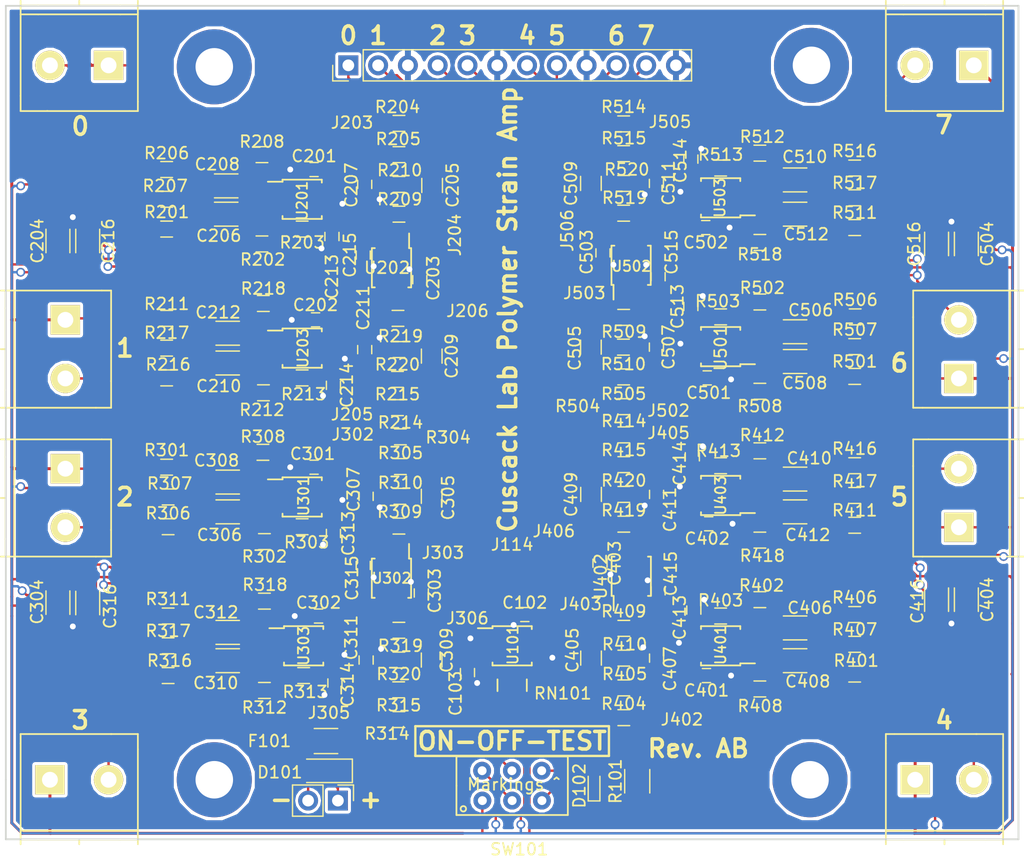
<source format=kicad_pcb>
(kicad_pcb (version 4) (host pcbnew 4.0.6)

  (general
    (links 362)
    (no_connects 0)
    (area 86.331826 66.2172 204.7 164.117001)
    (thickness 1.6)
    (drawings 35)
    (tracks 1340)
    (zones 0)
    (modules 196)
    (nets 104)
  )

  (page USLetter)
  (title_block
    (title "8ch Polymers Strain Amplifier")
    (date 2017-03-31)
    (rev AB)
    (company "Cusack Lab; Brain and Mind Institute, UWO")
    (comment 1 "Monadnock Systems")
  )

  (layers
    (0 F.Cu signal)
    (31 B.Cu signal)
    (36 B.SilkS user)
    (37 F.SilkS user)
    (38 B.Mask user)
    (39 F.Mask user)
    (40 Dwgs.User user hide)
    (41 Cmts.User user)
    (42 Eco1.User user)
    (43 Eco2.User user)
    (44 Edge.Cuts user)
    (45 Margin user)
  )

  (setup
    (last_trace_width 0.2032)
    (trace_clearance 0.1778)
    (zone_clearance 0.254)
    (zone_45_only no)
    (trace_min 0.1778)
    (segment_width 0.2)
    (edge_width 0.15)
    (via_size 0.75438)
    (via_drill 0.50038)
    (via_min_size 0.75438)
    (via_min_drill 0.50038)
    (uvia_size 0.3)
    (uvia_drill 0.1)
    (uvias_allowed no)
    (uvia_min_size 0)
    (uvia_min_drill 0)
    (pcb_text_width 0.3)
    (pcb_text_size 1.5 1.5)
    (mod_edge_width 0.15)
    (mod_text_size 1 1)
    (mod_text_width 0.15)
    (pad_size 1.2 0.9)
    (pad_drill 0)
    (pad_to_mask_clearance 0)
    (aux_axis_origin 106.68 143.51)
    (grid_origin 113.665 94.488)
    (visible_elements FFFFFF7F)
    (pcbplotparams
      (layerselection 0x010e0_80000001)
      (usegerberextensions false)
      (excludeedgelayer true)
      (linewidth 0.088900)
      (plotframeref false)
      (viasonmask false)
      (mode 1)
      (useauxorigin false)
      (hpglpennumber 1)
      (hpglpenspeed 20)
      (hpglpendiameter 15)
      (hpglpenoverlay 2)
      (psnegative false)
      (psa4output false)
      (plotreference true)
      (plotvalue true)
      (plotinvisibletext false)
      (padsonsilk false)
      (subtractmaskfromsilk false)
      (outputformat 1)
      (mirror false)
      (drillshape 0)
      (scaleselection 1)
      (outputdirectory gerber/))
  )

  (net 0 "")
  (net 1 GNDA)
  (net 2 "Net-(C205-Pad2)")
  (net 3 "Net-(C206-Pad1)")
  (net 4 "Net-(C208-Pad2)")
  (net 5 "Net-(C210-Pad1)")
  (net 6 "Net-(C211-Pad1)")
  (net 7 "Net-(U101-Pad6)")
  (net 8 /channel0-1/Channel0)
  (net 9 /channel0-1/Channel1)
  (net 10 "Net-(J203-Pad1)")
  (net 11 "Net-(J205-Pad1)")
  (net 12 V+)
  (net 13 V-)
  (net 14 "Net-(C209-Pad2)")
  (net 15 /channel2-3/Channel2)
  (net 16 "Net-(C305-Pad2)")
  (net 17 "Net-(C306-Pad1)")
  (net 18 "Net-(C306-Pad2)")
  (net 19 "Net-(C307-Pad1)")
  (net 20 "Net-(C308-Pad1)")
  (net 21 "Net-(C308-Pad2)")
  (net 22 /channel2-3/Channel3)
  (net 23 "Net-(C309-Pad2)")
  (net 24 "Net-(C310-Pad1)")
  (net 25 "Net-(C310-Pad2)")
  (net 26 "Net-(C311-Pad1)")
  (net 27 "Net-(C312-Pad1)")
  (net 28 "Net-(C312-Pad2)")
  (net 29 /channel4-5/Channel4)
  (net 30 "Net-(C405-Pad2)")
  (net 31 "Net-(C406-Pad1)")
  (net 32 "Net-(C406-Pad2)")
  (net 33 "Net-(C407-Pad1)")
  (net 34 "Net-(C408-Pad1)")
  (net 35 "Net-(C408-Pad2)")
  (net 36 /channel4-5/Channel5)
  (net 37 "Net-(C409-Pad2)")
  (net 38 "Net-(C410-Pad1)")
  (net 39 "Net-(C410-Pad2)")
  (net 40 "Net-(C411-Pad1)")
  (net 41 "Net-(C412-Pad1)")
  (net 42 "Net-(C412-Pad2)")
  (net 43 /channel6-7/Channel6)
  (net 44 "Net-(C505-Pad2)")
  (net 45 "Net-(C506-Pad1)")
  (net 46 "Net-(C506-Pad2)")
  (net 47 "Net-(C507-Pad1)")
  (net 48 "Net-(C508-Pad1)")
  (net 49 "Net-(C508-Pad2)")
  (net 50 /channel6-7/Channel7)
  (net 51 "Net-(C509-Pad2)")
  (net 52 "Net-(C510-Pad1)")
  (net 53 "Net-(C510-Pad2)")
  (net 54 "Net-(C511-Pad1)")
  (net 55 "Net-(C512-Pad1)")
  (net 56 "Net-(C512-Pad2)")
  (net 57 "Net-(J302-Pad1)")
  (net 58 "Net-(J305-Pad1)")
  (net 59 "Net-(J402-Pad1)")
  (net 60 "Net-(J405-Pad1)")
  (net 61 "Net-(J502-Pad1)")
  (net 62 "Net-(J505-Pad1)")
  (net 63 "Net-(R303-Pad1)")
  (net 64 "Net-(R303-Pad2)")
  (net 65 "Net-(R309-Pad2)")
  (net 66 "Net-(R313-Pad1)")
  (net 67 "Net-(R313-Pad2)")
  (net 68 "Net-(R319-Pad2)")
  (net 69 "Net-(R403-Pad1)")
  (net 70 "Net-(R403-Pad2)")
  (net 71 "Net-(R409-Pad2)")
  (net 72 "Net-(R413-Pad1)")
  (net 73 "Net-(R413-Pad2)")
  (net 74 "Net-(R419-Pad2)")
  (net 75 "Net-(R503-Pad1)")
  (net 76 "Net-(R503-Pad2)")
  (net 77 "Net-(R509-Pad2)")
  (net 78 "Net-(R513-Pad1)")
  (net 79 "Net-(R513-Pad2)")
  (net 80 "Net-(R519-Pad2)")
  (net 81 "Net-(F101-Pad1)")
  (net 82 "Net-(RN101-Pad1)")
  (net 83 "Net-(C206-Pad2)")
  (net 84 "Net-(C207-Pad1)")
  (net 85 "Net-(C208-Pad1)")
  (net 86 "Net-(C210-Pad2)")
  (net 87 "Net-(C212-Pad1)")
  (net 88 "Net-(C212-Pad2)")
  (net 89 "Net-(R203-Pad1)")
  (net 90 "Net-(R203-Pad2)")
  (net 91 "Net-(R209-Pad2)")
  (net 92 "Net-(R213-Pad1)")
  (net 93 "Net-(R213-Pad2)")
  (net 94 "Net-(R219-Pad2)")
  (net 95 "Net-(D101-Pad1)")
  (net 96 "Net-(D102-Pad2)")
  (net 97 "Net-(D102-Pad1)")
  (net 98 "Net-(J103-Pad1)")
  (net 99 "Net-(J104-Pad1)")
  (net 100 "Net-(J105-Pad1)")
  (net 101 "Net-(J106-Pad1)")
  (net 102 "Net-(D101-Pad2)")
  (net 103 "Net-(R101-Pad2)")

  (net_class Default "This is the default net class."
    (clearance 0.1778)
    (trace_width 0.2032)
    (via_dia 0.75438)
    (via_drill 0.50038)
    (uvia_dia 0.3)
    (uvia_drill 0.1)
    (add_net /channel0-1/Channel0)
    (add_net /channel0-1/Channel1)
    (add_net /channel2-3/Channel2)
    (add_net /channel2-3/Channel3)
    (add_net /channel4-5/Channel4)
    (add_net /channel4-5/Channel5)
    (add_net /channel6-7/Channel6)
    (add_net /channel6-7/Channel7)
    (add_net GNDA)
    (add_net "Net-(C205-Pad2)")
    (add_net "Net-(C206-Pad1)")
    (add_net "Net-(C206-Pad2)")
    (add_net "Net-(C207-Pad1)")
    (add_net "Net-(C208-Pad1)")
    (add_net "Net-(C208-Pad2)")
    (add_net "Net-(C209-Pad2)")
    (add_net "Net-(C210-Pad1)")
    (add_net "Net-(C210-Pad2)")
    (add_net "Net-(C211-Pad1)")
    (add_net "Net-(C212-Pad1)")
    (add_net "Net-(C212-Pad2)")
    (add_net "Net-(C305-Pad2)")
    (add_net "Net-(C306-Pad1)")
    (add_net "Net-(C306-Pad2)")
    (add_net "Net-(C307-Pad1)")
    (add_net "Net-(C308-Pad1)")
    (add_net "Net-(C308-Pad2)")
    (add_net "Net-(C309-Pad2)")
    (add_net "Net-(C310-Pad1)")
    (add_net "Net-(C310-Pad2)")
    (add_net "Net-(C311-Pad1)")
    (add_net "Net-(C312-Pad1)")
    (add_net "Net-(C312-Pad2)")
    (add_net "Net-(C405-Pad2)")
    (add_net "Net-(C406-Pad1)")
    (add_net "Net-(C406-Pad2)")
    (add_net "Net-(C407-Pad1)")
    (add_net "Net-(C408-Pad1)")
    (add_net "Net-(C408-Pad2)")
    (add_net "Net-(C409-Pad2)")
    (add_net "Net-(C410-Pad1)")
    (add_net "Net-(C410-Pad2)")
    (add_net "Net-(C411-Pad1)")
    (add_net "Net-(C412-Pad1)")
    (add_net "Net-(C412-Pad2)")
    (add_net "Net-(C505-Pad2)")
    (add_net "Net-(C506-Pad1)")
    (add_net "Net-(C506-Pad2)")
    (add_net "Net-(C507-Pad1)")
    (add_net "Net-(C508-Pad1)")
    (add_net "Net-(C508-Pad2)")
    (add_net "Net-(C509-Pad2)")
    (add_net "Net-(C510-Pad1)")
    (add_net "Net-(C510-Pad2)")
    (add_net "Net-(C511-Pad1)")
    (add_net "Net-(C512-Pad1)")
    (add_net "Net-(C512-Pad2)")
    (add_net "Net-(D101-Pad1)")
    (add_net "Net-(D101-Pad2)")
    (add_net "Net-(D102-Pad1)")
    (add_net "Net-(D102-Pad2)")
    (add_net "Net-(F101-Pad1)")
    (add_net "Net-(J103-Pad1)")
    (add_net "Net-(J104-Pad1)")
    (add_net "Net-(J105-Pad1)")
    (add_net "Net-(J106-Pad1)")
    (add_net "Net-(J203-Pad1)")
    (add_net "Net-(J205-Pad1)")
    (add_net "Net-(J302-Pad1)")
    (add_net "Net-(J305-Pad1)")
    (add_net "Net-(J402-Pad1)")
    (add_net "Net-(J405-Pad1)")
    (add_net "Net-(J502-Pad1)")
    (add_net "Net-(J505-Pad1)")
    (add_net "Net-(R101-Pad2)")
    (add_net "Net-(R203-Pad1)")
    (add_net "Net-(R203-Pad2)")
    (add_net "Net-(R209-Pad2)")
    (add_net "Net-(R213-Pad1)")
    (add_net "Net-(R213-Pad2)")
    (add_net "Net-(R219-Pad2)")
    (add_net "Net-(R303-Pad1)")
    (add_net "Net-(R303-Pad2)")
    (add_net "Net-(R309-Pad2)")
    (add_net "Net-(R313-Pad1)")
    (add_net "Net-(R313-Pad2)")
    (add_net "Net-(R319-Pad2)")
    (add_net "Net-(R403-Pad1)")
    (add_net "Net-(R403-Pad2)")
    (add_net "Net-(R409-Pad2)")
    (add_net "Net-(R413-Pad1)")
    (add_net "Net-(R413-Pad2)")
    (add_net "Net-(R419-Pad2)")
    (add_net "Net-(R503-Pad1)")
    (add_net "Net-(R503-Pad2)")
    (add_net "Net-(R509-Pad2)")
    (add_net "Net-(R513-Pad1)")
    (add_net "Net-(R513-Pad2)")
    (add_net "Net-(R519-Pad2)")
    (add_net "Net-(RN101-Pad1)")
    (add_net "Net-(U101-Pad6)")
    (add_net V+)
    (add_net V-)
  )

  (module Resistors_SMD:R_1206_HandSoldering (layer F.Cu) (tedit 58AADA36) (tstamp 58DAA929)
    (at 133.985 135.128)
    (descr "Resistor SMD 1206, hand soldering")
    (tags "resistor 1206")
    (path /58DA9C3F)
    (attr smd)
    (fp_text reference F101 (at -4.826 0) (layer F.SilkS)
      (effects (font (size 1 1) (thickness 0.15)))
    )
    (fp_text value "Poly 0.1A" (at 0 1.9) (layer F.Fab)
      (effects (font (size 1 1) (thickness 0.15)))
    )
    (fp_text user %R (at 0 -1.85) (layer F.Fab)
      (effects (font (size 1 1) (thickness 0.15)))
    )
    (fp_line (start -1.6 0.8) (end -1.6 -0.8) (layer F.Fab) (width 0.1))
    (fp_line (start 1.6 0.8) (end -1.6 0.8) (layer F.Fab) (width 0.1))
    (fp_line (start 1.6 -0.8) (end 1.6 0.8) (layer F.Fab) (width 0.1))
    (fp_line (start -1.6 -0.8) (end 1.6 -0.8) (layer F.Fab) (width 0.1))
    (fp_line (start 1 1.07) (end -1 1.07) (layer F.SilkS) (width 0.12))
    (fp_line (start -1 -1.07) (end 1 -1.07) (layer F.SilkS) (width 0.12))
    (fp_line (start -3.25 -1.11) (end 3.25 -1.11) (layer F.CrtYd) (width 0.05))
    (fp_line (start -3.25 -1.11) (end -3.25 1.1) (layer F.CrtYd) (width 0.05))
    (fp_line (start 3.25 1.1) (end 3.25 -1.11) (layer F.CrtYd) (width 0.05))
    (fp_line (start 3.25 1.1) (end -3.25 1.1) (layer F.CrtYd) (width 0.05))
    (pad 1 smd rect (at -2 0) (size 2 1.7) (layers F.Cu F.Mask)
      (net 81 "Net-(F101-Pad1)"))
    (pad 2 smd rect (at 2 0) (size 2 1.7) (layers F.Cu F.Mask)
      (net 95 "Net-(D101-Pad1)"))
    (model Resistors_SMD.3dshapes/R_1206.wrl
      (at (xyz 0 0 0))
      (scale (xyz 1 1 1))
      (rotate (xyz 0 0 0))
    )
  )

  (module Pin_Headers:Pin_Header_Straight_1x02_Pitch2.54mm (layer F.Cu) (tedit 58D84C38) (tstamp 58D6A01F)
    (at 135.001 140.208 270)
    (descr "Through hole straight pin header, 1x02, 2.54mm pitch, single row")
    (tags "Through hole pin header THT 1x02 2.54mm single row")
    (path /58D60190)
    (fp_text reference J102 (at 0 -2.33 270) (layer F.SilkS) hide
      (effects (font (size 1 1) (thickness 0.15)))
    )
    (fp_text value Battery (at 0 4.87 270) (layer F.Fab)
      (effects (font (size 1 1) (thickness 0.15)))
    )
    (fp_line (start -1.27 -1.27) (end -1.27 3.81) (layer F.Fab) (width 0.1))
    (fp_line (start -1.27 3.81) (end 1.27 3.81) (layer F.Fab) (width 0.1))
    (fp_line (start 1.27 3.81) (end 1.27 -1.27) (layer F.Fab) (width 0.1))
    (fp_line (start 1.27 -1.27) (end -1.27 -1.27) (layer F.Fab) (width 0.1))
    (fp_line (start -1.33 1.27) (end -1.33 3.87) (layer F.SilkS) (width 0.12))
    (fp_line (start -1.33 3.87) (end 1.33 3.87) (layer F.SilkS) (width 0.12))
    (fp_line (start 1.33 3.87) (end 1.33 1.27) (layer F.SilkS) (width 0.12))
    (fp_line (start 1.33 1.27) (end -1.33 1.27) (layer F.SilkS) (width 0.12))
    (fp_line (start -1.33 0) (end -1.33 -1.33) (layer F.SilkS) (width 0.12))
    (fp_line (start -1.33 -1.33) (end 0 -1.33) (layer F.SilkS) (width 0.12))
    (fp_line (start -1.8 -1.8) (end -1.8 4.35) (layer F.CrtYd) (width 0.05))
    (fp_line (start -1.8 4.35) (end 1.8 4.35) (layer F.CrtYd) (width 0.05))
    (fp_line (start 1.8 4.35) (end 1.8 -1.8) (layer F.CrtYd) (width 0.05))
    (fp_line (start 1.8 -1.8) (end -1.8 -1.8) (layer F.CrtYd) (width 0.05))
    (fp_text user %R (at 0 -2.33 270) (layer F.Fab)
      (effects (font (size 1 1) (thickness 0.15)))
    )
    (pad 1 thru_hole rect (at 0 0 270) (size 1.7 1.7) (drill 1) (layers *.Cu *.Mask)
      (net 81 "Net-(F101-Pad1)"))
    (pad 2 thru_hole oval (at 0 2.54 270) (size 1.7 1.7) (drill 1) (layers *.Cu *.Mask)
      (net 102 "Net-(D101-Pad2)"))
    (model ${KISYS3DMOD}/Pin_Headers.3dshapes/Pin_Header_Straight_1x02_Pitch2.54mm.wrl
      (at (xyz 0 -0.05 0))
      (scale (xyz 1 1 1))
      (rotate (xyz 0 0 90))
    )
  )

  (module Diodes_SMD:D_SOD-123 (layer F.Cu) (tedit 58645DC7) (tstamp 58DAA918)
    (at 133.985 137.668 180)
    (descr SOD-123)
    (tags SOD-123)
    (path /58DA9D32)
    (attr smd)
    (fp_text reference D101 (at 3.937 -0.127 180) (layer F.SilkS)
      (effects (font (size 1 1) (thickness 0.15)))
    )
    (fp_text value 1N4148 (at 0 2.1 180) (layer F.Fab)
      (effects (font (size 1 1) (thickness 0.15)))
    )
    (fp_line (start -2.25 -1) (end -2.25 1) (layer F.SilkS) (width 0.12))
    (fp_line (start 0.25 0) (end 0.75 0) (layer F.Fab) (width 0.1))
    (fp_line (start 0.25 0.4) (end -0.35 0) (layer F.Fab) (width 0.1))
    (fp_line (start 0.25 -0.4) (end 0.25 0.4) (layer F.Fab) (width 0.1))
    (fp_line (start -0.35 0) (end 0.25 -0.4) (layer F.Fab) (width 0.1))
    (fp_line (start -0.35 0) (end -0.35 0.55) (layer F.Fab) (width 0.1))
    (fp_line (start -0.35 0) (end -0.35 -0.55) (layer F.Fab) (width 0.1))
    (fp_line (start -0.75 0) (end -0.35 0) (layer F.Fab) (width 0.1))
    (fp_line (start -1.4 0.9) (end -1.4 -0.9) (layer F.Fab) (width 0.1))
    (fp_line (start 1.4 0.9) (end -1.4 0.9) (layer F.Fab) (width 0.1))
    (fp_line (start 1.4 -0.9) (end 1.4 0.9) (layer F.Fab) (width 0.1))
    (fp_line (start -1.4 -0.9) (end 1.4 -0.9) (layer F.Fab) (width 0.1))
    (fp_line (start -2.35 -1.15) (end 2.35 -1.15) (layer F.CrtYd) (width 0.05))
    (fp_line (start 2.35 -1.15) (end 2.35 1.15) (layer F.CrtYd) (width 0.05))
    (fp_line (start 2.35 1.15) (end -2.35 1.15) (layer F.CrtYd) (width 0.05))
    (fp_line (start -2.35 -1.15) (end -2.35 1.15) (layer F.CrtYd) (width 0.05))
    (fp_line (start -2.25 1) (end 1.65 1) (layer F.SilkS) (width 0.12))
    (fp_line (start -2.25 -1) (end 1.65 -1) (layer F.SilkS) (width 0.12))
    (pad 1 smd rect (at -1.65 0 180) (size 0.9 1.2) (layers F.Cu F.Mask)
      (net 95 "Net-(D101-Pad1)"))
    (pad 2 smd rect (at 1.65 0 180) (size 0.9 1.2) (layers F.Cu F.Mask)
      (net 102 "Net-(D101-Pad2)"))
    (model ${KISYS3DMOD}/Diodes_SMD.3dshapes/D_SOD-123.wrl
      (at (xyz 0 0 0))
      (scale (xyz 1 1 1))
      (rotate (xyz 0 0 0))
    )
  )

  (module Housings_SSOP:MSOP-8_3x3mm_Pitch0.65mm (layer F.Cu) (tedit 58DEA88D) (tstamp 58DAB4C6)
    (at 149.86 127)
    (descr "8-Lead Plastic Micro Small Outline Package (MS) [MSOP] (see Microchip Packaging Specification 00000049BS.pdf)")
    (tags "SSOP 0.65")
    (path /58D8019A)
    (attr smd)
    (fp_text reference U101 (at 0.0635 -0.0635 90) (layer F.SilkS)
      (effects (font (size 0.889 0.8636) (thickness 0.15)))
    )
    (fp_text value AD8622 (at 0 2.6) (layer F.Fab)
      (effects (font (size 1 1) (thickness 0.15)))
    )
    (fp_line (start -0.5 -1.5) (end 1.5 -1.5) (layer F.Fab) (width 0.15))
    (fp_line (start 1.5 -1.5) (end 1.5 1.5) (layer F.Fab) (width 0.15))
    (fp_line (start 1.5 1.5) (end -1.5 1.5) (layer F.Fab) (width 0.15))
    (fp_line (start -1.5 1.5) (end -1.5 -0.5) (layer F.Fab) (width 0.15))
    (fp_line (start -1.5 -0.5) (end -0.5 -1.5) (layer F.Fab) (width 0.15))
    (fp_line (start -3.2 -1.85) (end -3.2 1.85) (layer F.CrtYd) (width 0.05))
    (fp_line (start 3.2 -1.85) (end 3.2 1.85) (layer F.CrtYd) (width 0.05))
    (fp_line (start -3.2 -1.85) (end 3.2 -1.85) (layer F.CrtYd) (width 0.05))
    (fp_line (start -3.2 1.85) (end 3.2 1.85) (layer F.CrtYd) (width 0.05))
    (fp_line (start -1.675 -1.675) (end -1.675 -1.5) (layer F.SilkS) (width 0.15))
    (fp_line (start 1.675 -1.675) (end 1.675 -1.425) (layer F.SilkS) (width 0.15))
    (fp_line (start 1.675 1.675) (end 1.675 1.425) (layer F.SilkS) (width 0.15))
    (fp_line (start -1.675 1.675) (end -1.675 1.425) (layer F.SilkS) (width 0.15))
    (fp_line (start -1.675 -1.675) (end 1.675 -1.675) (layer F.SilkS) (width 0.15))
    (fp_line (start -1.675 1.675) (end 1.675 1.675) (layer F.SilkS) (width 0.15))
    (fp_line (start -1.675 -1.5) (end -2.925 -1.5) (layer F.SilkS) (width 0.15))
    (pad 1 smd rect (at -2.2 -0.975) (size 1.45 0.45) (layers F.Cu F.Mask)
      (net 1 GNDA))
    (pad 2 smd rect (at -2.2 -0.325) (size 1.45 0.45) (layers F.Cu F.Mask)
      (net 1 GNDA))
    (pad 3 smd rect (at -2.2 0.325) (size 1.45 0.45) (layers F.Cu F.Mask)
      (net 82 "Net-(RN101-Pad1)"))
    (pad 4 smd rect (at -2.2 0.975) (size 1.45 0.45) (layers F.Cu F.Mask)
      (net 13 V-))
    (pad 5 smd rect (at 2.2 0.975) (size 1.45 0.45) (layers F.Cu F.Mask)
      (net 1 GNDA))
    (pad 6 smd rect (at 2.2 0.325) (size 1.45 0.45) (layers F.Cu F.Mask)
      (net 7 "Net-(U101-Pad6)"))
    (pad 7 smd rect (at 2.2 -0.325) (size 1.45 0.45) (layers F.Cu F.Mask)
      (net 7 "Net-(U101-Pad6)"))
    (pad 8 smd rect (at 2.2 -0.975) (size 1.45 0.45) (layers F.Cu F.Mask)
      (net 12 V+))
    (model Housings_SSOP.3dshapes/MSOP-8_3x3mm_Pitch0.65mm.wrl
      (at (xyz 0 0 0))
      (scale (xyz 1 1 1))
      (rotate (xyz 0 0 0))
    )
  )

  (module Resistors_SMD:R_0603_HandSoldering (layer F.Cu) (tedit 58AAD9E8) (tstamp 58D9659D)
    (at 170.984999 105.282997)
    (descr "Resistor SMD 0603, hand soldering")
    (tags "resistor 0603")
    (path /58D6D794/58D9ABEF)
    (attr smd)
    (fp_text reference R508 (at 0 1.27) (layer F.SilkS)
      (effects (font (size 1 1) (thickness 0.15)))
    )
    (fp_text value 39M (at 0 1.55) (layer F.Fab)
      (effects (font (size 1 1) (thickness 0.15)))
    )
    (fp_text user %R (at 0 -1.45) (layer F.Fab)
      (effects (font (size 1 1) (thickness 0.15)))
    )
    (fp_line (start -0.8 0.4) (end -0.8 -0.4) (layer F.Fab) (width 0.1))
    (fp_line (start 0.8 0.4) (end -0.8 0.4) (layer F.Fab) (width 0.1))
    (fp_line (start 0.8 -0.4) (end 0.8 0.4) (layer F.Fab) (width 0.1))
    (fp_line (start -0.8 -0.4) (end 0.8 -0.4) (layer F.Fab) (width 0.1))
    (fp_line (start 0.5 0.68) (end -0.5 0.68) (layer F.SilkS) (width 0.12))
    (fp_line (start -0.5 -0.68) (end 0.5 -0.68) (layer F.SilkS) (width 0.12))
    (fp_line (start -1.96 -0.7) (end 1.95 -0.7) (layer F.CrtYd) (width 0.05))
    (fp_line (start -1.96 -0.7) (end -1.96 0.7) (layer F.CrtYd) (width 0.05))
    (fp_line (start 1.95 0.7) (end 1.95 -0.7) (layer F.CrtYd) (width 0.05))
    (fp_line (start 1.95 0.7) (end -1.96 0.7) (layer F.CrtYd) (width 0.05))
    (pad 1 smd rect (at -1.1 0) (size 1.2 0.9) (layers F.Cu F.Mask)
      (net 1 GNDA))
    (pad 2 smd rect (at 1.1 0) (size 1.2 0.9) (layers F.Cu F.Mask)
      (net 48 "Net-(C508-Pad1)"))
    (model Resistors_SMD.3dshapes/R_0603.wrl
      (at (xyz 0 0 0))
      (scale (xyz 1 1 1))
      (rotate (xyz 0 0 0))
    )
  )

  (module Capacitors_SMD:C_1206_HandSoldering (layer F.Cu) (tedit 58AA84D1) (tstamp 58DD7155)
    (at 113.665 92.456 270)
    (descr "Capacitor SMD 1206, hand soldering")
    (tags "capacitor 1206")
    (path /58D4647E/58DDB480)
    (attr smd)
    (fp_text reference C216 (at 0 -1.75 270) (layer F.SilkS)
      (effects (font (size 1 1) (thickness 0.15)))
    )
    (fp_text value 10μF (at 0 2 270) (layer F.Fab)
      (effects (font (size 1 1) (thickness 0.15)))
    )
    (fp_text user %R (at 0 -1.75 270) (layer F.Fab)
      (effects (font (size 1 1) (thickness 0.15)))
    )
    (fp_line (start -1.6 0.8) (end -1.6 -0.8) (layer F.Fab) (width 0.1))
    (fp_line (start 1.6 0.8) (end -1.6 0.8) (layer F.Fab) (width 0.1))
    (fp_line (start 1.6 -0.8) (end 1.6 0.8) (layer F.Fab) (width 0.1))
    (fp_line (start -1.6 -0.8) (end 1.6 -0.8) (layer F.Fab) (width 0.1))
    (fp_line (start 1 -1.02) (end -1 -1.02) (layer F.SilkS) (width 0.12))
    (fp_line (start -1 1.02) (end 1 1.02) (layer F.SilkS) (width 0.12))
    (fp_line (start -3.25 -1.05) (end 3.25 -1.05) (layer F.CrtYd) (width 0.05))
    (fp_line (start -3.25 -1.05) (end -3.25 1.05) (layer F.CrtYd) (width 0.05))
    (fp_line (start 3.25 1.05) (end 3.25 -1.05) (layer F.CrtYd) (width 0.05))
    (fp_line (start 3.25 1.05) (end -3.25 1.05) (layer F.CrtYd) (width 0.05))
    (pad 1 smd rect (at -2 0 270) (size 2 1.6) (layers F.Cu F.Mask)
      (net 1 GNDA))
    (pad 2 smd rect (at 2 0 270) (size 2 1.6) (layers F.Cu F.Mask)
      (net 13 V-))
    (model Capacitors_SMD.3dshapes/C_1206.wrl
      (at (xyz 0 0 0))
      (scale (xyz 1 1 1))
      (rotate (xyz 0 0 0))
    )
  )

  (module Resistors_SMD:R_0603_HandSoldering (layer F.Cu) (tedit 58AAD9E8) (tstamp 58D6A0A8)
    (at 120.396 86.36 180)
    (descr "Resistor SMD 0603, hand soldering")
    (tags "resistor 0603")
    (path /58D4647E/58D46589)
    (attr smd)
    (fp_text reference R206 (at 0 1.397 180) (layer F.SilkS)
      (effects (font (size 1 1) (thickness 0.15)))
    )
    (fp_text value 2M (at 0 1.55 180) (layer F.Fab)
      (effects (font (size 1 1) (thickness 0.15)))
    )
    (fp_text user %R (at 0 -1.45 180) (layer F.Fab)
      (effects (font (size 1 1) (thickness 0.15)))
    )
    (fp_line (start -0.8 0.4) (end -0.8 -0.4) (layer F.Fab) (width 0.1))
    (fp_line (start 0.8 0.4) (end -0.8 0.4) (layer F.Fab) (width 0.1))
    (fp_line (start 0.8 -0.4) (end 0.8 0.4) (layer F.Fab) (width 0.1))
    (fp_line (start -0.8 -0.4) (end 0.8 -0.4) (layer F.Fab) (width 0.1))
    (fp_line (start 0.5 0.68) (end -0.5 0.68) (layer F.SilkS) (width 0.12))
    (fp_line (start -0.5 -0.68) (end 0.5 -0.68) (layer F.SilkS) (width 0.12))
    (fp_line (start -1.96 -0.7) (end 1.95 -0.7) (layer F.CrtYd) (width 0.05))
    (fp_line (start -1.96 -0.7) (end -1.96 0.7) (layer F.CrtYd) (width 0.05))
    (fp_line (start 1.95 0.7) (end 1.95 -0.7) (layer F.CrtYd) (width 0.05))
    (fp_line (start 1.95 0.7) (end -1.96 0.7) (layer F.CrtYd) (width 0.05))
    (pad 1 smd rect (at -1.1 0 180) (size 1.2 0.9) (layers F.Cu F.Mask)
      (net 83 "Net-(C206-Pad2)"))
    (pad 2 smd rect (at 1.1 0 180) (size 1.2 0.9) (layers F.Cu F.Mask)
      (net 13 V-))
    (model Resistors_SMD.3dshapes/R_0603.wrl
      (at (xyz 0 0 0))
      (scale (xyz 1 1 1))
      (rotate (xyz 0 0 0))
    )
  )

  (module Resistors_SMD:R_0603_HandSoldering (layer F.Cu) (tedit 58AAD9E8) (tstamp 58D6A0D2)
    (at 131.953 104.14)
    (descr "Resistor SMD 0603, hand soldering")
    (tags "resistor 0603")
    (path /58D4647E/58D86C86)
    (attr smd)
    (fp_text reference R213 (at 0.127 1.397) (layer F.SilkS)
      (effects (font (size 1 1) (thickness 0.15)))
    )
    (fp_text value 8k (at 0 1.55) (layer F.Fab)
      (effects (font (size 1 1) (thickness 0.15)))
    )
    (fp_text user %R (at 0 -1.45) (layer F.Fab)
      (effects (font (size 1 1) (thickness 0.15)))
    )
    (fp_line (start -0.8 0.4) (end -0.8 -0.4) (layer F.Fab) (width 0.1))
    (fp_line (start 0.8 0.4) (end -0.8 0.4) (layer F.Fab) (width 0.1))
    (fp_line (start 0.8 -0.4) (end 0.8 0.4) (layer F.Fab) (width 0.1))
    (fp_line (start -0.8 -0.4) (end 0.8 -0.4) (layer F.Fab) (width 0.1))
    (fp_line (start 0.5 0.68) (end -0.5 0.68) (layer F.SilkS) (width 0.12))
    (fp_line (start -0.5 -0.68) (end 0.5 -0.68) (layer F.SilkS) (width 0.12))
    (fp_line (start -1.96 -0.7) (end 1.95 -0.7) (layer F.CrtYd) (width 0.05))
    (fp_line (start -1.96 -0.7) (end -1.96 0.7) (layer F.CrtYd) (width 0.05))
    (fp_line (start 1.95 0.7) (end 1.95 -0.7) (layer F.CrtYd) (width 0.05))
    (fp_line (start 1.95 0.7) (end -1.96 0.7) (layer F.CrtYd) (width 0.05))
    (pad 1 smd rect (at -1.1 0) (size 1.2 0.9) (layers F.Cu F.Mask)
      (net 92 "Net-(R213-Pad1)"))
    (pad 2 smd rect (at 1.1 0) (size 1.2 0.9) (layers F.Cu F.Mask)
      (net 93 "Net-(R213-Pad2)"))
    (model Resistors_SMD.3dshapes/R_0603.wrl
      (at (xyz 0 0 0))
      (scale (xyz 1 1 1))
      (rotate (xyz 0 0 0))
    )
  )

  (module Capacitors_SMD:C_0603_HandSoldering (layer F.Cu) (tedit 58AA848B) (tstamp 58D95F1A)
    (at 132.969 111.76 180)
    (descr "Capacitor SMD 0603, hand soldering")
    (tags "capacitor 0603")
    (path /58D6CBCD/58D98346)
    (attr smd)
    (fp_text reference C301 (at 0.127002 1.143 180) (layer F.SilkS)
      (effects (font (size 1 1) (thickness 0.15)))
    )
    (fp_text value 0.1μF (at 0 1.5 180) (layer F.Fab)
      (effects (font (size 1 1) (thickness 0.15)))
    )
    (fp_text user %R (at 0 -1.25 180) (layer F.Fab)
      (effects (font (size 1 1) (thickness 0.15)))
    )
    (fp_line (start -0.8 0.4) (end -0.8 -0.4) (layer F.Fab) (width 0.1))
    (fp_line (start 0.8 0.4) (end -0.8 0.4) (layer F.Fab) (width 0.1))
    (fp_line (start 0.8 -0.4) (end 0.8 0.4) (layer F.Fab) (width 0.1))
    (fp_line (start -0.8 -0.4) (end 0.8 -0.4) (layer F.Fab) (width 0.1))
    (fp_line (start -0.35 -0.6) (end 0.35 -0.6) (layer F.SilkS) (width 0.12))
    (fp_line (start 0.35 0.6) (end -0.35 0.6) (layer F.SilkS) (width 0.12))
    (fp_line (start -1.8 -0.65) (end 1.8 -0.65) (layer F.CrtYd) (width 0.05))
    (fp_line (start -1.8 -0.65) (end -1.8 0.65) (layer F.CrtYd) (width 0.05))
    (fp_line (start 1.8 0.65) (end 1.8 -0.65) (layer F.CrtYd) (width 0.05))
    (fp_line (start 1.8 0.65) (end -1.8 0.65) (layer F.CrtYd) (width 0.05))
    (pad 1 smd rect (at -0.95 0 180) (size 1.2 0.75) (layers F.Cu F.Mask)
      (net 12 V+))
    (pad 2 smd rect (at 0.95 0 180) (size 1.2 0.75) (layers F.Cu F.Mask)
      (net 1 GNDA))
    (model Capacitors_SMD.3dshapes/C_0603.wrl
      (at (xyz 0 0 0))
      (scale (xyz 1 1 1))
      (rotate (xyz 0 0 0))
    )
  )

  (module Resistors_SMD:R_0603_HandSoldering (layer F.Cu) (tedit 58AAD9E8) (tstamp 58D96328)
    (at 120.522999 124.46)
    (descr "Resistor SMD 0603, hand soldering")
    (tags "resistor 0603")
    (path /58D6CBCD/58D98326)
    (attr smd)
    (fp_text reference R311 (at 0 -1.45) (layer F.SilkS)
      (effects (font (size 1 1) (thickness 0.15)))
    )
    (fp_text value 2M (at 0 1.55) (layer F.Fab)
      (effects (font (size 1 1) (thickness 0.15)))
    )
    (fp_text user %R (at 0 -1.45) (layer F.Fab)
      (effects (font (size 1 1) (thickness 0.15)))
    )
    (fp_line (start -0.8 0.4) (end -0.8 -0.4) (layer F.Fab) (width 0.1))
    (fp_line (start 0.8 0.4) (end -0.8 0.4) (layer F.Fab) (width 0.1))
    (fp_line (start 0.8 -0.4) (end 0.8 0.4) (layer F.Fab) (width 0.1))
    (fp_line (start -0.8 -0.4) (end 0.8 -0.4) (layer F.Fab) (width 0.1))
    (fp_line (start 0.5 0.68) (end -0.5 0.68) (layer F.SilkS) (width 0.12))
    (fp_line (start -0.5 -0.68) (end 0.5 -0.68) (layer F.SilkS) (width 0.12))
    (fp_line (start -1.96 -0.7) (end 1.95 -0.7) (layer F.CrtYd) (width 0.05))
    (fp_line (start -1.96 -0.7) (end -1.96 0.7) (layer F.CrtYd) (width 0.05))
    (fp_line (start 1.95 0.7) (end 1.95 -0.7) (layer F.CrtYd) (width 0.05))
    (fp_line (start 1.95 0.7) (end -1.96 0.7) (layer F.CrtYd) (width 0.05))
    (pad 1 smd rect (at -1.1 0) (size 1.2 0.9) (layers F.Cu F.Mask)
      (net 12 V+))
    (pad 2 smd rect (at 1.1 0) (size 1.2 0.9) (layers F.Cu F.Mask)
      (net 28 "Net-(C312-Pad2)"))
    (model Resistors_SMD.3dshapes/R_0603.wrl
      (at (xyz 0 0 0))
      (scale (xyz 1 1 1))
      (rotate (xyz 0 0 0))
    )
  )

  (module Housings_SSOP:MSOP-8_3x3mm_Pitch0.65mm (layer F.Cu) (tedit 58DEA8BA) (tstamp 58D966A1)
    (at 139.56708 121.231548 270)
    (descr "8-Lead Plastic Micro Small Outline Package (MS) [MSOP] (see Microchip Packaging Specification 00000049BS.pdf)")
    (tags "SSOP 0.65")
    (path /58D6CBCD/58D9832A)
    (attr smd)
    (fp_text reference U302 (at 0 -0.00592 360) (layer F.SilkS)
      (effects (font (size 0.889 0.8636) (thickness 0.15)))
    )
    (fp_text value AD8622 (at 0 2.6 270) (layer F.Fab)
      (effects (font (size 1 1) (thickness 0.15)))
    )
    (fp_line (start -0.5 -1.5) (end 1.5 -1.5) (layer F.Fab) (width 0.15))
    (fp_line (start 1.5 -1.5) (end 1.5 1.5) (layer F.Fab) (width 0.15))
    (fp_line (start 1.5 1.5) (end -1.5 1.5) (layer F.Fab) (width 0.15))
    (fp_line (start -1.5 1.5) (end -1.5 -0.5) (layer F.Fab) (width 0.15))
    (fp_line (start -1.5 -0.5) (end -0.5 -1.5) (layer F.Fab) (width 0.15))
    (fp_line (start -3.2 -1.85) (end -3.2 1.85) (layer F.CrtYd) (width 0.05))
    (fp_line (start 3.2 -1.85) (end 3.2 1.85) (layer F.CrtYd) (width 0.05))
    (fp_line (start -3.2 -1.85) (end 3.2 -1.85) (layer F.CrtYd) (width 0.05))
    (fp_line (start -3.2 1.85) (end 3.2 1.85) (layer F.CrtYd) (width 0.05))
    (fp_line (start -1.675 -1.675) (end -1.675 -1.5) (layer F.SilkS) (width 0.15))
    (fp_line (start 1.675 -1.675) (end 1.675 -1.425) (layer F.SilkS) (width 0.15))
    (fp_line (start 1.675 1.675) (end 1.675 1.425) (layer F.SilkS) (width 0.15))
    (fp_line (start -1.675 1.675) (end -1.675 1.425) (layer F.SilkS) (width 0.15))
    (fp_line (start -1.675 -1.675) (end 1.675 -1.675) (layer F.SilkS) (width 0.15))
    (fp_line (start -1.675 1.675) (end 1.675 1.675) (layer F.SilkS) (width 0.15))
    (fp_line (start -1.675 -1.5) (end -2.925 -1.5) (layer F.SilkS) (width 0.15))
    (pad 1 smd rect (at -2.2 -0.975 270) (size 1.45 0.45) (layers F.Cu F.Mask)
      (net 15 /channel2-3/Channel2))
    (pad 2 smd rect (at -2.2 -0.325 270) (size 1.45 0.45) (layers F.Cu F.Mask)
      (net 65 "Net-(R309-Pad2)"))
    (pad 3 smd rect (at -2.2 0.325 270) (size 1.45 0.45) (layers F.Cu F.Mask)
      (net 19 "Net-(C307-Pad1)"))
    (pad 4 smd rect (at -2.2 0.975 270) (size 1.45 0.45) (layers F.Cu F.Mask)
      (net 13 V-))
    (pad 5 smd rect (at 2.2 0.975 270) (size 1.45 0.45) (layers F.Cu F.Mask)
      (net 26 "Net-(C311-Pad1)"))
    (pad 6 smd rect (at 2.2 0.325 270) (size 1.45 0.45) (layers F.Cu F.Mask)
      (net 68 "Net-(R319-Pad2)"))
    (pad 7 smd rect (at 2.2 -0.325 270) (size 1.45 0.45) (layers F.Cu F.Mask)
      (net 22 /channel2-3/Channel3))
    (pad 8 smd rect (at 2.2 -0.975 270) (size 1.45 0.45) (layers F.Cu F.Mask)
      (net 12 V+))
    (model Housings_SSOP.3dshapes/MSOP-8_3x3mm_Pitch0.65mm.wrl
      (at (xyz 0 0 0))
      (scale (xyz 1 1 1))
      (rotate (xyz 0 0 0))
    )
  )

  (module Housings_SSOP:MSOP-8_3x3mm_Pitch0.65mm (layer F.Cu) (tedit 54130A77) (tstamp 58D9672D)
    (at 167.639999 101.472998 180)
    (descr "8-Lead Plastic Micro Small Outline Package (MS) [MSOP] (see Microchip Packaging Specification 00000049BS.pdf)")
    (tags "SSOP 0.65")
    (path /58D6D794/58D9ABF2)
    (attr smd)
    (fp_text reference U501 (at 0 -0.127002 270) (layer F.SilkS)
      (effects (font (size 1 1) (thickness 0.15)))
    )
    (fp_text value AD8227 (at 0 2.6 180) (layer F.Fab)
      (effects (font (size 1 1) (thickness 0.15)))
    )
    (fp_line (start -0.5 -1.5) (end 1.5 -1.5) (layer F.Fab) (width 0.15))
    (fp_line (start 1.5 -1.5) (end 1.5 1.5) (layer F.Fab) (width 0.15))
    (fp_line (start 1.5 1.5) (end -1.5 1.5) (layer F.Fab) (width 0.15))
    (fp_line (start -1.5 1.5) (end -1.5 -0.5) (layer F.Fab) (width 0.15))
    (fp_line (start -1.5 -0.5) (end -0.5 -1.5) (layer F.Fab) (width 0.15))
    (fp_line (start -3.2 -1.85) (end -3.2 1.85) (layer F.CrtYd) (width 0.05))
    (fp_line (start 3.2 -1.85) (end 3.2 1.85) (layer F.CrtYd) (width 0.05))
    (fp_line (start -3.2 -1.85) (end 3.2 -1.85) (layer F.CrtYd) (width 0.05))
    (fp_line (start -3.2 1.85) (end 3.2 1.85) (layer F.CrtYd) (width 0.05))
    (fp_line (start -1.675 -1.675) (end -1.675 -1.5) (layer F.SilkS) (width 0.15))
    (fp_line (start 1.675 -1.675) (end 1.675 -1.425) (layer F.SilkS) (width 0.15))
    (fp_line (start 1.675 1.675) (end 1.675 1.425) (layer F.SilkS) (width 0.15))
    (fp_line (start -1.675 1.675) (end -1.675 1.425) (layer F.SilkS) (width 0.15))
    (fp_line (start -1.675 -1.675) (end 1.675 -1.675) (layer F.SilkS) (width 0.15))
    (fp_line (start -1.675 1.675) (end 1.675 1.675) (layer F.SilkS) (width 0.15))
    (fp_line (start -1.675 -1.5) (end -2.925 -1.5) (layer F.SilkS) (width 0.15))
    (pad 1 smd rect (at -2.2 -0.975 180) (size 1.45 0.45) (layers F.Cu F.Mask)
      (net 48 "Net-(C508-Pad1)"))
    (pad 2 smd rect (at -2.2 -0.325 180) (size 1.45 0.45) (layers F.Cu F.Mask)
      (net 76 "Net-(R503-Pad2)"))
    (pad 3 smd rect (at -2.2 0.325 180) (size 1.45 0.45) (layers F.Cu F.Mask)
      (net 75 "Net-(R503-Pad1)"))
    (pad 4 smd rect (at -2.2 0.975 180) (size 1.45 0.45) (layers F.Cu F.Mask)
      (net 45 "Net-(C506-Pad1)"))
    (pad 5 smd rect (at 2.2 0.975 180) (size 1.45 0.45) (layers F.Cu F.Mask)
      (net 13 V-))
    (pad 6 smd rect (at 2.2 0.325 180) (size 1.45 0.45) (layers F.Cu F.Mask)
      (net 1 GNDA))
    (pad 7 smd rect (at 2.2 -0.325 180) (size 1.45 0.45) (layers F.Cu F.Mask)
      (net 61 "Net-(J502-Pad1)"))
    (pad 8 smd rect (at 2.2 -0.975 180) (size 1.45 0.45) (layers F.Cu F.Mask)
      (net 12 V+))
    (model Housings_SSOP.3dshapes/MSOP-8_3x3mm_Pitch0.65mm.wrl
      (at (xyz 0 0 0))
      (scale (xyz 1 1 1))
      (rotate (xyz 0 0 0))
    )
  )

  (module Resistors_SMD:R_0603_HandSoldering (layer F.Cu) (tedit 58AAD9E8) (tstamp 58D96427)
    (at 179.070001 124.332999)
    (descr "Resistor SMD 0603, hand soldering")
    (tags "resistor 0603")
    (path /58D6D2D8/58D998AA)
    (attr smd)
    (fp_text reference R406 (at 0 -1.45) (layer F.SilkS)
      (effects (font (size 1 1) (thickness 0.15)))
    )
    (fp_text value 2M (at 0 1.55) (layer F.Fab)
      (effects (font (size 1 1) (thickness 0.15)))
    )
    (fp_text user %R (at 0 -1.45) (layer F.Fab)
      (effects (font (size 1 1) (thickness 0.15)))
    )
    (fp_line (start -0.8 0.4) (end -0.8 -0.4) (layer F.Fab) (width 0.1))
    (fp_line (start 0.8 0.4) (end -0.8 0.4) (layer F.Fab) (width 0.1))
    (fp_line (start 0.8 -0.4) (end 0.8 0.4) (layer F.Fab) (width 0.1))
    (fp_line (start -0.8 -0.4) (end 0.8 -0.4) (layer F.Fab) (width 0.1))
    (fp_line (start 0.5 0.68) (end -0.5 0.68) (layer F.SilkS) (width 0.12))
    (fp_line (start -0.5 -0.68) (end 0.5 -0.68) (layer F.SilkS) (width 0.12))
    (fp_line (start -1.96 -0.7) (end 1.95 -0.7) (layer F.CrtYd) (width 0.05))
    (fp_line (start -1.96 -0.7) (end -1.96 0.7) (layer F.CrtYd) (width 0.05))
    (fp_line (start 1.95 0.7) (end 1.95 -0.7) (layer F.CrtYd) (width 0.05))
    (fp_line (start 1.95 0.7) (end -1.96 0.7) (layer F.CrtYd) (width 0.05))
    (pad 1 smd rect (at -1.1 0) (size 1.2 0.9) (layers F.Cu F.Mask)
      (net 32 "Net-(C406-Pad2)"))
    (pad 2 smd rect (at 1.1 0) (size 1.2 0.9) (layers F.Cu F.Mask)
      (net 13 V-))
    (model Resistors_SMD.3dshapes/R_0603.wrl
      (at (xyz 0 0 0))
      (scale (xyz 1 1 1))
      (rotate (xyz 0 0 0))
    )
  )

  (module footprints:Sutumu_2012A (layer F.Cu) (tedit 58DA9F39) (tstamp 58DAB4BA)
    (at 149.86 130.3655 180)
    (path /58DA8D84)
    (fp_text reference RN101 (at -4.318 -0.6985 180) (layer F.SilkS)
      (effects (font (size 1 1) (thickness 0.15)))
    )
    (fp_text value 100k (at -0.05 -2.075 180) (layer F.Fab)
      (effects (font (size 1 1) (thickness 0.15)))
    )
    (fp_line (start -1.25 0.5) (end -1.25 -0.5) (layer F.SilkS) (width 0.15))
    (fp_line (start 1.25 -0.5) (end 1.25 0.5) (layer F.SilkS) (width 0.15))
    (fp_line (start -1 0.625) (end -1 0) (layer F.Fab) (width 0.15))
    (fp_line (start 1 0.625) (end -1 0.625) (layer F.Fab) (width 0.15))
    (fp_line (start 1 -0.625) (end 1 0.625) (layer F.Fab) (width 0.15))
    (fp_line (start -1 -0.625) (end 1 -0.625) (layer F.Fab) (width 0.15))
    (fp_line (start -1 0) (end -1 -0.625) (layer F.Fab) (width 0.15))
    (pad 1 smd rect (at -0.7 0.625 180) (size 0.64 0.7) (layers F.Cu F.Mask)
      (net 82 "Net-(RN101-Pad1)"))
    (pad 2 smd rect (at 0.7 0.625 180) (size 0.64 0.7) (layers F.Cu F.Mask)
      (net 82 "Net-(RN101-Pad1)"))
    (pad 3 smd rect (at 0.7 -0.625 180) (size 0.64 0.7) (layers F.Cu F.Mask)
      (net 13 V-))
    (pad 4 smd rect (at -0.7 -0.625 180) (size 0.64 0.7) (layers F.Cu F.Mask)
      (net 12 V+))
    (model "../../../../../home/nock/devel/bmi/bmi-8ch/component models/susumu2012A.wrl"
      (at (xyz -0.03937 -0.0246 -0.0025))
      (scale (xyz 0.3937 0.3937 0.3937))
      (rotate (xyz 0 0 0))
    )
  )

  (module Mounting_Holes:MountingHole_3.2mm_M3_Pad (layer F.Cu) (tedit 58D84C4D) (tstamp 58D7E591)
    (at 175.387 77.47)
    (descr "Mounting Hole 3.2mm, M3")
    (tags "mounting hole 3.2mm m3")
    (path /58D7034C)
    (fp_text reference J103 (at 0 -4.2) (layer F.SilkS) hide
      (effects (font (size 1 1) (thickness 0.15)))
    )
    (fp_text value CONN_01X01 (at 0 4.2) (layer F.Fab)
      (effects (font (size 1 1) (thickness 0.15)))
    )
    (fp_circle (center 0 0) (end 3.2 0) (layer Cmts.User) (width 0.15))
    (fp_circle (center 0 0) (end 3.45 0) (layer F.CrtYd) (width 0.05))
    (pad 1 thru_hole circle (at 0 0) (size 6.4 6.4) (drill 3.2) (layers *.Cu *.Mask)
      (net 98 "Net-(J103-Pad1)"))
  )

  (module Mounting_Holes:MountingHole_3.2mm_M3_Pad (layer F.Cu) (tedit 58DD20B7) (tstamp 58D969E5)
    (at 124.46 77.597)
    (descr "Mounting Hole 3.2mm, M3")
    (tags "mounting hole 3.2mm m3")
    (path /58D70306)
    (fp_text reference J104 (at 0 -4.2) (layer F.SilkS) hide
      (effects (font (size 1 1) (thickness 0.15)))
    )
    (fp_text value CONN_01X01 (at 0 4.2) (layer F.Fab)
      (effects (font (size 1 1) (thickness 0.15)))
    )
    (fp_circle (center 0 0) (end 3.2 0) (layer Cmts.User) (width 0.15))
    (fp_circle (center 0 0) (end 3.45 0) (layer F.CrtYd) (width 0.05))
    (pad 1 thru_hole circle (at 0 0) (size 6.4 6.4) (drill 3.2) (layers *.Cu *.Mask)
      (net 99 "Net-(J104-Pad1)"))
  )

  (module Mounting_Holes:MountingHole_3.2mm_M3_Pad (layer F.Cu) (tedit 58DD1FD8) (tstamp 58D969EA)
    (at 175.26 138.43)
    (descr "Mounting Hole 3.2mm, M3")
    (tags "mounting hole 3.2mm m3")
    (path /58D702C5)
    (fp_text reference J105 (at 0 -4.2) (layer F.SilkS) hide
      (effects (font (size 1 1) (thickness 0.15)))
    )
    (fp_text value CONN_01X01 (at 0 4.2) (layer F.Fab)
      (effects (font (size 1 1) (thickness 0.15)))
    )
    (fp_circle (center 0 0) (end 3.2 0) (layer Cmts.User) (width 0.15))
    (fp_circle (center 0 0) (end 3.45 0) (layer F.CrtYd) (width 0.05))
    (pad 1 thru_hole circle (at 0 0) (size 6.4 6.4) (drill 3.2) (layers *.Cu *.Mask)
      (net 100 "Net-(J105-Pad1)"))
  )

  (module Mounting_Holes:MountingHole_3.2mm_M3_Pad (layer F.Cu) (tedit 58DD1FCE) (tstamp 58D969EF)
    (at 124.46 138.43)
    (descr "Mounting Hole 3.2mm, M3")
    (tags "mounting hole 3.2mm m3")
    (path /58D6FBAE)
    (fp_text reference J106 (at 0 -4.2) (layer F.SilkS) hide
      (effects (font (size 1 1) (thickness 0.15)))
    )
    (fp_text value CONN_01X01 (at 0 4.2) (layer F.Fab)
      (effects (font (size 1 1) (thickness 0.15)))
    )
    (fp_circle (center 0 0) (end 3.2 0) (layer Cmts.User) (width 0.15))
    (fp_circle (center 0 0) (end 3.45 0) (layer F.CrtYd) (width 0.05))
    (pad 1 thru_hole circle (at 0 0) (size 6.4 6.4) (drill 3.2) (layers *.Cu *.Mask)
      (net 101 "Net-(J106-Pad1)"))
  )

  (module Pin_Headers:Pin_Header_Straight_1x12_Pitch2.54mm (layer F.Cu) (tedit 58DD20D8) (tstamp 58D969FF)
    (at 135.890001 77.47 90)
    (descr "Through hole straight pin header, 1x12, 2.54mm pitch, single row")
    (tags "Through hole pin header THT 1x12 2.54mm single row")
    (path /58D765D3)
    (fp_text reference J112 (at 0 -2.33 90) (layer F.SilkS) hide
      (effects (font (size 1 1) (thickness 0.15)))
    )
    (fp_text value ANALOG_OUT (at 0 30.27 90) (layer F.Fab)
      (effects (font (size 1 1) (thickness 0.15)))
    )
    (fp_line (start -1.27 -1.27) (end -1.27 29.21) (layer F.Fab) (width 0.1))
    (fp_line (start -1.27 29.21) (end 1.27 29.21) (layer F.Fab) (width 0.1))
    (fp_line (start 1.27 29.21) (end 1.27 -1.27) (layer F.Fab) (width 0.1))
    (fp_line (start 1.27 -1.27) (end -1.27 -1.27) (layer F.Fab) (width 0.1))
    (fp_line (start -1.33 1.27) (end -1.33 29.27) (layer F.SilkS) (width 0.12))
    (fp_line (start -1.33 29.27) (end 1.33 29.27) (layer F.SilkS) (width 0.12))
    (fp_line (start 1.33 29.27) (end 1.33 1.27) (layer F.SilkS) (width 0.12))
    (fp_line (start 1.33 1.27) (end -1.33 1.27) (layer F.SilkS) (width 0.12))
    (fp_line (start -1.33 0) (end -1.33 -1.33) (layer F.SilkS) (width 0.12))
    (fp_line (start -1.33 -1.33) (end 0 -1.33) (layer F.SilkS) (width 0.12))
    (fp_line (start -1.8 -1.8) (end -1.8 29.75) (layer F.CrtYd) (width 0.05))
    (fp_line (start -1.8 29.75) (end 1.8 29.75) (layer F.CrtYd) (width 0.05))
    (fp_line (start 1.8 29.75) (end 1.8 -1.8) (layer F.CrtYd) (width 0.05))
    (fp_line (start 1.8 -1.8) (end -1.8 -1.8) (layer F.CrtYd) (width 0.05))
    (fp_text user %R (at 0 -2.33 90) (layer F.Fab)
      (effects (font (size 1 1) (thickness 0.15)))
    )
    (pad 1 thru_hole rect (at 0 0 90) (size 1.7 1.7) (drill 1) (layers *.Cu *.Mask)
      (net 8 /channel0-1/Channel0))
    (pad 2 thru_hole oval (at 0 2.54 90) (size 1.7 1.7) (drill 1) (layers *.Cu *.Mask)
      (net 9 /channel0-1/Channel1))
    (pad 3 thru_hole oval (at 0 5.08 90) (size 1.7 1.7) (drill 1) (layers *.Cu *.Mask)
      (net 1 GNDA))
    (pad 4 thru_hole oval (at 0 7.62 90) (size 1.7 1.7) (drill 1) (layers *.Cu *.Mask)
      (net 15 /channel2-3/Channel2))
    (pad 5 thru_hole oval (at 0 10.16 90) (size 1.7 1.7) (drill 1) (layers *.Cu *.Mask)
      (net 22 /channel2-3/Channel3))
    (pad 6 thru_hole oval (at 0 12.7 90) (size 1.7 1.7) (drill 1) (layers *.Cu *.Mask)
      (net 1 GNDA))
    (pad 7 thru_hole oval (at 0 15.24 90) (size 1.7 1.7) (drill 1) (layers *.Cu *.Mask)
      (net 29 /channel4-5/Channel4))
    (pad 8 thru_hole oval (at 0 17.78 90) (size 1.7 1.7) (drill 1) (layers *.Cu *.Mask)
      (net 36 /channel4-5/Channel5))
    (pad 9 thru_hole oval (at 0 20.32 90) (size 1.7 1.7) (drill 1) (layers *.Cu *.Mask)
      (net 1 GNDA))
    (pad 10 thru_hole oval (at 0 22.86 90) (size 1.7 1.7) (drill 1) (layers *.Cu *.Mask)
      (net 43 /channel6-7/Channel6))
    (pad 11 thru_hole oval (at 0 25.4 90) (size 1.7 1.7) (drill 1) (layers *.Cu *.Mask)
      (net 50 /channel6-7/Channel7))
    (pad 12 thru_hole oval (at 0 27.94 90) (size 1.7 1.7) (drill 1) (layers *.Cu *.Mask)
      (net 1 GNDA))
    (model ${KISYS3DMOD}/Pin_Headers.3dshapes/Pin_Header_Straight_1x12_Pitch2.54mm.wrl
      (at (xyz 0 -0.55 0))
      (scale (xyz 1 1 1))
      (rotate (xyz 0 0 90))
    )
  )

  (module Measurement_Points:Measurement_Point_Square-SMD-Pad_Small (layer F.Cu) (tedit 58D95FBC) (tstamp 58D9BA4B)
    (at 137.06618 83.908953 270)
    (descr "Mesurement Point, Square, SMD Pad,  1.5mm x 1.5mm,")
    (tags "Mesurement Point Square SMD Pad 1.5x1.5mm")
    (path /58D4647E/58D71E95)
    (attr virtual)
    (fp_text reference J203 (at -1.549453 0.85868 360) (layer F.SilkS)
      (effects (font (size 1 1) (thickness 0.15)))
    )
    (fp_text value INA_OUT0 (at 0 2 270) (layer F.Fab)
      (effects (font (size 1 1) (thickness 0.15)))
    )
    (fp_line (start -1 -1) (end 1 -1) (layer F.CrtYd) (width 0.05))
    (fp_line (start 1 -1) (end 1 1) (layer F.CrtYd) (width 0.05))
    (fp_line (start 1 1) (end -1 1) (layer F.CrtYd) (width 0.05))
    (fp_line (start -1 1) (end -1 -1) (layer F.CrtYd) (width 0.05))
    (pad 1 smd rect (at 0 0 270) (size 1.5 1.5) (layers F.Cu F.Mask)
      (net 10 "Net-(J203-Pad1)"))
  )

  (module Measurement_Points:Measurement_Point_Round-SMD-Pad_Small (layer F.Cu) (tedit 58D95FD0) (tstamp 58D9BA53)
    (at 143.51 91.948 270)
    (descr "Mesurement Point, Round, SMD Pad, DM 1.5mm,")
    (tags "Mesurement Point Round SMD Pad 1.5mm")
    (path /58D4647E/58D72214)
    (attr virtual)
    (fp_text reference J204 (at 0 -1.4605 450) (layer F.SilkS)
      (effects (font (size 1 1) (thickness 0.15)))
    )
    (fp_text value OUT0 (at 0 2 270) (layer F.Fab)
      (effects (font (size 1 1) (thickness 0.15)))
    )
    (fp_circle (center 0 0) (end 1 0) (layer F.CrtYd) (width 0.05))
    (pad 1 smd circle (at 0 0 270) (size 1.5 1.5) (layers F.Cu F.Mask)
      (net 8 /channel0-1/Channel0))
  )

  (module Measurement_Points:Measurement_Point_Square-SMD-Pad_Small (layer F.Cu) (tedit 58D95FB4) (tstamp 58D9BA58)
    (at 137.06618 105.498947 270)
    (descr "Mesurement Point, Square, SMD Pad,  1.5mm x 1.5mm,")
    (tags "Mesurement Point Square SMD Pad 1.5x1.5mm")
    (path /58D4647E/58D86CC9)
    (attr virtual)
    (fp_text reference J205 (at 1.752553 0.85868 360) (layer F.SilkS)
      (effects (font (size 1 1) (thickness 0.15)))
    )
    (fp_text value INA_OUT1 (at 0 2 270) (layer F.Fab)
      (effects (font (size 1 1) (thickness 0.15)))
    )
    (fp_line (start -1 -1) (end 1 -1) (layer F.CrtYd) (width 0.05))
    (fp_line (start 1 -1) (end 1 1) (layer F.CrtYd) (width 0.05))
    (fp_line (start 1 1) (end -1 1) (layer F.CrtYd) (width 0.05))
    (fp_line (start -1 1) (end -1 -1) (layer F.CrtYd) (width 0.05))
    (pad 1 smd rect (at 0 0 270) (size 1.5 1.5) (layers F.Cu F.Mask)
      (net 11 "Net-(J205-Pad1)"))
  )

  (module Measurement_Points:Measurement_Point_Round-SMD-Pad_Small (layer F.Cu) (tedit 58D95FDF) (tstamp 58D9BA60)
    (at 143.416182 98.513948 270)
    (descr "Mesurement Point, Round, SMD Pad, DM 1.5mm,")
    (tags "Mesurement Point Round SMD Pad 1.5mm")
    (path /58D4647E/58D86CCF)
    (attr virtual)
    (fp_text reference J206 (at -0.088948 -2.633818 360) (layer F.SilkS)
      (effects (font (size 1 1) (thickness 0.15)))
    )
    (fp_text value OUT1 (at 0 2 270) (layer F.Fab)
      (effects (font (size 1 1) (thickness 0.15)))
    )
    (fp_circle (center 0 0) (end 1 0) (layer F.CrtYd) (width 0.05))
    (pad 1 smd circle (at 0 0 270) (size 1.5 1.5) (layers F.Cu F.Mask)
      (net 9 /channel0-1/Channel1))
  )

  (module Measurement_Points:Measurement_Point_Square-SMD-Pad_Small (layer F.Cu) (tedit 56C36007) (tstamp 58D9BA65)
    (at 137.027087 110.436549 270)
    (descr "Mesurement Point, Square, SMD Pad,  1.5mm x 1.5mm,")
    (tags "Mesurement Point Square SMD Pad 1.5x1.5mm")
    (path /58D6CBCD/58D98318)
    (attr virtual)
    (fp_text reference J302 (at -1.470549 0.756087 360) (layer F.SilkS)
      (effects (font (size 1 1) (thickness 0.15)))
    )
    (fp_text value INA_OUT2 (at 0 2 270) (layer F.Fab)
      (effects (font (size 1 1) (thickness 0.15)))
    )
    (fp_line (start -1 -1) (end 1 -1) (layer F.CrtYd) (width 0.05))
    (fp_line (start 1 -1) (end 1 1) (layer F.CrtYd) (width 0.05))
    (fp_line (start 1 1) (end -1 1) (layer F.CrtYd) (width 0.05))
    (fp_line (start -1 1) (end -1 -1) (layer F.CrtYd) (width 0.05))
    (pad 1 smd rect (at 0 0 270) (size 1.5 1.5) (layers F.Cu F.Mask)
      (net 57 "Net-(J302-Pad1)"))
  )

  (module Measurement_Points:Measurement_Point_Round-SMD-Pad_Small (layer F.Cu) (tedit 56C35ED0) (tstamp 58D9BA6D)
    (at 143.377082 117.421552 270)
    (descr "Mesurement Point, Round, SMD Pad, DM 1.5mm,")
    (tags "Mesurement Point Round SMD Pad 1.5mm")
    (path /58D6CBCD/58D98319)
    (attr virtual)
    (fp_text reference J303 (at 1.640948 -0.577418 360) (layer F.SilkS)
      (effects (font (size 1 1) (thickness 0.15)))
    )
    (fp_text value OUT2 (at 0 2 270) (layer F.Fab)
      (effects (font (size 1 1) (thickness 0.15)))
    )
    (fp_circle (center 0 0) (end 1 0) (layer F.CrtYd) (width 0.05))
    (pad 1 smd circle (at 0 0 270) (size 1.5 1.5) (layers F.Cu F.Mask)
      (net 15 /channel2-3/Channel2))
  )

  (module Measurement_Points:Measurement_Point_Square-SMD-Pad_Small (layer F.Cu) (tedit 56C36007) (tstamp 58D9BA72)
    (at 137.027082 132.026546 270)
    (descr "Mesurement Point, Square, SMD Pad,  1.5mm x 1.5mm,")
    (tags "Mesurement Point Square SMD Pad 1.5x1.5mm")
    (path /58D6CBCD/58D98333)
    (attr virtual)
    (fp_text reference J305 (at 0.688454 2.788082 360) (layer F.SilkS)
      (effects (font (size 1 1) (thickness 0.15)))
    )
    (fp_text value INA_OUT3 (at 0 2 270) (layer F.Fab)
      (effects (font (size 1 1) (thickness 0.15)))
    )
    (fp_line (start -1 -1) (end 1 -1) (layer F.CrtYd) (width 0.05))
    (fp_line (start 1 -1) (end 1 1) (layer F.CrtYd) (width 0.05))
    (fp_line (start 1 1) (end -1 1) (layer F.CrtYd) (width 0.05))
    (fp_line (start -1 1) (end -1 -1) (layer F.CrtYd) (width 0.05))
    (pad 1 smd rect (at 0 0 270) (size 1.5 1.5) (layers F.Cu F.Mask)
      (net 58 "Net-(J305-Pad1)"))
  )

  (module Measurement_Points:Measurement_Point_Round-SMD-Pad_Small (layer F.Cu) (tedit 56C35ED0) (tstamp 58D9BA7A)
    (at 143.377082 125.04155 270)
    (descr "Mesurement Point, Round, SMD Pad, DM 1.5mm,")
    (tags "Mesurement Point Round SMD Pad 1.5mm")
    (path /58D6CBCD/58D98334)
    (attr virtual)
    (fp_text reference J306 (at -0.39105 -2.672918 360) (layer F.SilkS)
      (effects (font (size 1 1) (thickness 0.15)))
    )
    (fp_text value OUT3 (at 0 2 270) (layer F.Fab)
      (effects (font (size 1 1) (thickness 0.15)))
    )
    (fp_circle (center 0 0) (end 1 0) (layer F.CrtYd) (width 0.05))
    (pad 1 smd circle (at 0 0 270) (size 1.5 1.5) (layers F.Cu F.Mask)
      (net 22 /channel2-3/Channel3))
  )

  (module Measurement_Points:Measurement_Point_Square-SMD-Pad_Small (layer F.Cu) (tedit 56C36007) (tstamp 58D9BA7F)
    (at 162.557509 131.861607 90)
    (descr "Mesurement Point, Square, SMD Pad,  1.5mm x 1.5mm,")
    (tags "Mesurement Point Square SMD Pad 1.5x1.5mm")
    (path /58D6D2D8/58D998BB)
    (attr virtual)
    (fp_text reference J402 (at -1.424893 1.780491 180) (layer F.SilkS)
      (effects (font (size 1 1) (thickness 0.15)))
    )
    (fp_text value INA_OUT4 (at 0 2 90) (layer F.Fab)
      (effects (font (size 1 1) (thickness 0.15)))
    )
    (fp_line (start -1 -1) (end 1 -1) (layer F.CrtYd) (width 0.05))
    (fp_line (start 1 -1) (end 1 1) (layer F.CrtYd) (width 0.05))
    (fp_line (start 1 1) (end -1 1) (layer F.CrtYd) (width 0.05))
    (fp_line (start -1 1) (end -1 -1) (layer F.CrtYd) (width 0.05))
    (pad 1 smd rect (at 0 0 90) (size 1.5 1.5) (layers F.Cu F.Mask)
      (net 59 "Net-(J402-Pad1)"))
  )

  (module Measurement_Points:Measurement_Point_Round-SMD-Pad_Small (layer F.Cu) (tedit 56C35ED0) (tstamp 58D9BA87)
    (at 156.207512 124.876607 90)
    (descr "Mesurement Point, Round, SMD Pad, DM 1.5mm,")
    (tags "Mesurement Point Round SMD Pad 1.5mm")
    (path /58D6D2D8/58D998BC)
    (attr virtual)
    (fp_text reference J403 (at 1.432607 -0.505512 180) (layer F.SilkS)
      (effects (font (size 1 1) (thickness 0.15)))
    )
    (fp_text value OUT4 (at 0 2 90) (layer F.Fab)
      (effects (font (size 1 1) (thickness 0.15)))
    )
    (fp_circle (center 0 0) (end 1 0) (layer F.CrtYd) (width 0.05))
    (pad 1 smd circle (at 0 0 90) (size 1.5 1.5) (layers F.Cu F.Mask)
      (net 29 /channel4-5/Channel4))
  )

  (module Measurement_Points:Measurement_Point_Square-SMD-Pad_Small (layer F.Cu) (tedit 56C36007) (tstamp 58D9BA8C)
    (at 162.557511 110.271612 90)
    (descr "Mesurement Point, Square, SMD Pad,  1.5mm x 1.5mm,")
    (tags "Mesurement Point Square SMD Pad 1.5x1.5mm")
    (path /58D6D2D8/58D998D6)
    (attr virtual)
    (fp_text reference J405 (at 1.432612 0.637489 180) (layer F.SilkS)
      (effects (font (size 1 1) (thickness 0.15)))
    )
    (fp_text value INA_OUT5 (at 0 2 90) (layer F.Fab)
      (effects (font (size 1 1) (thickness 0.15)))
    )
    (fp_line (start -1 -1) (end 1 -1) (layer F.CrtYd) (width 0.05))
    (fp_line (start 1 -1) (end 1 1) (layer F.CrtYd) (width 0.05))
    (fp_line (start 1 1) (end -1 1) (layer F.CrtYd) (width 0.05))
    (fp_line (start -1 1) (end -1 -1) (layer F.CrtYd) (width 0.05))
    (pad 1 smd rect (at 0 0 90) (size 1.5 1.5) (layers F.Cu F.Mask)
      (net 60 "Net-(J405-Pad1)"))
  )

  (module Measurement_Points:Measurement_Point_Round-SMD-Pad_Small (layer F.Cu) (tedit 56C35ED0) (tstamp 58D9BA94)
    (at 156.20751 117.256614 90)
    (descr "Mesurement Point, Round, SMD Pad, DM 1.5mm,")
    (tags "Mesurement Point Round SMD Pad 1.5mm")
    (path /58D6D2D8/58D998D7)
    (attr virtual)
    (fp_text reference J406 (at 0.035614 -2.79151 180) (layer F.SilkS)
      (effects (font (size 1 1) (thickness 0.15)))
    )
    (fp_text value OUT5 (at 0 2 90) (layer F.Fab)
      (effects (font (size 1 1) (thickness 0.15)))
    )
    (fp_circle (center 0 0) (end 1 0) (layer F.CrtYd) (width 0.05))
    (pad 1 smd circle (at 0 0 90) (size 1.5 1.5) (layers F.Cu F.Mask)
      (net 36 /channel4-5/Channel5))
  )

  (module Measurement_Points:Measurement_Point_Square-SMD-Pad_Small (layer F.Cu) (tedit 56C36007) (tstamp 58D9BA99)
    (at 162.544473 105.326266 90)
    (descr "Mesurement Point, Square, SMD Pad,  1.5mm x 1.5mm,")
    (tags "Mesurement Point Square SMD Pad 1.5x1.5mm")
    (path /58D6D794/58D9ABF6)
    (attr virtual)
    (fp_text reference J502 (at -1.607734 0.650527 180) (layer F.SilkS)
      (effects (font (size 1 1) (thickness 0.15)))
    )
    (fp_text value INA_OUT6 (at 0 2 90) (layer F.Fab)
      (effects (font (size 1 1) (thickness 0.15)))
    )
    (fp_line (start -1 -1) (end 1 -1) (layer F.CrtYd) (width 0.05))
    (fp_line (start 1 -1) (end 1 1) (layer F.CrtYd) (width 0.05))
    (fp_line (start 1 1) (end -1 1) (layer F.CrtYd) (width 0.05))
    (fp_line (start -1 1) (end -1 -1) (layer F.CrtYd) (width 0.05))
    (pad 1 smd rect (at 0 0 90) (size 1.5 1.5) (layers F.Cu F.Mask)
      (net 61 "Net-(J502-Pad1)"))
  )

  (module Measurement_Points:Measurement_Point_Round-SMD-Pad_Small (layer F.Cu) (tedit 56C35ED0) (tstamp 58D9BAA1)
    (at 156.194471 98.341265 90)
    (descr "Mesurement Point, Round, SMD Pad, DM 1.5mm,")
    (tags "Mesurement Point Round SMD Pad 1.5mm")
    (path /58D6D794/58D9ABF7)
    (attr virtual)
    (fp_text reference J503 (at 1.440265 -0.174971 180) (layer F.SilkS)
      (effects (font (size 1 1) (thickness 0.15)))
    )
    (fp_text value OUT6 (at 0 2 90) (layer F.Fab)
      (effects (font (size 1 1) (thickness 0.15)))
    )
    (fp_circle (center 0 0) (end 1 0) (layer F.CrtYd) (width 0.05))
    (pad 1 smd circle (at 0 0 90) (size 1.5 1.5) (layers F.Cu F.Mask)
      (net 43 /channel6-7/Channel6))
  )

  (module Measurement_Points:Measurement_Point_Square-SMD-Pad_Small (layer F.Cu) (tedit 56C36007) (tstamp 58D9BAA6)
    (at 162.544471 83.736263 90)
    (descr "Mesurement Point, Square, SMD Pad,  1.5mm x 1.5mm,")
    (tags "Mesurement Point Square SMD Pad 1.5x1.5mm")
    (path /58D6D794/58D9AC11)
    (attr virtual)
    (fp_text reference J505 (at 1.440263 0.777529 180) (layer F.SilkS)
      (effects (font (size 1 1) (thickness 0.15)))
    )
    (fp_text value INA_OUT7 (at 0 2 90) (layer F.Fab)
      (effects (font (size 1 1) (thickness 0.15)))
    )
    (fp_line (start -1 -1) (end 1 -1) (layer F.CrtYd) (width 0.05))
    (fp_line (start 1 -1) (end 1 1) (layer F.CrtYd) (width 0.05))
    (fp_line (start 1 1) (end -1 1) (layer F.CrtYd) (width 0.05))
    (fp_line (start -1 1) (end -1 -1) (layer F.CrtYd) (width 0.05))
    (pad 1 smd rect (at 0 0 90) (size 1.5 1.5) (layers F.Cu F.Mask)
      (net 62 "Net-(J505-Pad1)"))
  )

  (module Measurement_Points:Measurement_Point_Round-SMD-Pad_Small (layer F.Cu) (tedit 56C35ED0) (tstamp 58D9BAAE)
    (at 156.194478 90.721268 90)
    (descr "Mesurement Point, Round, SMD Pad, DM 1.5mm,")
    (tags "Mesurement Point Round SMD Pad 1.5mm")
    (path /58D6D794/58D9AC12)
    (attr virtual)
    (fp_text reference J506 (at -0.845732 -1.635478 270) (layer F.SilkS)
      (effects (font (size 1 1) (thickness 0.15)))
    )
    (fp_text value OUT7 (at 0 2 90) (layer F.Fab)
      (effects (font (size 1 1) (thickness 0.15)))
    )
    (fp_circle (center 0 0) (end 1 0) (layer F.CrtYd) (width 0.05))
    (pad 1 smd circle (at 0 0 90) (size 1.5 1.5) (layers F.Cu F.Mask)
      (net 50 /channel6-7/Channel7))
  )

  (module Measurement_Points:Measurement_Point_Round-SMD-Pad_Big (layer F.Cu) (tedit 56C35F3F) (tstamp 58DAB4AB)
    (at 149.987 120.65)
    (descr "Mesurement Point, Round, SMD Pad, DM 3mm,")
    (tags "Mesurement Point Round SMD Pad 3mm")
    (path /58D70C8E)
    (attr virtual)
    (fp_text reference J114 (at -0.127 -2.286) (layer F.SilkS)
      (effects (font (size 1 1) (thickness 0.15)))
    )
    (fp_text value VGND (at 0 3) (layer F.Fab)
      (effects (font (size 1 1) (thickness 0.15)))
    )
    (fp_circle (center 0 0) (end 1.75 0) (layer F.CrtYd) (width 0.05))
    (pad 1 smd circle (at 0 0) (size 3 3) (layers F.Cu F.Mask)
      (net 1 GNDA))
  )

  (module Resistors_SMD:R_0603_HandSoldering (layer F.Cu) (tedit 58AAD9E8) (tstamp 58D96669)
    (at 159.369469 87.546264 180)
    (descr "Resistor SMD 0603, hand soldering")
    (tags "resistor 0603")
    (path /58D6D794/58D9AC1C)
    (attr smd)
    (fp_text reference R520 (at -0.269531 1.186264 180) (layer F.SilkS)
      (effects (font (size 1 1) (thickness 0.15)))
    )
    (fp_text value 121k (at 0 1.55 180) (layer F.Fab)
      (effects (font (size 1 1) (thickness 0.15)))
    )
    (fp_text user %R (at 0 -1.45 180) (layer F.Fab)
      (effects (font (size 1 1) (thickness 0.15)))
    )
    (fp_line (start -0.8 0.4) (end -0.8 -0.4) (layer F.Fab) (width 0.1))
    (fp_line (start 0.8 0.4) (end -0.8 0.4) (layer F.Fab) (width 0.1))
    (fp_line (start 0.8 -0.4) (end 0.8 0.4) (layer F.Fab) (width 0.1))
    (fp_line (start -0.8 -0.4) (end 0.8 -0.4) (layer F.Fab) (width 0.1))
    (fp_line (start 0.5 0.68) (end -0.5 0.68) (layer F.SilkS) (width 0.12))
    (fp_line (start -0.5 -0.68) (end 0.5 -0.68) (layer F.SilkS) (width 0.12))
    (fp_line (start -1.96 -0.7) (end 1.95 -0.7) (layer F.CrtYd) (width 0.05))
    (fp_line (start -1.96 -0.7) (end -1.96 0.7) (layer F.CrtYd) (width 0.05))
    (fp_line (start 1.95 0.7) (end 1.95 -0.7) (layer F.CrtYd) (width 0.05))
    (fp_line (start 1.95 0.7) (end -1.96 0.7) (layer F.CrtYd) (width 0.05))
    (pad 1 smd rect (at -1.1 0 180) (size 1.2 0.9) (layers F.Cu F.Mask)
      (net 1 GNDA))
    (pad 2 smd rect (at 1.1 0 180) (size 1.2 0.9) (layers F.Cu F.Mask)
      (net 80 "Net-(R519-Pad2)"))
    (model Resistors_SMD.3dshapes/R_0603.wrl
      (at (xyz 0 0 0))
      (scale (xyz 1 1 1))
      (rotate (xyz 0 0 0))
    )
  )

  (module Resistors_SMD:R_0603_HandSoldering (layer F.Cu) (tedit 58AAD9E8) (tstamp 58D96658)
    (at 159.369472 90.086264)
    (descr "Resistor SMD 0603, hand soldering")
    (tags "resistor 0603")
    (path /58D6D794/58D9AC1B)
    (attr smd)
    (fp_text reference R519 (at 0.079028 -1.313264) (layer F.SilkS)
      (effects (font (size 1 1) (thickness 0.15)))
    )
    (fp_text value 121k (at 0 1.55) (layer F.Fab)
      (effects (font (size 1 1) (thickness 0.15)))
    )
    (fp_text user %R (at 0 -1.45) (layer F.Fab)
      (effects (font (size 1 1) (thickness 0.15)))
    )
    (fp_line (start -0.8 0.4) (end -0.8 -0.4) (layer F.Fab) (width 0.1))
    (fp_line (start 0.8 0.4) (end -0.8 0.4) (layer F.Fab) (width 0.1))
    (fp_line (start 0.8 -0.4) (end 0.8 0.4) (layer F.Fab) (width 0.1))
    (fp_line (start -0.8 -0.4) (end 0.8 -0.4) (layer F.Fab) (width 0.1))
    (fp_line (start 0.5 0.68) (end -0.5 0.68) (layer F.SilkS) (width 0.12))
    (fp_line (start -0.5 -0.68) (end 0.5 -0.68) (layer F.SilkS) (width 0.12))
    (fp_line (start -1.96 -0.7) (end 1.95 -0.7) (layer F.CrtYd) (width 0.05))
    (fp_line (start -1.96 -0.7) (end -1.96 0.7) (layer F.CrtYd) (width 0.05))
    (fp_line (start 1.95 0.7) (end 1.95 -0.7) (layer F.CrtYd) (width 0.05))
    (fp_line (start 1.95 0.7) (end -1.96 0.7) (layer F.CrtYd) (width 0.05))
    (pad 1 smd rect (at -1.1 0) (size 1.2 0.9) (layers F.Cu F.Mask)
      (net 50 /channel6-7/Channel7))
    (pad 2 smd rect (at 1.1 0) (size 1.2 0.9) (layers F.Cu F.Mask)
      (net 80 "Net-(R519-Pad2)"))
    (model Resistors_SMD.3dshapes/R_0603.wrl
      (at (xyz 0 0 0))
      (scale (xyz 1 1 1))
      (rotate (xyz 0 0 0))
    )
  )

  (module Resistors_SMD:R_0603_HandSoldering (layer F.Cu) (tedit 58AAD9E8) (tstamp 58D96647)
    (at 170.984999 92.582997)
    (descr "Resistor SMD 0603, hand soldering")
    (tags "resistor 0603")
    (path /58D6D794/58D9AC0D)
    (attr smd)
    (fp_text reference R518 (at -0.000001 1.016) (layer F.SilkS)
      (effects (font (size 1 1) (thickness 0.15)))
    )
    (fp_text value 39M (at 0 1.55) (layer F.Fab)
      (effects (font (size 1 1) (thickness 0.15)))
    )
    (fp_text user %R (at 0 -1.45) (layer F.Fab)
      (effects (font (size 1 1) (thickness 0.15)))
    )
    (fp_line (start -0.8 0.4) (end -0.8 -0.4) (layer F.Fab) (width 0.1))
    (fp_line (start 0.8 0.4) (end -0.8 0.4) (layer F.Fab) (width 0.1))
    (fp_line (start 0.8 -0.4) (end 0.8 0.4) (layer F.Fab) (width 0.1))
    (fp_line (start -0.8 -0.4) (end 0.8 -0.4) (layer F.Fab) (width 0.1))
    (fp_line (start 0.5 0.68) (end -0.5 0.68) (layer F.SilkS) (width 0.12))
    (fp_line (start -0.5 -0.68) (end 0.5 -0.68) (layer F.SilkS) (width 0.12))
    (fp_line (start -1.96 -0.7) (end 1.95 -0.7) (layer F.CrtYd) (width 0.05))
    (fp_line (start -1.96 -0.7) (end -1.96 0.7) (layer F.CrtYd) (width 0.05))
    (fp_line (start 1.95 0.7) (end 1.95 -0.7) (layer F.CrtYd) (width 0.05))
    (fp_line (start 1.95 0.7) (end -1.96 0.7) (layer F.CrtYd) (width 0.05))
    (pad 1 smd rect (at -1.1 0) (size 1.2 0.9) (layers F.Cu F.Mask)
      (net 1 GNDA))
    (pad 2 smd rect (at 1.1 0) (size 1.2 0.9) (layers F.Cu F.Mask)
      (net 55 "Net-(C512-Pad1)"))
    (model Resistors_SMD.3dshapes/R_0603.wrl
      (at (xyz 0 0 0))
      (scale (xyz 1 1 1))
      (rotate (xyz 0 0 0))
    )
  )

  (module Resistors_SMD:R_0603_HandSoldering (layer F.Cu) (tedit 58AAD9E8) (tstamp 58D96636)
    (at 179.07 88.772999)
    (descr "Resistor SMD 0603, hand soldering")
    (tags "resistor 0603")
    (path /58D6D794/58D9AC03)
    (attr smd)
    (fp_text reference R517 (at 0 -1.269999) (layer F.SilkS)
      (effects (font (size 1 1) (thickness 0.15)))
    )
    (fp_text value 2M (at 0 1.55) (layer F.Fab)
      (effects (font (size 1 1) (thickness 0.15)))
    )
    (fp_text user %R (at 0 -1.45) (layer F.Fab)
      (effects (font (size 1 1) (thickness 0.15)))
    )
    (fp_line (start -0.8 0.4) (end -0.8 -0.4) (layer F.Fab) (width 0.1))
    (fp_line (start 0.8 0.4) (end -0.8 0.4) (layer F.Fab) (width 0.1))
    (fp_line (start 0.8 -0.4) (end 0.8 0.4) (layer F.Fab) (width 0.1))
    (fp_line (start -0.8 -0.4) (end 0.8 -0.4) (layer F.Fab) (width 0.1))
    (fp_line (start 0.5 0.68) (end -0.5 0.68) (layer F.SilkS) (width 0.12))
    (fp_line (start -0.5 -0.68) (end 0.5 -0.68) (layer F.SilkS) (width 0.12))
    (fp_line (start -1.96 -0.7) (end 1.95 -0.7) (layer F.CrtYd) (width 0.05))
    (fp_line (start -1.96 -0.7) (end -1.96 0.7) (layer F.CrtYd) (width 0.05))
    (fp_line (start 1.95 0.7) (end 1.95 -0.7) (layer F.CrtYd) (width 0.05))
    (fp_line (start 1.95 0.7) (end -1.96 0.7) (layer F.CrtYd) (width 0.05))
    (pad 1 smd rect (at -1.1 0) (size 1.2 0.9) (layers F.Cu F.Mask)
      (net 56 "Net-(C512-Pad2)"))
    (pad 2 smd rect (at 1.1 0) (size 1.2 0.9) (layers F.Cu F.Mask)
      (net 13 V-))
    (model Resistors_SMD.3dshapes/R_0603.wrl
      (at (xyz 0 0 0))
      (scale (xyz 1 1 1))
      (rotate (xyz 0 0 0))
    )
  )

  (module Resistors_SMD:R_0603_HandSoldering (layer F.Cu) (tedit 58AAD9E8) (tstamp 58D96625)
    (at 179.070002 86.233001)
    (descr "Resistor SMD 0603, hand soldering")
    (tags "resistor 0603")
    (path /58D6D794/58D9AC02)
    (attr smd)
    (fp_text reference R516 (at 0 -1.45) (layer F.SilkS)
      (effects (font (size 1 1) (thickness 0.15)))
    )
    (fp_text value 2M (at 0 1.55) (layer F.Fab)
      (effects (font (size 1 1) (thickness 0.15)))
    )
    (fp_text user %R (at 0 -1.45) (layer F.Fab)
      (effects (font (size 1 1) (thickness 0.15)))
    )
    (fp_line (start -0.8 0.4) (end -0.8 -0.4) (layer F.Fab) (width 0.1))
    (fp_line (start 0.8 0.4) (end -0.8 0.4) (layer F.Fab) (width 0.1))
    (fp_line (start 0.8 -0.4) (end 0.8 0.4) (layer F.Fab) (width 0.1))
    (fp_line (start -0.8 -0.4) (end 0.8 -0.4) (layer F.Fab) (width 0.1))
    (fp_line (start 0.5 0.68) (end -0.5 0.68) (layer F.SilkS) (width 0.12))
    (fp_line (start -0.5 -0.68) (end 0.5 -0.68) (layer F.SilkS) (width 0.12))
    (fp_line (start -1.96 -0.7) (end 1.95 -0.7) (layer F.CrtYd) (width 0.05))
    (fp_line (start -1.96 -0.7) (end -1.96 0.7) (layer F.CrtYd) (width 0.05))
    (fp_line (start 1.95 0.7) (end 1.95 -0.7) (layer F.CrtYd) (width 0.05))
    (fp_line (start 1.95 0.7) (end -1.96 0.7) (layer F.CrtYd) (width 0.05))
    (pad 1 smd rect (at -1.1 0) (size 1.2 0.9) (layers F.Cu F.Mask)
      (net 53 "Net-(C510-Pad2)"))
    (pad 2 smd rect (at 1.1 0) (size 1.2 0.9) (layers F.Cu F.Mask)
      (net 13 V-))
    (model Resistors_SMD.3dshapes/R_0603.wrl
      (at (xyz 0 0 0))
      (scale (xyz 1 1 1))
      (rotate (xyz 0 0 0))
    )
  )

  (module Resistors_SMD:R_0603_HandSoldering (layer F.Cu) (tedit 58AAD9E8) (tstamp 58D96614)
    (at 159.369476 85.006261 180)
    (descr "Resistor SMD 0603, hand soldering")
    (tags "resistor 0603")
    (path /58D6D794/58D9AC0B)
    (attr smd)
    (fp_text reference R515 (at -0.015524 1.313261 180) (layer F.SilkS)
      (effects (font (size 1 1) (thickness 0.15)))
    )
    (fp_text value 1.78M (at 0 1.55 180) (layer F.Fab)
      (effects (font (size 1 1) (thickness 0.15)))
    )
    (fp_text user %R (at 0 -1.45 180) (layer F.Fab)
      (effects (font (size 1 1) (thickness 0.15)))
    )
    (fp_line (start -0.8 0.4) (end -0.8 -0.4) (layer F.Fab) (width 0.1))
    (fp_line (start 0.8 0.4) (end -0.8 0.4) (layer F.Fab) (width 0.1))
    (fp_line (start 0.8 -0.4) (end 0.8 0.4) (layer F.Fab) (width 0.1))
    (fp_line (start -0.8 -0.4) (end 0.8 -0.4) (layer F.Fab) (width 0.1))
    (fp_line (start 0.5 0.68) (end -0.5 0.68) (layer F.SilkS) (width 0.12))
    (fp_line (start -0.5 -0.68) (end 0.5 -0.68) (layer F.SilkS) (width 0.12))
    (fp_line (start -1.96 -0.7) (end 1.95 -0.7) (layer F.CrtYd) (width 0.05))
    (fp_line (start -1.96 -0.7) (end -1.96 0.7) (layer F.CrtYd) (width 0.05))
    (fp_line (start 1.95 0.7) (end 1.95 -0.7) (layer F.CrtYd) (width 0.05))
    (fp_line (start 1.95 0.7) (end -1.96 0.7) (layer F.CrtYd) (width 0.05))
    (pad 1 smd rect (at -1.1 0 180) (size 1.2 0.9) (layers F.Cu F.Mask)
      (net 54 "Net-(C511-Pad1)"))
    (pad 2 smd rect (at 1.1 0 180) (size 1.2 0.9) (layers F.Cu F.Mask)
      (net 51 "Net-(C509-Pad2)"))
    (model Resistors_SMD.3dshapes/R_0603.wrl
      (at (xyz 0 0 0))
      (scale (xyz 1 1 1))
      (rotate (xyz 0 0 0))
    )
  )

  (module Resistors_SMD:R_0603_HandSoldering (layer F.Cu) (tedit 58AAD9E8) (tstamp 58D96603)
    (at 159.369472 82.466266)
    (descr "Resistor SMD 0603, hand soldering")
    (tags "resistor 0603")
    (path /58D6D794/58D9AC0C)
    (attr smd)
    (fp_text reference R514 (at 0 -1.45) (layer F.SilkS)
      (effects (font (size 1 1) (thickness 0.15)))
    )
    (fp_text value 57.6k (at 0 1.55) (layer F.Fab)
      (effects (font (size 1 1) (thickness 0.15)))
    )
    (fp_text user %R (at 0 -1.45) (layer F.Fab)
      (effects (font (size 1 1) (thickness 0.15)))
    )
    (fp_line (start -0.8 0.4) (end -0.8 -0.4) (layer F.Fab) (width 0.1))
    (fp_line (start 0.8 0.4) (end -0.8 0.4) (layer F.Fab) (width 0.1))
    (fp_line (start 0.8 -0.4) (end 0.8 0.4) (layer F.Fab) (width 0.1))
    (fp_line (start -0.8 -0.4) (end 0.8 -0.4) (layer F.Fab) (width 0.1))
    (fp_line (start 0.5 0.68) (end -0.5 0.68) (layer F.SilkS) (width 0.12))
    (fp_line (start -0.5 -0.68) (end 0.5 -0.68) (layer F.SilkS) (width 0.12))
    (fp_line (start -1.96 -0.7) (end 1.95 -0.7) (layer F.CrtYd) (width 0.05))
    (fp_line (start -1.96 -0.7) (end -1.96 0.7) (layer F.CrtYd) (width 0.05))
    (fp_line (start 1.95 0.7) (end 1.95 -0.7) (layer F.CrtYd) (width 0.05))
    (fp_line (start 1.95 0.7) (end -1.96 0.7) (layer F.CrtYd) (width 0.05))
    (pad 1 smd rect (at -1.1 0) (size 1.2 0.9) (layers F.Cu F.Mask)
      (net 51 "Net-(C509-Pad2)"))
    (pad 2 smd rect (at 1.1 0) (size 1.2 0.9) (layers F.Cu F.Mask)
      (net 62 "Net-(J505-Pad1)"))
    (model Resistors_SMD.3dshapes/R_0603.wrl
      (at (xyz 0 0 0))
      (scale (xyz 1 1 1))
      (rotate (xyz 0 0 0))
    )
  )

  (module Resistors_SMD:R_0603_HandSoldering (layer F.Cu) (tedit 58AAD9E8) (tstamp 58D965F2)
    (at 167.64 86.232999 180)
    (descr "Resistor SMD 0603, hand soldering")
    (tags "resistor 0603")
    (path /58D6D794/58D9AC10)
    (attr smd)
    (fp_text reference R513 (at 0 1.142999 180) (layer F.SilkS)
      (effects (font (size 1 1) (thickness 0.15)))
    )
    (fp_text value 8k (at 0 1.55 180) (layer F.Fab)
      (effects (font (size 1 1) (thickness 0.15)))
    )
    (fp_text user %R (at 0 -1.45 180) (layer F.Fab)
      (effects (font (size 1 1) (thickness 0.15)))
    )
    (fp_line (start -0.8 0.4) (end -0.8 -0.4) (layer F.Fab) (width 0.1))
    (fp_line (start 0.8 0.4) (end -0.8 0.4) (layer F.Fab) (width 0.1))
    (fp_line (start 0.8 -0.4) (end 0.8 0.4) (layer F.Fab) (width 0.1))
    (fp_line (start -0.8 -0.4) (end 0.8 -0.4) (layer F.Fab) (width 0.1))
    (fp_line (start 0.5 0.68) (end -0.5 0.68) (layer F.SilkS) (width 0.12))
    (fp_line (start -0.5 -0.68) (end 0.5 -0.68) (layer F.SilkS) (width 0.12))
    (fp_line (start -1.96 -0.7) (end 1.95 -0.7) (layer F.CrtYd) (width 0.05))
    (fp_line (start -1.96 -0.7) (end -1.96 0.7) (layer F.CrtYd) (width 0.05))
    (fp_line (start 1.95 0.7) (end 1.95 -0.7) (layer F.CrtYd) (width 0.05))
    (fp_line (start 1.95 0.7) (end -1.96 0.7) (layer F.CrtYd) (width 0.05))
    (pad 1 smd rect (at -1.1 0 180) (size 1.2 0.9) (layers F.Cu F.Mask)
      (net 78 "Net-(R513-Pad1)"))
    (pad 2 smd rect (at 1.1 0 180) (size 1.2 0.9) (layers F.Cu F.Mask)
      (net 79 "Net-(R513-Pad2)"))
    (model Resistors_SMD.3dshapes/R_0603.wrl
      (at (xyz 0 0 0))
      (scale (xyz 1 1 1))
      (rotate (xyz 0 0 0))
    )
  )

  (module Resistors_SMD:R_0603_HandSoldering (layer F.Cu) (tedit 58AAD9E8) (tstamp 58D965E1)
    (at 170.984999 84.962997 180)
    (descr "Resistor SMD 0603, hand soldering")
    (tags "resistor 0603")
    (path /58D6D794/58D9AC0E)
    (attr smd)
    (fp_text reference R512 (at -0.211001 1.396997 180) (layer F.SilkS)
      (effects (font (size 1 1) (thickness 0.15)))
    )
    (fp_text value 39M (at 0 1.55 180) (layer F.Fab)
      (effects (font (size 1 1) (thickness 0.15)))
    )
    (fp_text user %R (at 0 -1.45 180) (layer F.Fab)
      (effects (font (size 1 1) (thickness 0.15)))
    )
    (fp_line (start -0.8 0.4) (end -0.8 -0.4) (layer F.Fab) (width 0.1))
    (fp_line (start 0.8 0.4) (end -0.8 0.4) (layer F.Fab) (width 0.1))
    (fp_line (start 0.8 -0.4) (end 0.8 0.4) (layer F.Fab) (width 0.1))
    (fp_line (start -0.8 -0.4) (end 0.8 -0.4) (layer F.Fab) (width 0.1))
    (fp_line (start 0.5 0.68) (end -0.5 0.68) (layer F.SilkS) (width 0.12))
    (fp_line (start -0.5 -0.68) (end 0.5 -0.68) (layer F.SilkS) (width 0.12))
    (fp_line (start -1.96 -0.7) (end 1.95 -0.7) (layer F.CrtYd) (width 0.05))
    (fp_line (start -1.96 -0.7) (end -1.96 0.7) (layer F.CrtYd) (width 0.05))
    (fp_line (start 1.95 0.7) (end 1.95 -0.7) (layer F.CrtYd) (width 0.05))
    (fp_line (start 1.95 0.7) (end -1.96 0.7) (layer F.CrtYd) (width 0.05))
    (pad 1 smd rect (at -1.1 0 180) (size 1.2 0.9) (layers F.Cu F.Mask)
      (net 52 "Net-(C510-Pad1)"))
    (pad 2 smd rect (at 1.1 0 180) (size 1.2 0.9) (layers F.Cu F.Mask)
      (net 1 GNDA))
    (model Resistors_SMD.3dshapes/R_0603.wrl
      (at (xyz 0 0 0))
      (scale (xyz 1 1 1))
      (rotate (xyz 0 0 0))
    )
  )

  (module Resistors_SMD:R_0603_HandSoldering (layer F.Cu) (tedit 58AAD9E8) (tstamp 58D965D0)
    (at 179.070001 91.313001 180)
    (descr "Resistor SMD 0603, hand soldering")
    (tags "resistor 0603")
    (path /58D6D794/58D9AC04)
    (attr smd)
    (fp_text reference R511 (at 0.000001 1.270001 180) (layer F.SilkS)
      (effects (font (size 1 1) (thickness 0.15)))
    )
    (fp_text value 2M (at 0 1.55 180) (layer F.Fab)
      (effects (font (size 1 1) (thickness 0.15)))
    )
    (fp_text user %R (at 0 -1.45 180) (layer F.Fab)
      (effects (font (size 1 1) (thickness 0.15)))
    )
    (fp_line (start -0.8 0.4) (end -0.8 -0.4) (layer F.Fab) (width 0.1))
    (fp_line (start 0.8 0.4) (end -0.8 0.4) (layer F.Fab) (width 0.1))
    (fp_line (start 0.8 -0.4) (end 0.8 0.4) (layer F.Fab) (width 0.1))
    (fp_line (start -0.8 -0.4) (end 0.8 -0.4) (layer F.Fab) (width 0.1))
    (fp_line (start 0.5 0.68) (end -0.5 0.68) (layer F.SilkS) (width 0.12))
    (fp_line (start -0.5 -0.68) (end 0.5 -0.68) (layer F.SilkS) (width 0.12))
    (fp_line (start -1.96 -0.7) (end 1.95 -0.7) (layer F.CrtYd) (width 0.05))
    (fp_line (start -1.96 -0.7) (end -1.96 0.7) (layer F.CrtYd) (width 0.05))
    (fp_line (start 1.95 0.7) (end 1.95 -0.7) (layer F.CrtYd) (width 0.05))
    (fp_line (start 1.95 0.7) (end -1.96 0.7) (layer F.CrtYd) (width 0.05))
    (pad 1 smd rect (at -1.1 0 180) (size 1.2 0.9) (layers F.Cu F.Mask)
      (net 12 V+))
    (pad 2 smd rect (at 1.1 0 180) (size 1.2 0.9) (layers F.Cu F.Mask)
      (net 56 "Net-(C512-Pad2)"))
    (model Resistors_SMD.3dshapes/R_0603.wrl
      (at (xyz 0 0 0))
      (scale (xyz 1 1 1))
      (rotate (xyz 0 0 0))
    )
  )

  (module Resistors_SMD:R_0603_HandSoldering (layer F.Cu) (tedit 58AAD9E8) (tstamp 58D965BF)
    (at 159.348973 101.516263 180)
    (descr "Resistor SMD 0603, hand soldering")
    (tags "resistor 0603")
    (path /58D6D794/58D9AC01)
    (attr smd)
    (fp_text reference R510 (at 0 -1.45 180) (layer F.SilkS)
      (effects (font (size 1 1) (thickness 0.15)))
    )
    (fp_text value 121k (at 0 1.55 180) (layer F.Fab)
      (effects (font (size 1 1) (thickness 0.15)))
    )
    (fp_text user %R (at 0 -1.45 180) (layer F.Fab)
      (effects (font (size 1 1) (thickness 0.15)))
    )
    (fp_line (start -0.8 0.4) (end -0.8 -0.4) (layer F.Fab) (width 0.1))
    (fp_line (start 0.8 0.4) (end -0.8 0.4) (layer F.Fab) (width 0.1))
    (fp_line (start 0.8 -0.4) (end 0.8 0.4) (layer F.Fab) (width 0.1))
    (fp_line (start -0.8 -0.4) (end 0.8 -0.4) (layer F.Fab) (width 0.1))
    (fp_line (start 0.5 0.68) (end -0.5 0.68) (layer F.SilkS) (width 0.12))
    (fp_line (start -0.5 -0.68) (end 0.5 -0.68) (layer F.SilkS) (width 0.12))
    (fp_line (start -1.96 -0.7) (end 1.95 -0.7) (layer F.CrtYd) (width 0.05))
    (fp_line (start -1.96 -0.7) (end -1.96 0.7) (layer F.CrtYd) (width 0.05))
    (fp_line (start 1.95 0.7) (end 1.95 -0.7) (layer F.CrtYd) (width 0.05))
    (fp_line (start 1.95 0.7) (end -1.96 0.7) (layer F.CrtYd) (width 0.05))
    (pad 1 smd rect (at -1.1 0 180) (size 1.2 0.9) (layers F.Cu F.Mask)
      (net 1 GNDA))
    (pad 2 smd rect (at 1.1 0 180) (size 1.2 0.9) (layers F.Cu F.Mask)
      (net 77 "Net-(R509-Pad2)"))
    (model Resistors_SMD.3dshapes/R_0603.wrl
      (at (xyz 0 0 0))
      (scale (xyz 1 1 1))
      (rotate (xyz 0 0 0))
    )
  )

  (module Resistors_SMD:R_0603_HandSoldering (layer F.Cu) (tedit 58AAD9E8) (tstamp 58D965AE)
    (at 159.369474 98.976268)
    (descr "Resistor SMD 0603, hand soldering")
    (tags "resistor 0603")
    (path /58D6D794/58D9AC00)
    (attr smd)
    (fp_text reference R509 (at 0.015526 1.226732) (layer F.SilkS)
      (effects (font (size 1 1) (thickness 0.15)))
    )
    (fp_text value 121k (at 0 1.55) (layer F.Fab)
      (effects (font (size 1 1) (thickness 0.15)))
    )
    (fp_text user %R (at 0 -1.45) (layer F.Fab)
      (effects (font (size 1 1) (thickness 0.15)))
    )
    (fp_line (start -0.8 0.4) (end -0.8 -0.4) (layer F.Fab) (width 0.1))
    (fp_line (start 0.8 0.4) (end -0.8 0.4) (layer F.Fab) (width 0.1))
    (fp_line (start 0.8 -0.4) (end 0.8 0.4) (layer F.Fab) (width 0.1))
    (fp_line (start -0.8 -0.4) (end 0.8 -0.4) (layer F.Fab) (width 0.1))
    (fp_line (start 0.5 0.68) (end -0.5 0.68) (layer F.SilkS) (width 0.12))
    (fp_line (start -0.5 -0.68) (end 0.5 -0.68) (layer F.SilkS) (width 0.12))
    (fp_line (start -1.96 -0.7) (end 1.95 -0.7) (layer F.CrtYd) (width 0.05))
    (fp_line (start -1.96 -0.7) (end -1.96 0.7) (layer F.CrtYd) (width 0.05))
    (fp_line (start 1.95 0.7) (end 1.95 -0.7) (layer F.CrtYd) (width 0.05))
    (fp_line (start 1.95 0.7) (end -1.96 0.7) (layer F.CrtYd) (width 0.05))
    (pad 1 smd rect (at -1.1 0) (size 1.2 0.9) (layers F.Cu F.Mask)
      (net 43 /channel6-7/Channel6))
    (pad 2 smd rect (at 1.1 0) (size 1.2 0.9) (layers F.Cu F.Mask)
      (net 77 "Net-(R509-Pad2)"))
    (model Resistors_SMD.3dshapes/R_0603.wrl
      (at (xyz 0 0 0))
      (scale (xyz 1 1 1))
      (rotate (xyz 0 0 0))
    )
  )

  (module Resistors_SMD:R_0603_HandSoldering (layer F.Cu) (tedit 58AAD9E8) (tstamp 58D9658C)
    (at 179.070002 101.473004)
    (descr "Resistor SMD 0603, hand soldering")
    (tags "resistor 0603")
    (path /58D6D794/58D9ABE6)
    (attr smd)
    (fp_text reference R507 (at 0 -1.45) (layer F.SilkS)
      (effects (font (size 1 1) (thickness 0.15)))
    )
    (fp_text value 2M (at 0 1.55) (layer F.Fab)
      (effects (font (size 1 1) (thickness 0.15)))
    )
    (fp_text user %R (at 0 -1.45) (layer F.Fab)
      (effects (font (size 1 1) (thickness 0.15)))
    )
    (fp_line (start -0.8 0.4) (end -0.8 -0.4) (layer F.Fab) (width 0.1))
    (fp_line (start 0.8 0.4) (end -0.8 0.4) (layer F.Fab) (width 0.1))
    (fp_line (start 0.8 -0.4) (end 0.8 0.4) (layer F.Fab) (width 0.1))
    (fp_line (start -0.8 -0.4) (end 0.8 -0.4) (layer F.Fab) (width 0.1))
    (fp_line (start 0.5 0.68) (end -0.5 0.68) (layer F.SilkS) (width 0.12))
    (fp_line (start -0.5 -0.68) (end 0.5 -0.68) (layer F.SilkS) (width 0.12))
    (fp_line (start -1.96 -0.7) (end 1.95 -0.7) (layer F.CrtYd) (width 0.05))
    (fp_line (start -1.96 -0.7) (end -1.96 0.7) (layer F.CrtYd) (width 0.05))
    (fp_line (start 1.95 0.7) (end 1.95 -0.7) (layer F.CrtYd) (width 0.05))
    (fp_line (start 1.95 0.7) (end -1.96 0.7) (layer F.CrtYd) (width 0.05))
    (pad 1 smd rect (at -1.1 0) (size 1.2 0.9) (layers F.Cu F.Mask)
      (net 49 "Net-(C508-Pad2)"))
    (pad 2 smd rect (at 1.1 0) (size 1.2 0.9) (layers F.Cu F.Mask)
      (net 13 V-))
    (model Resistors_SMD.3dshapes/R_0603.wrl
      (at (xyz 0 0 0))
      (scale (xyz 1 1 1))
      (rotate (xyz 0 0 0))
    )
  )

  (module Resistors_SMD:R_0603_HandSoldering (layer F.Cu) (tedit 58AAD9E8) (tstamp 58D9657B)
    (at 179.113 98.932998)
    (descr "Resistor SMD 0603, hand soldering")
    (tags "resistor 0603")
    (path /58D6D794/58D9ABE5)
    (attr smd)
    (fp_text reference R506 (at 0 -1.45) (layer F.SilkS)
      (effects (font (size 1 1) (thickness 0.15)))
    )
    (fp_text value 2M (at 0 1.55) (layer F.Fab)
      (effects (font (size 1 1) (thickness 0.15)))
    )
    (fp_text user %R (at 0 -1.45) (layer F.Fab)
      (effects (font (size 1 1) (thickness 0.15)))
    )
    (fp_line (start -0.8 0.4) (end -0.8 -0.4) (layer F.Fab) (width 0.1))
    (fp_line (start 0.8 0.4) (end -0.8 0.4) (layer F.Fab) (width 0.1))
    (fp_line (start 0.8 -0.4) (end 0.8 0.4) (layer F.Fab) (width 0.1))
    (fp_line (start -0.8 -0.4) (end 0.8 -0.4) (layer F.Fab) (width 0.1))
    (fp_line (start 0.5 0.68) (end -0.5 0.68) (layer F.SilkS) (width 0.12))
    (fp_line (start -0.5 -0.68) (end 0.5 -0.68) (layer F.SilkS) (width 0.12))
    (fp_line (start -1.96 -0.7) (end 1.95 -0.7) (layer F.CrtYd) (width 0.05))
    (fp_line (start -1.96 -0.7) (end -1.96 0.7) (layer F.CrtYd) (width 0.05))
    (fp_line (start 1.95 0.7) (end 1.95 -0.7) (layer F.CrtYd) (width 0.05))
    (fp_line (start 1.95 0.7) (end -1.96 0.7) (layer F.CrtYd) (width 0.05))
    (pad 1 smd rect (at -1.1 0) (size 1.2 0.9) (layers F.Cu F.Mask)
      (net 46 "Net-(C506-Pad2)"))
    (pad 2 smd rect (at 1.1 0) (size 1.2 0.9) (layers F.Cu F.Mask)
      (net 13 V-))
    (model Resistors_SMD.3dshapes/R_0603.wrl
      (at (xyz 0 0 0))
      (scale (xyz 1 1 1))
      (rotate (xyz 0 0 0))
    )
  )

  (module Resistors_SMD:R_0603_HandSoldering (layer F.Cu) (tedit 58AAD9E8) (tstamp 58D9656A)
    (at 159.369476 104.056265 180)
    (descr "Resistor SMD 0603, hand soldering")
    (tags "resistor 0603")
    (path /58D6D794/58D9ABED)
    (attr smd)
    (fp_text reference R505 (at 0 -1.45 180) (layer F.SilkS)
      (effects (font (size 1 1) (thickness 0.15)))
    )
    (fp_text value 1.78M (at 0 1.55 180) (layer F.Fab)
      (effects (font (size 1 1) (thickness 0.15)))
    )
    (fp_text user %R (at 0 -1.45 180) (layer F.Fab)
      (effects (font (size 1 1) (thickness 0.15)))
    )
    (fp_line (start -0.8 0.4) (end -0.8 -0.4) (layer F.Fab) (width 0.1))
    (fp_line (start 0.8 0.4) (end -0.8 0.4) (layer F.Fab) (width 0.1))
    (fp_line (start 0.8 -0.4) (end 0.8 0.4) (layer F.Fab) (width 0.1))
    (fp_line (start -0.8 -0.4) (end 0.8 -0.4) (layer F.Fab) (width 0.1))
    (fp_line (start 0.5 0.68) (end -0.5 0.68) (layer F.SilkS) (width 0.12))
    (fp_line (start -0.5 -0.68) (end 0.5 -0.68) (layer F.SilkS) (width 0.12))
    (fp_line (start -1.96 -0.7) (end 1.95 -0.7) (layer F.CrtYd) (width 0.05))
    (fp_line (start -1.96 -0.7) (end -1.96 0.7) (layer F.CrtYd) (width 0.05))
    (fp_line (start 1.95 0.7) (end 1.95 -0.7) (layer F.CrtYd) (width 0.05))
    (fp_line (start 1.95 0.7) (end -1.96 0.7) (layer F.CrtYd) (width 0.05))
    (pad 1 smd rect (at -1.1 0 180) (size 1.2 0.9) (layers F.Cu F.Mask)
      (net 47 "Net-(C507-Pad1)"))
    (pad 2 smd rect (at 1.1 0 180) (size 1.2 0.9) (layers F.Cu F.Mask)
      (net 44 "Net-(C505-Pad2)"))
    (model Resistors_SMD.3dshapes/R_0603.wrl
      (at (xyz 0 0 0))
      (scale (xyz 1 1 1))
      (rotate (xyz 0 0 0))
    )
  )

  (module Resistors_SMD:R_0603_HandSoldering (layer F.Cu) (tedit 58AAD9E8) (tstamp 58D96559)
    (at 159.36947 106.596266)
    (descr "Resistor SMD 0603, hand soldering")
    (tags "resistor 0603")
    (path /58D6D794/58D9ABEE)
    (attr smd)
    (fp_text reference R504 (at -3.92147 -0.043266) (layer F.SilkS)
      (effects (font (size 1 1) (thickness 0.15)))
    )
    (fp_text value 57.6k (at 0 1.55) (layer F.Fab)
      (effects (font (size 1 1) (thickness 0.15)))
    )
    (fp_text user %R (at 0 -1.45) (layer F.Fab)
      (effects (font (size 1 1) (thickness 0.15)))
    )
    (fp_line (start -0.8 0.4) (end -0.8 -0.4) (layer F.Fab) (width 0.1))
    (fp_line (start 0.8 0.4) (end -0.8 0.4) (layer F.Fab) (width 0.1))
    (fp_line (start 0.8 -0.4) (end 0.8 0.4) (layer F.Fab) (width 0.1))
    (fp_line (start -0.8 -0.4) (end 0.8 -0.4) (layer F.Fab) (width 0.1))
    (fp_line (start 0.5 0.68) (end -0.5 0.68) (layer F.SilkS) (width 0.12))
    (fp_line (start -0.5 -0.68) (end 0.5 -0.68) (layer F.SilkS) (width 0.12))
    (fp_line (start -1.96 -0.7) (end 1.95 -0.7) (layer F.CrtYd) (width 0.05))
    (fp_line (start -1.96 -0.7) (end -1.96 0.7) (layer F.CrtYd) (width 0.05))
    (fp_line (start 1.95 0.7) (end 1.95 -0.7) (layer F.CrtYd) (width 0.05))
    (fp_line (start 1.95 0.7) (end -1.96 0.7) (layer F.CrtYd) (width 0.05))
    (pad 1 smd rect (at -1.1 0) (size 1.2 0.9) (layers F.Cu F.Mask)
      (net 44 "Net-(C505-Pad2)"))
    (pad 2 smd rect (at 1.1 0) (size 1.2 0.9) (layers F.Cu F.Mask)
      (net 61 "Net-(J502-Pad1)"))
    (model Resistors_SMD.3dshapes/R_0603.wrl
      (at (xyz 0 0 0))
      (scale (xyz 1 1 1))
      (rotate (xyz 0 0 0))
    )
  )

  (module Resistors_SMD:R_0603_HandSoldering (layer F.Cu) (tedit 58AAD9E8) (tstamp 58D96548)
    (at 167.64 98.933002 180)
    (descr "Resistor SMD 0603, hand soldering")
    (tags "resistor 0603")
    (path /58D6D794/58D9ABF3)
    (attr smd)
    (fp_text reference R503 (at 0.254 1.333502 180) (layer F.SilkS)
      (effects (font (size 1 1) (thickness 0.15)))
    )
    (fp_text value 8k (at 0 1.55 180) (layer F.Fab)
      (effects (font (size 1 1) (thickness 0.15)))
    )
    (fp_text user %R (at 0 -1.45 180) (layer F.Fab)
      (effects (font (size 1 1) (thickness 0.15)))
    )
    (fp_line (start -0.8 0.4) (end -0.8 -0.4) (layer F.Fab) (width 0.1))
    (fp_line (start 0.8 0.4) (end -0.8 0.4) (layer F.Fab) (width 0.1))
    (fp_line (start 0.8 -0.4) (end 0.8 0.4) (layer F.Fab) (width 0.1))
    (fp_line (start -0.8 -0.4) (end 0.8 -0.4) (layer F.Fab) (width 0.1))
    (fp_line (start 0.5 0.68) (end -0.5 0.68) (layer F.SilkS) (width 0.12))
    (fp_line (start -0.5 -0.68) (end 0.5 -0.68) (layer F.SilkS) (width 0.12))
    (fp_line (start -1.96 -0.7) (end 1.95 -0.7) (layer F.CrtYd) (width 0.05))
    (fp_line (start -1.96 -0.7) (end -1.96 0.7) (layer F.CrtYd) (width 0.05))
    (fp_line (start 1.95 0.7) (end 1.95 -0.7) (layer F.CrtYd) (width 0.05))
    (fp_line (start 1.95 0.7) (end -1.96 0.7) (layer F.CrtYd) (width 0.05))
    (pad 1 smd rect (at -1.1 0 180) (size 1.2 0.9) (layers F.Cu F.Mask)
      (net 75 "Net-(R503-Pad1)"))
    (pad 2 smd rect (at 1.1 0 180) (size 1.2 0.9) (layers F.Cu F.Mask)
      (net 76 "Net-(R503-Pad2)"))
    (model Resistors_SMD.3dshapes/R_0603.wrl
      (at (xyz 0 0 0))
      (scale (xyz 1 1 1))
      (rotate (xyz 0 0 0))
    )
  )

  (module Resistors_SMD:R_0603_HandSoldering (layer F.Cu) (tedit 58AAD9E8) (tstamp 58D96537)
    (at 170.984999 97.663 180)
    (descr "Resistor SMD 0603, hand soldering")
    (tags "resistor 0603")
    (path /58D6D794/58D9ABF0)
    (attr smd)
    (fp_text reference R502 (at -0.211001 1.2065 180) (layer F.SilkS)
      (effects (font (size 1 1) (thickness 0.15)))
    )
    (fp_text value 39M (at 0 1.55 180) (layer F.Fab)
      (effects (font (size 1 1) (thickness 0.15)))
    )
    (fp_text user %R (at 0 -1.45 180) (layer F.Fab)
      (effects (font (size 1 1) (thickness 0.15)))
    )
    (fp_line (start -0.8 0.4) (end -0.8 -0.4) (layer F.Fab) (width 0.1))
    (fp_line (start 0.8 0.4) (end -0.8 0.4) (layer F.Fab) (width 0.1))
    (fp_line (start 0.8 -0.4) (end 0.8 0.4) (layer F.Fab) (width 0.1))
    (fp_line (start -0.8 -0.4) (end 0.8 -0.4) (layer F.Fab) (width 0.1))
    (fp_line (start 0.5 0.68) (end -0.5 0.68) (layer F.SilkS) (width 0.12))
    (fp_line (start -0.5 -0.68) (end 0.5 -0.68) (layer F.SilkS) (width 0.12))
    (fp_line (start -1.96 -0.7) (end 1.95 -0.7) (layer F.CrtYd) (width 0.05))
    (fp_line (start -1.96 -0.7) (end -1.96 0.7) (layer F.CrtYd) (width 0.05))
    (fp_line (start 1.95 0.7) (end 1.95 -0.7) (layer F.CrtYd) (width 0.05))
    (fp_line (start 1.95 0.7) (end -1.96 0.7) (layer F.CrtYd) (width 0.05))
    (pad 1 smd rect (at -1.1 0 180) (size 1.2 0.9) (layers F.Cu F.Mask)
      (net 45 "Net-(C506-Pad1)"))
    (pad 2 smd rect (at 1.1 0 180) (size 1.2 0.9) (layers F.Cu F.Mask)
      (net 1 GNDA))
    (model Resistors_SMD.3dshapes/R_0603.wrl
      (at (xyz 0 0 0))
      (scale (xyz 1 1 1))
      (rotate (xyz 0 0 0))
    )
  )

  (module Resistors_SMD:R_0603_HandSoldering (layer F.Cu) (tedit 58AAD9E8) (tstamp 58D96526)
    (at 179.07 104.012999 180)
    (descr "Resistor SMD 0603, hand soldering")
    (tags "resistor 0603")
    (path /58D6D794/58D9ABE7)
    (attr smd)
    (fp_text reference R501 (at 0 1.269999 180) (layer F.SilkS)
      (effects (font (size 1 1) (thickness 0.15)))
    )
    (fp_text value 2M (at 0 1.55 180) (layer F.Fab)
      (effects (font (size 1 1) (thickness 0.15)))
    )
    (fp_text user %R (at 0 -1.45 180) (layer F.Fab)
      (effects (font (size 1 1) (thickness 0.15)))
    )
    (fp_line (start -0.8 0.4) (end -0.8 -0.4) (layer F.Fab) (width 0.1))
    (fp_line (start 0.8 0.4) (end -0.8 0.4) (layer F.Fab) (width 0.1))
    (fp_line (start 0.8 -0.4) (end 0.8 0.4) (layer F.Fab) (width 0.1))
    (fp_line (start -0.8 -0.4) (end 0.8 -0.4) (layer F.Fab) (width 0.1))
    (fp_line (start 0.5 0.68) (end -0.5 0.68) (layer F.SilkS) (width 0.12))
    (fp_line (start -0.5 -0.68) (end 0.5 -0.68) (layer F.SilkS) (width 0.12))
    (fp_line (start -1.96 -0.7) (end 1.95 -0.7) (layer F.CrtYd) (width 0.05))
    (fp_line (start -1.96 -0.7) (end -1.96 0.7) (layer F.CrtYd) (width 0.05))
    (fp_line (start 1.95 0.7) (end 1.95 -0.7) (layer F.CrtYd) (width 0.05))
    (fp_line (start 1.95 0.7) (end -1.96 0.7) (layer F.CrtYd) (width 0.05))
    (pad 1 smd rect (at -1.1 0 180) (size 1.2 0.9) (layers F.Cu F.Mask)
      (net 12 V+))
    (pad 2 smd rect (at 1.1 0 180) (size 1.2 0.9) (layers F.Cu F.Mask)
      (net 49 "Net-(C508-Pad2)"))
    (model Resistors_SMD.3dshapes/R_0603.wrl
      (at (xyz 0 0 0))
      (scale (xyz 1 1 1))
      (rotate (xyz 0 0 0))
    )
  )

  (module Resistors_SMD:R_0603_HandSoldering (layer F.Cu) (tedit 58AAD9E8) (tstamp 58D96515)
    (at 159.382513 114.081614 180)
    (descr "Resistor SMD 0603, hand soldering")
    (tags "resistor 0603")
    (path /58D6D2D8/58D998E1)
    (attr smd)
    (fp_text reference R420 (at 0 1.178614 180) (layer F.SilkS)
      (effects (font (size 1 1) (thickness 0.15)))
    )
    (fp_text value 121k (at 0 1.55 180) (layer F.Fab)
      (effects (font (size 1 1) (thickness 0.15)))
    )
    (fp_text user %R (at 0 -1.45 180) (layer F.Fab)
      (effects (font (size 1 1) (thickness 0.15)))
    )
    (fp_line (start -0.8 0.4) (end -0.8 -0.4) (layer F.Fab) (width 0.1))
    (fp_line (start 0.8 0.4) (end -0.8 0.4) (layer F.Fab) (width 0.1))
    (fp_line (start 0.8 -0.4) (end 0.8 0.4) (layer F.Fab) (width 0.1))
    (fp_line (start -0.8 -0.4) (end 0.8 -0.4) (layer F.Fab) (width 0.1))
    (fp_line (start 0.5 0.68) (end -0.5 0.68) (layer F.SilkS) (width 0.12))
    (fp_line (start -0.5 -0.68) (end 0.5 -0.68) (layer F.SilkS) (width 0.12))
    (fp_line (start -1.96 -0.7) (end 1.95 -0.7) (layer F.CrtYd) (width 0.05))
    (fp_line (start -1.96 -0.7) (end -1.96 0.7) (layer F.CrtYd) (width 0.05))
    (fp_line (start 1.95 0.7) (end 1.95 -0.7) (layer F.CrtYd) (width 0.05))
    (fp_line (start 1.95 0.7) (end -1.96 0.7) (layer F.CrtYd) (width 0.05))
    (pad 1 smd rect (at -1.1 0 180) (size 1.2 0.9) (layers F.Cu F.Mask)
      (net 1 GNDA))
    (pad 2 smd rect (at 1.1 0 180) (size 1.2 0.9) (layers F.Cu F.Mask)
      (net 74 "Net-(R419-Pad2)"))
    (model Resistors_SMD.3dshapes/R_0603.wrl
      (at (xyz 0 0 0))
      (scale (xyz 1 1 1))
      (rotate (xyz 0 0 0))
    )
  )

  (module Resistors_SMD:R_0603_HandSoldering (layer F.Cu) (tedit 58AAD9E8) (tstamp 58D96504)
    (at 159.382508 116.621613)
    (descr "Resistor SMD 0603, hand soldering")
    (tags "resistor 0603")
    (path /58D6D2D8/58D998E0)
    (attr smd)
    (fp_text reference R419 (at 0 -1.178613) (layer F.SilkS)
      (effects (font (size 1 1) (thickness 0.15)))
    )
    (fp_text value 121k (at 0 1.55) (layer F.Fab)
      (effects (font (size 1 1) (thickness 0.15)))
    )
    (fp_text user %R (at 0 -1.45) (layer F.Fab)
      (effects (font (size 1 1) (thickness 0.15)))
    )
    (fp_line (start -0.8 0.4) (end -0.8 -0.4) (layer F.Fab) (width 0.1))
    (fp_line (start 0.8 0.4) (end -0.8 0.4) (layer F.Fab) (width 0.1))
    (fp_line (start 0.8 -0.4) (end 0.8 0.4) (layer F.Fab) (width 0.1))
    (fp_line (start -0.8 -0.4) (end 0.8 -0.4) (layer F.Fab) (width 0.1))
    (fp_line (start 0.5 0.68) (end -0.5 0.68) (layer F.SilkS) (width 0.12))
    (fp_line (start -0.5 -0.68) (end 0.5 -0.68) (layer F.SilkS) (width 0.12))
    (fp_line (start -1.96 -0.7) (end 1.95 -0.7) (layer F.CrtYd) (width 0.05))
    (fp_line (start -1.96 -0.7) (end -1.96 0.7) (layer F.CrtYd) (width 0.05))
    (fp_line (start 1.95 0.7) (end 1.95 -0.7) (layer F.CrtYd) (width 0.05))
    (fp_line (start 1.95 0.7) (end -1.96 0.7) (layer F.CrtYd) (width 0.05))
    (pad 1 smd rect (at -1.1 0) (size 1.2 0.9) (layers F.Cu F.Mask)
      (net 36 /channel4-5/Channel5))
    (pad 2 smd rect (at 1.1 0) (size 1.2 0.9) (layers F.Cu F.Mask)
      (net 74 "Net-(R419-Pad2)"))
    (model Resistors_SMD.3dshapes/R_0603.wrl
      (at (xyz 0 0 0))
      (scale (xyz 1 1 1))
      (rotate (xyz 0 0 0))
    )
  )

  (module Resistors_SMD:R_0603_HandSoldering (layer F.Cu) (tedit 58AAD9E8) (tstamp 58D964F3)
    (at 170.984999 117.982997)
    (descr "Resistor SMD 0603, hand soldering")
    (tags "resistor 0603")
    (path /58D6D2D8/58D998D2)
    (attr smd)
    (fp_text reference R418 (at 0.211001 1.333503) (layer F.SilkS)
      (effects (font (size 1 1) (thickness 0.15)))
    )
    (fp_text value 39M (at 0 1.55) (layer F.Fab)
      (effects (font (size 1 1) (thickness 0.15)))
    )
    (fp_text user %R (at 0 -1.45) (layer F.Fab)
      (effects (font (size 1 1) (thickness 0.15)))
    )
    (fp_line (start -0.8 0.4) (end -0.8 -0.4) (layer F.Fab) (width 0.1))
    (fp_line (start 0.8 0.4) (end -0.8 0.4) (layer F.Fab) (width 0.1))
    (fp_line (start 0.8 -0.4) (end 0.8 0.4) (layer F.Fab) (width 0.1))
    (fp_line (start -0.8 -0.4) (end 0.8 -0.4) (layer F.Fab) (width 0.1))
    (fp_line (start 0.5 0.68) (end -0.5 0.68) (layer F.SilkS) (width 0.12))
    (fp_line (start -0.5 -0.68) (end 0.5 -0.68) (layer F.SilkS) (width 0.12))
    (fp_line (start -1.96 -0.7) (end 1.95 -0.7) (layer F.CrtYd) (width 0.05))
    (fp_line (start -1.96 -0.7) (end -1.96 0.7) (layer F.CrtYd) (width 0.05))
    (fp_line (start 1.95 0.7) (end 1.95 -0.7) (layer F.CrtYd) (width 0.05))
    (fp_line (start 1.95 0.7) (end -1.96 0.7) (layer F.CrtYd) (width 0.05))
    (pad 1 smd rect (at -1.1 0) (size 1.2 0.9) (layers F.Cu F.Mask)
      (net 1 GNDA))
    (pad 2 smd rect (at 1.1 0) (size 1.2 0.9) (layers F.Cu F.Mask)
      (net 41 "Net-(C412-Pad1)"))
    (model Resistors_SMD.3dshapes/R_0603.wrl
      (at (xyz 0 0 0))
      (scale (xyz 1 1 1))
      (rotate (xyz 0 0 0))
    )
  )

  (module Resistors_SMD:R_0603_HandSoldering (layer F.Cu) (tedit 58AAD9E8) (tstamp 58D964E2)
    (at 179.07 114.173)
    (descr "Resistor SMD 0603, hand soldering")
    (tags "resistor 0603")
    (path /58D6D2D8/58D998C8)
    (attr smd)
    (fp_text reference R417 (at 0 -1.2065) (layer F.SilkS)
      (effects (font (size 1 1) (thickness 0.15)))
    )
    (fp_text value 2M (at 0 1.55) (layer F.Fab)
      (effects (font (size 1 1) (thickness 0.15)))
    )
    (fp_text user %R (at 0 -1.45) (layer F.Fab)
      (effects (font (size 1 1) (thickness 0.15)))
    )
    (fp_line (start -0.8 0.4) (end -0.8 -0.4) (layer F.Fab) (width 0.1))
    (fp_line (start 0.8 0.4) (end -0.8 0.4) (layer F.Fab) (width 0.1))
    (fp_line (start 0.8 -0.4) (end 0.8 0.4) (layer F.Fab) (width 0.1))
    (fp_line (start -0.8 -0.4) (end 0.8 -0.4) (layer F.Fab) (width 0.1))
    (fp_line (start 0.5 0.68) (end -0.5 0.68) (layer F.SilkS) (width 0.12))
    (fp_line (start -0.5 -0.68) (end 0.5 -0.68) (layer F.SilkS) (width 0.12))
    (fp_line (start -1.96 -0.7) (end 1.95 -0.7) (layer F.CrtYd) (width 0.05))
    (fp_line (start -1.96 -0.7) (end -1.96 0.7) (layer F.CrtYd) (width 0.05))
    (fp_line (start 1.95 0.7) (end 1.95 -0.7) (layer F.CrtYd) (width 0.05))
    (fp_line (start 1.95 0.7) (end -1.96 0.7) (layer F.CrtYd) (width 0.05))
    (pad 1 smd rect (at -1.1 0) (size 1.2 0.9) (layers F.Cu F.Mask)
      (net 42 "Net-(C412-Pad2)"))
    (pad 2 smd rect (at 1.1 0) (size 1.2 0.9) (layers F.Cu F.Mask)
      (net 13 V-))
    (model Resistors_SMD.3dshapes/R_0603.wrl
      (at (xyz 0 0 0))
      (scale (xyz 1 1 1))
      (rotate (xyz 0 0 0))
    )
  )

  (module Resistors_SMD:R_0603_HandSoldering (layer F.Cu) (tedit 58AAD9E8) (tstamp 58D964D1)
    (at 179.070002 111.633001)
    (descr "Resistor SMD 0603, hand soldering")
    (tags "resistor 0603")
    (path /58D6D2D8/58D998C7)
    (attr smd)
    (fp_text reference R416 (at 0 -1.45) (layer F.SilkS)
      (effects (font (size 1 1) (thickness 0.15)))
    )
    (fp_text value 2M (at 0 1.55) (layer F.Fab)
      (effects (font (size 1 1) (thickness 0.15)))
    )
    (fp_text user %R (at 0 -1.45) (layer F.Fab)
      (effects (font (size 1 1) (thickness 0.15)))
    )
    (fp_line (start -0.8 0.4) (end -0.8 -0.4) (layer F.Fab) (width 0.1))
    (fp_line (start 0.8 0.4) (end -0.8 0.4) (layer F.Fab) (width 0.1))
    (fp_line (start 0.8 -0.4) (end 0.8 0.4) (layer F.Fab) (width 0.1))
    (fp_line (start -0.8 -0.4) (end 0.8 -0.4) (layer F.Fab) (width 0.1))
    (fp_line (start 0.5 0.68) (end -0.5 0.68) (layer F.SilkS) (width 0.12))
    (fp_line (start -0.5 -0.68) (end 0.5 -0.68) (layer F.SilkS) (width 0.12))
    (fp_line (start -1.96 -0.7) (end 1.95 -0.7) (layer F.CrtYd) (width 0.05))
    (fp_line (start -1.96 -0.7) (end -1.96 0.7) (layer F.CrtYd) (width 0.05))
    (fp_line (start 1.95 0.7) (end 1.95 -0.7) (layer F.CrtYd) (width 0.05))
    (fp_line (start 1.95 0.7) (end -1.96 0.7) (layer F.CrtYd) (width 0.05))
    (pad 1 smd rect (at -1.1 0) (size 1.2 0.9) (layers F.Cu F.Mask)
      (net 39 "Net-(C410-Pad2)"))
    (pad 2 smd rect (at 1.1 0) (size 1.2 0.9) (layers F.Cu F.Mask)
      (net 13 V-))
    (model Resistors_SMD.3dshapes/R_0603.wrl
      (at (xyz 0 0 0))
      (scale (xyz 1 1 1))
      (rotate (xyz 0 0 0))
    )
  )

  (module Resistors_SMD:R_0603_HandSoldering (layer F.Cu) (tedit 58AAD9E8) (tstamp 58D964C0)
    (at 159.382508 111.541613 180)
    (descr "Resistor SMD 0603, hand soldering")
    (tags "resistor 0603")
    (path /58D6D2D8/58D998D0)
    (attr smd)
    (fp_text reference R415 (at -0.002492 1.242113 180) (layer F.SilkS)
      (effects (font (size 1 1) (thickness 0.15)))
    )
    (fp_text value 1.78M (at 0 1.55 180) (layer F.Fab)
      (effects (font (size 1 1) (thickness 0.15)))
    )
    (fp_text user %R (at 0 -1.45 180) (layer F.Fab)
      (effects (font (size 1 1) (thickness 0.15)))
    )
    (fp_line (start -0.8 0.4) (end -0.8 -0.4) (layer F.Fab) (width 0.1))
    (fp_line (start 0.8 0.4) (end -0.8 0.4) (layer F.Fab) (width 0.1))
    (fp_line (start 0.8 -0.4) (end 0.8 0.4) (layer F.Fab) (width 0.1))
    (fp_line (start -0.8 -0.4) (end 0.8 -0.4) (layer F.Fab) (width 0.1))
    (fp_line (start 0.5 0.68) (end -0.5 0.68) (layer F.SilkS) (width 0.12))
    (fp_line (start -0.5 -0.68) (end 0.5 -0.68) (layer F.SilkS) (width 0.12))
    (fp_line (start -1.96 -0.7) (end 1.95 -0.7) (layer F.CrtYd) (width 0.05))
    (fp_line (start -1.96 -0.7) (end -1.96 0.7) (layer F.CrtYd) (width 0.05))
    (fp_line (start 1.95 0.7) (end 1.95 -0.7) (layer F.CrtYd) (width 0.05))
    (fp_line (start 1.95 0.7) (end -1.96 0.7) (layer F.CrtYd) (width 0.05))
    (pad 1 smd rect (at -1.1 0 180) (size 1.2 0.9) (layers F.Cu F.Mask)
      (net 40 "Net-(C411-Pad1)"))
    (pad 2 smd rect (at 1.1 0 180) (size 1.2 0.9) (layers F.Cu F.Mask)
      (net 37 "Net-(C409-Pad2)"))
    (model Resistors_SMD.3dshapes/R_0603.wrl
      (at (xyz 0 0 0))
      (scale (xyz 1 1 1))
      (rotate (xyz 0 0 0))
    )
  )

  (module Resistors_SMD:R_0603_HandSoldering (layer F.Cu) (tedit 58AAD9E8) (tstamp 58D964AF)
    (at 159.382515 109.001612)
    (descr "Resistor SMD 0603, hand soldering")
    (tags "resistor 0603")
    (path /58D6D2D8/58D998D1)
    (attr smd)
    (fp_text reference R414 (at 0 -1.178612) (layer F.SilkS)
      (effects (font (size 1 1) (thickness 0.15)))
    )
    (fp_text value 57.6k (at 0 1.55) (layer F.Fab)
      (effects (font (size 1 1) (thickness 0.15)))
    )
    (fp_text user %R (at 0 -1.45) (layer F.Fab)
      (effects (font (size 1 1) (thickness 0.15)))
    )
    (fp_line (start -0.8 0.4) (end -0.8 -0.4) (layer F.Fab) (width 0.1))
    (fp_line (start 0.8 0.4) (end -0.8 0.4) (layer F.Fab) (width 0.1))
    (fp_line (start 0.8 -0.4) (end 0.8 0.4) (layer F.Fab) (width 0.1))
    (fp_line (start -0.8 -0.4) (end 0.8 -0.4) (layer F.Fab) (width 0.1))
    (fp_line (start 0.5 0.68) (end -0.5 0.68) (layer F.SilkS) (width 0.12))
    (fp_line (start -0.5 -0.68) (end 0.5 -0.68) (layer F.SilkS) (width 0.12))
    (fp_line (start -1.96 -0.7) (end 1.95 -0.7) (layer F.CrtYd) (width 0.05))
    (fp_line (start -1.96 -0.7) (end -1.96 0.7) (layer F.CrtYd) (width 0.05))
    (fp_line (start 1.95 0.7) (end 1.95 -0.7) (layer F.CrtYd) (width 0.05))
    (fp_line (start 1.95 0.7) (end -1.96 0.7) (layer F.CrtYd) (width 0.05))
    (pad 1 smd rect (at -1.1 0) (size 1.2 0.9) (layers F.Cu F.Mask)
      (net 37 "Net-(C409-Pad2)"))
    (pad 2 smd rect (at 1.1 0) (size 1.2 0.9) (layers F.Cu F.Mask)
      (net 60 "Net-(J405-Pad1)"))
    (model Resistors_SMD.3dshapes/R_0603.wrl
      (at (xyz 0 0 0))
      (scale (xyz 1 1 1))
      (rotate (xyz 0 0 0))
    )
  )

  (module Resistors_SMD:R_0603_HandSoldering (layer F.Cu) (tedit 58AAD9E8) (tstamp 58D9649E)
    (at 167.639999 111.633002 180)
    (descr "Resistor SMD 0603, hand soldering")
    (tags "resistor 0603")
    (path /58D6D2D8/58D998D5)
    (attr smd)
    (fp_text reference R413 (at 0.190499 1.270002 180) (layer F.SilkS)
      (effects (font (size 1 1) (thickness 0.15)))
    )
    (fp_text value 8k (at 0 1.55 180) (layer F.Fab)
      (effects (font (size 1 1) (thickness 0.15)))
    )
    (fp_text user %R (at 0 -1.45 180) (layer F.Fab)
      (effects (font (size 1 1) (thickness 0.15)))
    )
    (fp_line (start -0.8 0.4) (end -0.8 -0.4) (layer F.Fab) (width 0.1))
    (fp_line (start 0.8 0.4) (end -0.8 0.4) (layer F.Fab) (width 0.1))
    (fp_line (start 0.8 -0.4) (end 0.8 0.4) (layer F.Fab) (width 0.1))
    (fp_line (start -0.8 -0.4) (end 0.8 -0.4) (layer F.Fab) (width 0.1))
    (fp_line (start 0.5 0.68) (end -0.5 0.68) (layer F.SilkS) (width 0.12))
    (fp_line (start -0.5 -0.68) (end 0.5 -0.68) (layer F.SilkS) (width 0.12))
    (fp_line (start -1.96 -0.7) (end 1.95 -0.7) (layer F.CrtYd) (width 0.05))
    (fp_line (start -1.96 -0.7) (end -1.96 0.7) (layer F.CrtYd) (width 0.05))
    (fp_line (start 1.95 0.7) (end 1.95 -0.7) (layer F.CrtYd) (width 0.05))
    (fp_line (start 1.95 0.7) (end -1.96 0.7) (layer F.CrtYd) (width 0.05))
    (pad 1 smd rect (at -1.1 0 180) (size 1.2 0.9) (layers F.Cu F.Mask)
      (net 72 "Net-(R413-Pad1)"))
    (pad 2 smd rect (at 1.1 0 180) (size 1.2 0.9) (layers F.Cu F.Mask)
      (net 73 "Net-(R413-Pad2)"))
    (model Resistors_SMD.3dshapes/R_0603.wrl
      (at (xyz 0 0 0))
      (scale (xyz 1 1 1))
      (rotate (xyz 0 0 0))
    )
  )

  (module Resistors_SMD:R_0603_HandSoldering (layer F.Cu) (tedit 58AAD9E8) (tstamp 58D9648D)
    (at 170.984999 110.362997 180)
    (descr "Resistor SMD 0603, hand soldering")
    (tags "resistor 0603")
    (path /58D6D2D8/58D998D3)
    (attr smd)
    (fp_text reference R412 (at -0.211001 1.333497 180) (layer F.SilkS)
      (effects (font (size 1 1) (thickness 0.15)))
    )
    (fp_text value 39M (at 0 1.55 180) (layer F.Fab)
      (effects (font (size 1 1) (thickness 0.15)))
    )
    (fp_text user %R (at 0 -1.45 180) (layer F.Fab)
      (effects (font (size 1 1) (thickness 0.15)))
    )
    (fp_line (start -0.8 0.4) (end -0.8 -0.4) (layer F.Fab) (width 0.1))
    (fp_line (start 0.8 0.4) (end -0.8 0.4) (layer F.Fab) (width 0.1))
    (fp_line (start 0.8 -0.4) (end 0.8 0.4) (layer F.Fab) (width 0.1))
    (fp_line (start -0.8 -0.4) (end 0.8 -0.4) (layer F.Fab) (width 0.1))
    (fp_line (start 0.5 0.68) (end -0.5 0.68) (layer F.SilkS) (width 0.12))
    (fp_line (start -0.5 -0.68) (end 0.5 -0.68) (layer F.SilkS) (width 0.12))
    (fp_line (start -1.96 -0.7) (end 1.95 -0.7) (layer F.CrtYd) (width 0.05))
    (fp_line (start -1.96 -0.7) (end -1.96 0.7) (layer F.CrtYd) (width 0.05))
    (fp_line (start 1.95 0.7) (end 1.95 -0.7) (layer F.CrtYd) (width 0.05))
    (fp_line (start 1.95 0.7) (end -1.96 0.7) (layer F.CrtYd) (width 0.05))
    (pad 1 smd rect (at -1.1 0 180) (size 1.2 0.9) (layers F.Cu F.Mask)
      (net 38 "Net-(C410-Pad1)"))
    (pad 2 smd rect (at 1.1 0 180) (size 1.2 0.9) (layers F.Cu F.Mask)
      (net 1 GNDA))
    (model Resistors_SMD.3dshapes/R_0603.wrl
      (at (xyz 0 0 0))
      (scale (xyz 1 1 1))
      (rotate (xyz 0 0 0))
    )
  )

  (module Resistors_SMD:R_0603_HandSoldering (layer F.Cu) (tedit 58AAD9E8) (tstamp 58D9647C)
    (at 179.070002 116.712999 180)
    (descr "Resistor SMD 0603, hand soldering")
    (tags "resistor 0603")
    (path /58D6D2D8/58D998C9)
    (attr smd)
    (fp_text reference R411 (at 0.000002 1.269999 180) (layer F.SilkS)
      (effects (font (size 1 1) (thickness 0.15)))
    )
    (fp_text value 2M (at 0 1.55 180) (layer F.Fab)
      (effects (font (size 1 1) (thickness 0.15)))
    )
    (fp_text user %R (at 0 -1.45 180) (layer F.Fab)
      (effects (font (size 1 1) (thickness 0.15)))
    )
    (fp_line (start -0.8 0.4) (end -0.8 -0.4) (layer F.Fab) (width 0.1))
    (fp_line (start 0.8 0.4) (end -0.8 0.4) (layer F.Fab) (width 0.1))
    (fp_line (start 0.8 -0.4) (end 0.8 0.4) (layer F.Fab) (width 0.1))
    (fp_line (start -0.8 -0.4) (end 0.8 -0.4) (layer F.Fab) (width 0.1))
    (fp_line (start 0.5 0.68) (end -0.5 0.68) (layer F.SilkS) (width 0.12))
    (fp_line (start -0.5 -0.68) (end 0.5 -0.68) (layer F.SilkS) (width 0.12))
    (fp_line (start -1.96 -0.7) (end 1.95 -0.7) (layer F.CrtYd) (width 0.05))
    (fp_line (start -1.96 -0.7) (end -1.96 0.7) (layer F.CrtYd) (width 0.05))
    (fp_line (start 1.95 0.7) (end 1.95 -0.7) (layer F.CrtYd) (width 0.05))
    (fp_line (start 1.95 0.7) (end -1.96 0.7) (layer F.CrtYd) (width 0.05))
    (pad 1 smd rect (at -1.1 0 180) (size 1.2 0.9) (layers F.Cu F.Mask)
      (net 12 V+))
    (pad 2 smd rect (at 1.1 0 180) (size 1.2 0.9) (layers F.Cu F.Mask)
      (net 42 "Net-(C412-Pad2)"))
    (model Resistors_SMD.3dshapes/R_0603.wrl
      (at (xyz 0 0 0))
      (scale (xyz 1 1 1))
      (rotate (xyz 0 0 0))
    )
  )

  (module Resistors_SMD:R_0603_HandSoldering (layer F.Cu) (tedit 58AAD9E8) (tstamp 58D9646B)
    (at 159.382508 128.051611 180)
    (descr "Resistor SMD 0603, hand soldering")
    (tags "resistor 0603")
    (path /58D6D2D8/58D998C6)
    (attr smd)
    (fp_text reference R410 (at -0.065992 1.178611 180) (layer F.SilkS)
      (effects (font (size 1 1) (thickness 0.15)))
    )
    (fp_text value 121k (at 0 1.55 180) (layer F.Fab)
      (effects (font (size 1 1) (thickness 0.15)))
    )
    (fp_text user %R (at 0 -1.45 180) (layer F.Fab)
      (effects (font (size 1 1) (thickness 0.15)))
    )
    (fp_line (start -0.8 0.4) (end -0.8 -0.4) (layer F.Fab) (width 0.1))
    (fp_line (start 0.8 0.4) (end -0.8 0.4) (layer F.Fab) (width 0.1))
    (fp_line (start 0.8 -0.4) (end 0.8 0.4) (layer F.Fab) (width 0.1))
    (fp_line (start -0.8 -0.4) (end 0.8 -0.4) (layer F.Fab) (width 0.1))
    (fp_line (start 0.5 0.68) (end -0.5 0.68) (layer F.SilkS) (width 0.12))
    (fp_line (start -0.5 -0.68) (end 0.5 -0.68) (layer F.SilkS) (width 0.12))
    (fp_line (start -1.96 -0.7) (end 1.95 -0.7) (layer F.CrtYd) (width 0.05))
    (fp_line (start -1.96 -0.7) (end -1.96 0.7) (layer F.CrtYd) (width 0.05))
    (fp_line (start 1.95 0.7) (end 1.95 -0.7) (layer F.CrtYd) (width 0.05))
    (fp_line (start 1.95 0.7) (end -1.96 0.7) (layer F.CrtYd) (width 0.05))
    (pad 1 smd rect (at -1.1 0 180) (size 1.2 0.9) (layers F.Cu F.Mask)
      (net 1 GNDA))
    (pad 2 smd rect (at 1.1 0 180) (size 1.2 0.9) (layers F.Cu F.Mask)
      (net 71 "Net-(R409-Pad2)"))
    (model Resistors_SMD.3dshapes/R_0603.wrl
      (at (xyz 0 0 0))
      (scale (xyz 1 1 1))
      (rotate (xyz 0 0 0))
    )
  )

  (module Resistors_SMD:R_0603_HandSoldering (layer F.Cu) (tedit 58AAD9E8) (tstamp 58D9645A)
    (at 159.382509 125.511613)
    (descr "Resistor SMD 0603, hand soldering")
    (tags "resistor 0603")
    (path /58D6D2D8/58D998C5)
    (attr smd)
    (fp_text reference R409 (at 0 -1.45) (layer F.SilkS)
      (effects (font (size 1 1) (thickness 0.15)))
    )
    (fp_text value 121k (at 0 1.55) (layer F.Fab)
      (effects (font (size 1 1) (thickness 0.15)))
    )
    (fp_text user %R (at 0 -1.45) (layer F.Fab)
      (effects (font (size 1 1) (thickness 0.15)))
    )
    (fp_line (start -0.8 0.4) (end -0.8 -0.4) (layer F.Fab) (width 0.1))
    (fp_line (start 0.8 0.4) (end -0.8 0.4) (layer F.Fab) (width 0.1))
    (fp_line (start 0.8 -0.4) (end 0.8 0.4) (layer F.Fab) (width 0.1))
    (fp_line (start -0.8 -0.4) (end 0.8 -0.4) (layer F.Fab) (width 0.1))
    (fp_line (start 0.5 0.68) (end -0.5 0.68) (layer F.SilkS) (width 0.12))
    (fp_line (start -0.5 -0.68) (end 0.5 -0.68) (layer F.SilkS) (width 0.12))
    (fp_line (start -1.96 -0.7) (end 1.95 -0.7) (layer F.CrtYd) (width 0.05))
    (fp_line (start -1.96 -0.7) (end -1.96 0.7) (layer F.CrtYd) (width 0.05))
    (fp_line (start 1.95 0.7) (end 1.95 -0.7) (layer F.CrtYd) (width 0.05))
    (fp_line (start 1.95 0.7) (end -1.96 0.7) (layer F.CrtYd) (width 0.05))
    (pad 1 smd rect (at -1.1 0) (size 1.2 0.9) (layers F.Cu F.Mask)
      (net 29 /channel4-5/Channel4))
    (pad 2 smd rect (at 1.1 0) (size 1.2 0.9) (layers F.Cu F.Mask)
      (net 71 "Net-(R409-Pad2)"))
    (model Resistors_SMD.3dshapes/R_0603.wrl
      (at (xyz 0 0 0))
      (scale (xyz 1 1 1))
      (rotate (xyz 0 0 0))
    )
  )

  (module Resistors_SMD:R_0603_HandSoldering (layer F.Cu) (tedit 58AAD9E8) (tstamp 58D96449)
    (at 170.984999 130.682997)
    (descr "Resistor SMD 0603, hand soldering")
    (tags "resistor 0603")
    (path /58D6D2D8/58D998B4)
    (attr smd)
    (fp_text reference R408 (at 0.020501 1.460503) (layer F.SilkS)
      (effects (font (size 1 1) (thickness 0.15)))
    )
    (fp_text value 39M (at 0 1.55) (layer F.Fab)
      (effects (font (size 1 1) (thickness 0.15)))
    )
    (fp_text user %R (at 0 -1.45) (layer F.Fab)
      (effects (font (size 1 1) (thickness 0.15)))
    )
    (fp_line (start -0.8 0.4) (end -0.8 -0.4) (layer F.Fab) (width 0.1))
    (fp_line (start 0.8 0.4) (end -0.8 0.4) (layer F.Fab) (width 0.1))
    (fp_line (start 0.8 -0.4) (end 0.8 0.4) (layer F.Fab) (width 0.1))
    (fp_line (start -0.8 -0.4) (end 0.8 -0.4) (layer F.Fab) (width 0.1))
    (fp_line (start 0.5 0.68) (end -0.5 0.68) (layer F.SilkS) (width 0.12))
    (fp_line (start -0.5 -0.68) (end 0.5 -0.68) (layer F.SilkS) (width 0.12))
    (fp_line (start -1.96 -0.7) (end 1.95 -0.7) (layer F.CrtYd) (width 0.05))
    (fp_line (start -1.96 -0.7) (end -1.96 0.7) (layer F.CrtYd) (width 0.05))
    (fp_line (start 1.95 0.7) (end 1.95 -0.7) (layer F.CrtYd) (width 0.05))
    (fp_line (start 1.95 0.7) (end -1.96 0.7) (layer F.CrtYd) (width 0.05))
    (pad 1 smd rect (at -1.1 0) (size 1.2 0.9) (layers F.Cu F.Mask)
      (net 1 GNDA))
    (pad 2 smd rect (at 1.1 0) (size 1.2 0.9) (layers F.Cu F.Mask)
      (net 34 "Net-(C408-Pad1)"))
    (model Resistors_SMD.3dshapes/R_0603.wrl
      (at (xyz 0 0 0))
      (scale (xyz 1 1 1))
      (rotate (xyz 0 0 0))
    )
  )

  (module Resistors_SMD:R_0603_HandSoldering (layer F.Cu) (tedit 58AAD9E8) (tstamp 58D96438)
    (at 179.069999 126.873)
    (descr "Resistor SMD 0603, hand soldering")
    (tags "resistor 0603")
    (path /58D6D2D8/58D998AB)
    (attr smd)
    (fp_text reference R407 (at 0.000001 -1.27) (layer F.SilkS)
      (effects (font (size 1 1) (thickness 0.15)))
    )
    (fp_text value 2M (at 0 1.55) (layer F.Fab)
      (effects (font (size 1 1) (thickness 0.15)))
    )
    (fp_text user %R (at 0 -1.45) (layer F.Fab)
      (effects (font (size 1 1) (thickness 0.15)))
    )
    (fp_line (start -0.8 0.4) (end -0.8 -0.4) (layer F.Fab) (width 0.1))
    (fp_line (start 0.8 0.4) (end -0.8 0.4) (layer F.Fab) (width 0.1))
    (fp_line (start 0.8 -0.4) (end 0.8 0.4) (layer F.Fab) (width 0.1))
    (fp_line (start -0.8 -0.4) (end 0.8 -0.4) (layer F.Fab) (width 0.1))
    (fp_line (start 0.5 0.68) (end -0.5 0.68) (layer F.SilkS) (width 0.12))
    (fp_line (start -0.5 -0.68) (end 0.5 -0.68) (layer F.SilkS) (width 0.12))
    (fp_line (start -1.96 -0.7) (end 1.95 -0.7) (layer F.CrtYd) (width 0.05))
    (fp_line (start -1.96 -0.7) (end -1.96 0.7) (layer F.CrtYd) (width 0.05))
    (fp_line (start 1.95 0.7) (end 1.95 -0.7) (layer F.CrtYd) (width 0.05))
    (fp_line (start 1.95 0.7) (end -1.96 0.7) (layer F.CrtYd) (width 0.05))
    (pad 1 smd rect (at -1.1 0) (size 1.2 0.9) (layers F.Cu F.Mask)
      (net 35 "Net-(C408-Pad2)"))
    (pad 2 smd rect (at 1.1 0) (size 1.2 0.9) (layers F.Cu F.Mask)
      (net 13 V-))
    (model Resistors_SMD.3dshapes/R_0603.wrl
      (at (xyz 0 0 0))
      (scale (xyz 1 1 1))
      (rotate (xyz 0 0 0))
    )
  )

  (module Resistors_SMD:R_0603_HandSoldering (layer F.Cu) (tedit 58AAD9E8) (tstamp 58D96416)
    (at 159.382509 130.591608 180)
    (descr "Resistor SMD 0603, hand soldering")
    (tags "resistor 0603")
    (path /58D6D2D8/58D998B2)
    (attr smd)
    (fp_text reference R405 (at -0.065991 1.178608 180) (layer F.SilkS)
      (effects (font (size 1 1) (thickness 0.15)))
    )
    (fp_text value 1.78M (at 0 1.55 180) (layer F.Fab)
      (effects (font (size 1 1) (thickness 0.15)))
    )
    (fp_text user %R (at 0 -1.45 180) (layer F.Fab)
      (effects (font (size 1 1) (thickness 0.15)))
    )
    (fp_line (start -0.8 0.4) (end -0.8 -0.4) (layer F.Fab) (width 0.1))
    (fp_line (start 0.8 0.4) (end -0.8 0.4) (layer F.Fab) (width 0.1))
    (fp_line (start 0.8 -0.4) (end 0.8 0.4) (layer F.Fab) (width 0.1))
    (fp_line (start -0.8 -0.4) (end 0.8 -0.4) (layer F.Fab) (width 0.1))
    (fp_line (start 0.5 0.68) (end -0.5 0.68) (layer F.SilkS) (width 0.12))
    (fp_line (start -0.5 -0.68) (end 0.5 -0.68) (layer F.SilkS) (width 0.12))
    (fp_line (start -1.96 -0.7) (end 1.95 -0.7) (layer F.CrtYd) (width 0.05))
    (fp_line (start -1.96 -0.7) (end -1.96 0.7) (layer F.CrtYd) (width 0.05))
    (fp_line (start 1.95 0.7) (end 1.95 -0.7) (layer F.CrtYd) (width 0.05))
    (fp_line (start 1.95 0.7) (end -1.96 0.7) (layer F.CrtYd) (width 0.05))
    (pad 1 smd rect (at -1.1 0 180) (size 1.2 0.9) (layers F.Cu F.Mask)
      (net 33 "Net-(C407-Pad1)"))
    (pad 2 smd rect (at 1.1 0 180) (size 1.2 0.9) (layers F.Cu F.Mask)
      (net 30 "Net-(C405-Pad2)"))
    (model Resistors_SMD.3dshapes/R_0603.wrl
      (at (xyz 0 0 0))
      (scale (xyz 1 1 1))
      (rotate (xyz 0 0 0))
    )
  )

  (module Resistors_SMD:R_0603_HandSoldering (layer F.Cu) (tedit 58AAD9E8) (tstamp 58D96405)
    (at 159.382516 133.131611)
    (descr "Resistor SMD 0603, hand soldering")
    (tags "resistor 0603")
    (path /58D6D2D8/58D998B3)
    (attr smd)
    (fp_text reference R404 (at 0 -1.178611) (layer F.SilkS)
      (effects (font (size 1 1) (thickness 0.15)))
    )
    (fp_text value 57.6k (at 0 1.55) (layer F.Fab)
      (effects (font (size 1 1) (thickness 0.15)))
    )
    (fp_text user %R (at 0 -1.45) (layer F.Fab)
      (effects (font (size 1 1) (thickness 0.15)))
    )
    (fp_line (start -0.8 0.4) (end -0.8 -0.4) (layer F.Fab) (width 0.1))
    (fp_line (start 0.8 0.4) (end -0.8 0.4) (layer F.Fab) (width 0.1))
    (fp_line (start 0.8 -0.4) (end 0.8 0.4) (layer F.Fab) (width 0.1))
    (fp_line (start -0.8 -0.4) (end 0.8 -0.4) (layer F.Fab) (width 0.1))
    (fp_line (start 0.5 0.68) (end -0.5 0.68) (layer F.SilkS) (width 0.12))
    (fp_line (start -0.5 -0.68) (end 0.5 -0.68) (layer F.SilkS) (width 0.12))
    (fp_line (start -1.96 -0.7) (end 1.95 -0.7) (layer F.CrtYd) (width 0.05))
    (fp_line (start -1.96 -0.7) (end -1.96 0.7) (layer F.CrtYd) (width 0.05))
    (fp_line (start 1.95 0.7) (end 1.95 -0.7) (layer F.CrtYd) (width 0.05))
    (fp_line (start 1.95 0.7) (end -1.96 0.7) (layer F.CrtYd) (width 0.05))
    (pad 1 smd rect (at -1.1 0) (size 1.2 0.9) (layers F.Cu F.Mask)
      (net 30 "Net-(C405-Pad2)"))
    (pad 2 smd rect (at 1.1 0) (size 1.2 0.9) (layers F.Cu F.Mask)
      (net 59 "Net-(J402-Pad1)"))
    (model Resistors_SMD.3dshapes/R_0603.wrl
      (at (xyz 0 0 0))
      (scale (xyz 1 1 1))
      (rotate (xyz 0 0 0))
    )
  )

  (module Resistors_SMD:R_0603_HandSoldering (layer F.Cu) (tedit 58AAD9E8) (tstamp 58D963F4)
    (at 167.64 124.46 180)
    (descr "Resistor SMD 0603, hand soldering")
    (tags "resistor 0603")
    (path /58D6D2D8/58D998B8)
    (attr smd)
    (fp_text reference R403 (at 0 1.3335 180) (layer F.SilkS)
      (effects (font (size 1 1) (thickness 0.15)))
    )
    (fp_text value 8k (at 0 1.55 180) (layer F.Fab)
      (effects (font (size 1 1) (thickness 0.15)))
    )
    (fp_text user %R (at 0 -1.45 180) (layer F.Fab)
      (effects (font (size 1 1) (thickness 0.15)))
    )
    (fp_line (start -0.8 0.4) (end -0.8 -0.4) (layer F.Fab) (width 0.1))
    (fp_line (start 0.8 0.4) (end -0.8 0.4) (layer F.Fab) (width 0.1))
    (fp_line (start 0.8 -0.4) (end 0.8 0.4) (layer F.Fab) (width 0.1))
    (fp_line (start -0.8 -0.4) (end 0.8 -0.4) (layer F.Fab) (width 0.1))
    (fp_line (start 0.5 0.68) (end -0.5 0.68) (layer F.SilkS) (width 0.12))
    (fp_line (start -0.5 -0.68) (end 0.5 -0.68) (layer F.SilkS) (width 0.12))
    (fp_line (start -1.96 -0.7) (end 1.95 -0.7) (layer F.CrtYd) (width 0.05))
    (fp_line (start -1.96 -0.7) (end -1.96 0.7) (layer F.CrtYd) (width 0.05))
    (fp_line (start 1.95 0.7) (end 1.95 -0.7) (layer F.CrtYd) (width 0.05))
    (fp_line (start 1.95 0.7) (end -1.96 0.7) (layer F.CrtYd) (width 0.05))
    (pad 1 smd rect (at -1.1 0 180) (size 1.2 0.9) (layers F.Cu F.Mask)
      (net 69 "Net-(R403-Pad1)"))
    (pad 2 smd rect (at 1.1 0 180) (size 1.2 0.9) (layers F.Cu F.Mask)
      (net 70 "Net-(R403-Pad2)"))
    (model Resistors_SMD.3dshapes/R_0603.wrl
      (at (xyz 0 0 0))
      (scale (xyz 1 1 1))
      (rotate (xyz 0 0 0))
    )
  )

  (module Resistors_SMD:R_0603_HandSoldering (layer F.Cu) (tedit 58AAD9E8) (tstamp 58D963E3)
    (at 170.984999 123.062999 180)
    (descr "Resistor SMD 0603, hand soldering")
    (tags "resistor 0603")
    (path /58D6D2D8/58D998B5)
    (attr smd)
    (fp_text reference R402 (at -0.147501 1.206499 180) (layer F.SilkS)
      (effects (font (size 1 1) (thickness 0.15)))
    )
    (fp_text value 39M (at 0 1.55 180) (layer F.Fab)
      (effects (font (size 1 1) (thickness 0.15)))
    )
    (fp_text user %R (at 0 -1.45 180) (layer F.Fab)
      (effects (font (size 1 1) (thickness 0.15)))
    )
    (fp_line (start -0.8 0.4) (end -0.8 -0.4) (layer F.Fab) (width 0.1))
    (fp_line (start 0.8 0.4) (end -0.8 0.4) (layer F.Fab) (width 0.1))
    (fp_line (start 0.8 -0.4) (end 0.8 0.4) (layer F.Fab) (width 0.1))
    (fp_line (start -0.8 -0.4) (end 0.8 -0.4) (layer F.Fab) (width 0.1))
    (fp_line (start 0.5 0.68) (end -0.5 0.68) (layer F.SilkS) (width 0.12))
    (fp_line (start -0.5 -0.68) (end 0.5 -0.68) (layer F.SilkS) (width 0.12))
    (fp_line (start -1.96 -0.7) (end 1.95 -0.7) (layer F.CrtYd) (width 0.05))
    (fp_line (start -1.96 -0.7) (end -1.96 0.7) (layer F.CrtYd) (width 0.05))
    (fp_line (start 1.95 0.7) (end 1.95 -0.7) (layer F.CrtYd) (width 0.05))
    (fp_line (start 1.95 0.7) (end -1.96 0.7) (layer F.CrtYd) (width 0.05))
    (pad 1 smd rect (at -1.1 0 180) (size 1.2 0.9) (layers F.Cu F.Mask)
      (net 31 "Net-(C406-Pad1)"))
    (pad 2 smd rect (at 1.1 0 180) (size 1.2 0.9) (layers F.Cu F.Mask)
      (net 1 GNDA))
    (model Resistors_SMD.3dshapes/R_0603.wrl
      (at (xyz 0 0 0))
      (scale (xyz 1 1 1))
      (rotate (xyz 0 0 0))
    )
  )

  (module Resistors_SMD:R_0603_HandSoldering (layer F.Cu) (tedit 58AAD9E8) (tstamp 58D963D2)
    (at 179.069998 129.412999 180)
    (descr "Resistor SMD 0603, hand soldering")
    (tags "resistor 0603")
    (path /58D6D2D8/58D998AC)
    (attr smd)
    (fp_text reference R401 (at -0.127002 1.142999 180) (layer F.SilkS)
      (effects (font (size 1 1) (thickness 0.15)))
    )
    (fp_text value 2M (at 0 1.55 180) (layer F.Fab)
      (effects (font (size 1 1) (thickness 0.15)))
    )
    (fp_text user %R (at 0 -1.45 180) (layer F.Fab)
      (effects (font (size 1 1) (thickness 0.15)))
    )
    (fp_line (start -0.8 0.4) (end -0.8 -0.4) (layer F.Fab) (width 0.1))
    (fp_line (start 0.8 0.4) (end -0.8 0.4) (layer F.Fab) (width 0.1))
    (fp_line (start 0.8 -0.4) (end 0.8 0.4) (layer F.Fab) (width 0.1))
    (fp_line (start -0.8 -0.4) (end 0.8 -0.4) (layer F.Fab) (width 0.1))
    (fp_line (start 0.5 0.68) (end -0.5 0.68) (layer F.SilkS) (width 0.12))
    (fp_line (start -0.5 -0.68) (end 0.5 -0.68) (layer F.SilkS) (width 0.12))
    (fp_line (start -1.96 -0.7) (end 1.95 -0.7) (layer F.CrtYd) (width 0.05))
    (fp_line (start -1.96 -0.7) (end -1.96 0.7) (layer F.CrtYd) (width 0.05))
    (fp_line (start 1.95 0.7) (end 1.95 -0.7) (layer F.CrtYd) (width 0.05))
    (fp_line (start 1.95 0.7) (end -1.96 0.7) (layer F.CrtYd) (width 0.05))
    (pad 1 smd rect (at -1.1 0 180) (size 1.2 0.9) (layers F.Cu F.Mask)
      (net 12 V+))
    (pad 2 smd rect (at 1.1 0 180) (size 1.2 0.9) (layers F.Cu F.Mask)
      (net 35 "Net-(C408-Pad2)"))
    (model Resistors_SMD.3dshapes/R_0603.wrl
      (at (xyz 0 0 0))
      (scale (xyz 1 1 1))
      (rotate (xyz 0 0 0))
    )
  )

  (module Resistors_SMD:R_0603_HandSoldering (layer F.Cu) (tedit 58AAD9E8) (tstamp 58D963C1)
    (at 140.202082 128.216547)
    (descr "Resistor SMD 0603, hand soldering")
    (tags "resistor 0603")
    (path /58D6CBCD/58D9833E)
    (attr smd)
    (fp_text reference R320 (at 0.005918 1.196453) (layer F.SilkS)
      (effects (font (size 1 1) (thickness 0.15)))
    )
    (fp_text value 121k (at 0 1.55) (layer F.Fab)
      (effects (font (size 1 1) (thickness 0.15)))
    )
    (fp_text user %R (at 0 -1.45) (layer F.Fab)
      (effects (font (size 1 1) (thickness 0.15)))
    )
    (fp_line (start -0.8 0.4) (end -0.8 -0.4) (layer F.Fab) (width 0.1))
    (fp_line (start 0.8 0.4) (end -0.8 0.4) (layer F.Fab) (width 0.1))
    (fp_line (start 0.8 -0.4) (end 0.8 0.4) (layer F.Fab) (width 0.1))
    (fp_line (start -0.8 -0.4) (end 0.8 -0.4) (layer F.Fab) (width 0.1))
    (fp_line (start 0.5 0.68) (end -0.5 0.68) (layer F.SilkS) (width 0.12))
    (fp_line (start -0.5 -0.68) (end 0.5 -0.68) (layer F.SilkS) (width 0.12))
    (fp_line (start -1.96 -0.7) (end 1.95 -0.7) (layer F.CrtYd) (width 0.05))
    (fp_line (start -1.96 -0.7) (end -1.96 0.7) (layer F.CrtYd) (width 0.05))
    (fp_line (start 1.95 0.7) (end 1.95 -0.7) (layer F.CrtYd) (width 0.05))
    (fp_line (start 1.95 0.7) (end -1.96 0.7) (layer F.CrtYd) (width 0.05))
    (pad 1 smd rect (at -1.1 0) (size 1.2 0.9) (layers F.Cu F.Mask)
      (net 1 GNDA))
    (pad 2 smd rect (at 1.1 0) (size 1.2 0.9) (layers F.Cu F.Mask)
      (net 68 "Net-(R319-Pad2)"))
    (model Resistors_SMD.3dshapes/R_0603.wrl
      (at (xyz 0 0 0))
      (scale (xyz 1 1 1))
      (rotate (xyz 0 0 0))
    )
  )

  (module Resistors_SMD:R_0603_HandSoldering (layer F.Cu) (tedit 58AAD9E8) (tstamp 58D963B0)
    (at 140.202084 125.676549 180)
    (descr "Resistor SMD 0603, hand soldering")
    (tags "resistor 0603")
    (path /58D6CBCD/58D9833D)
    (attr smd)
    (fp_text reference R319 (at -0.132916 -1.323451 180) (layer F.SilkS)
      (effects (font (size 1 1) (thickness 0.15)))
    )
    (fp_text value 121k (at 0 1.55 180) (layer F.Fab)
      (effects (font (size 1 1) (thickness 0.15)))
    )
    (fp_text user %R (at 0 -1.45 180) (layer F.Fab)
      (effects (font (size 1 1) (thickness 0.15)))
    )
    (fp_line (start -0.8 0.4) (end -0.8 -0.4) (layer F.Fab) (width 0.1))
    (fp_line (start 0.8 0.4) (end -0.8 0.4) (layer F.Fab) (width 0.1))
    (fp_line (start 0.8 -0.4) (end 0.8 0.4) (layer F.Fab) (width 0.1))
    (fp_line (start -0.8 -0.4) (end 0.8 -0.4) (layer F.Fab) (width 0.1))
    (fp_line (start 0.5 0.68) (end -0.5 0.68) (layer F.SilkS) (width 0.12))
    (fp_line (start -0.5 -0.68) (end 0.5 -0.68) (layer F.SilkS) (width 0.12))
    (fp_line (start -1.96 -0.7) (end 1.95 -0.7) (layer F.CrtYd) (width 0.05))
    (fp_line (start -1.96 -0.7) (end -1.96 0.7) (layer F.CrtYd) (width 0.05))
    (fp_line (start 1.95 0.7) (end 1.95 -0.7) (layer F.CrtYd) (width 0.05))
    (fp_line (start 1.95 0.7) (end -1.96 0.7) (layer F.CrtYd) (width 0.05))
    (pad 1 smd rect (at -1.1 0 180) (size 1.2 0.9) (layers F.Cu F.Mask)
      (net 22 /channel2-3/Channel3))
    (pad 2 smd rect (at 1.1 0 180) (size 1.2 0.9) (layers F.Cu F.Mask)
      (net 68 "Net-(R319-Pad2)"))
    (model Resistors_SMD.3dshapes/R_0603.wrl
      (at (xyz 0 0 0))
      (scale (xyz 1 1 1))
      (rotate (xyz 0 0 0))
    )
  )

  (module Resistors_SMD:R_0603_HandSoldering (layer F.Cu) (tedit 58AAD9E8) (tstamp 58D9639F)
    (at 128.735 123.189999 180)
    (descr "Resistor SMD 0603, hand soldering")
    (tags "resistor 0603")
    (path /58D6CBCD/58D9832F)
    (attr smd)
    (fp_text reference R318 (at -0.043 1.396999 180) (layer F.SilkS)
      (effects (font (size 1 1) (thickness 0.15)))
    )
    (fp_text value 39M (at 0 1.55 180) (layer F.Fab)
      (effects (font (size 1 1) (thickness 0.15)))
    )
    (fp_text user %R (at 0 -1.45 180) (layer F.Fab)
      (effects (font (size 1 1) (thickness 0.15)))
    )
    (fp_line (start -0.8 0.4) (end -0.8 -0.4) (layer F.Fab) (width 0.1))
    (fp_line (start 0.8 0.4) (end -0.8 0.4) (layer F.Fab) (width 0.1))
    (fp_line (start 0.8 -0.4) (end 0.8 0.4) (layer F.Fab) (width 0.1))
    (fp_line (start -0.8 -0.4) (end 0.8 -0.4) (layer F.Fab) (width 0.1))
    (fp_line (start 0.5 0.68) (end -0.5 0.68) (layer F.SilkS) (width 0.12))
    (fp_line (start -0.5 -0.68) (end 0.5 -0.68) (layer F.SilkS) (width 0.12))
    (fp_line (start -1.96 -0.7) (end 1.95 -0.7) (layer F.CrtYd) (width 0.05))
    (fp_line (start -1.96 -0.7) (end -1.96 0.7) (layer F.CrtYd) (width 0.05))
    (fp_line (start 1.95 0.7) (end 1.95 -0.7) (layer F.CrtYd) (width 0.05))
    (fp_line (start 1.95 0.7) (end -1.96 0.7) (layer F.CrtYd) (width 0.05))
    (pad 1 smd rect (at -1.1 0 180) (size 1.2 0.9) (layers F.Cu F.Mask)
      (net 1 GNDA))
    (pad 2 smd rect (at 1.1 0 180) (size 1.2 0.9) (layers F.Cu F.Mask)
      (net 27 "Net-(C312-Pad1)"))
    (model Resistors_SMD.3dshapes/R_0603.wrl
      (at (xyz 0 0 0))
      (scale (xyz 1 1 1))
      (rotate (xyz 0 0 0))
    )
  )

  (module Resistors_SMD:R_0603_HandSoldering (layer F.Cu) (tedit 58AAD9E8) (tstamp 58D9638E)
    (at 120.522999 127.000001 180)
    (descr "Resistor SMD 0603, hand soldering")
    (tags "resistor 0603")
    (path /58D6CBCD/58D98325)
    (attr smd)
    (fp_text reference R317 (at -0.000001 1.270001 180) (layer F.SilkS)
      (effects (font (size 1 1) (thickness 0.15)))
    )
    (fp_text value 2M (at 0 1.55 180) (layer F.Fab)
      (effects (font (size 1 1) (thickness 0.15)))
    )
    (fp_text user %R (at 0 -1.45 180) (layer F.Fab)
      (effects (font (size 1 1) (thickness 0.15)))
    )
    (fp_line (start -0.8 0.4) (end -0.8 -0.4) (layer F.Fab) (width 0.1))
    (fp_line (start 0.8 0.4) (end -0.8 0.4) (layer F.Fab) (width 0.1))
    (fp_line (start 0.8 -0.4) (end 0.8 0.4) (layer F.Fab) (width 0.1))
    (fp_line (start -0.8 -0.4) (end 0.8 -0.4) (layer F.Fab) (width 0.1))
    (fp_line (start 0.5 0.68) (end -0.5 0.68) (layer F.SilkS) (width 0.12))
    (fp_line (start -0.5 -0.68) (end 0.5 -0.68) (layer F.SilkS) (width 0.12))
    (fp_line (start -1.96 -0.7) (end 1.95 -0.7) (layer F.CrtYd) (width 0.05))
    (fp_line (start -1.96 -0.7) (end -1.96 0.7) (layer F.CrtYd) (width 0.05))
    (fp_line (start 1.95 0.7) (end 1.95 -0.7) (layer F.CrtYd) (width 0.05))
    (fp_line (start 1.95 0.7) (end -1.96 0.7) (layer F.CrtYd) (width 0.05))
    (pad 1 smd rect (at -1.1 0 180) (size 1.2 0.9) (layers F.Cu F.Mask)
      (net 28 "Net-(C312-Pad2)"))
    (pad 2 smd rect (at 1.1 0 180) (size 1.2 0.9) (layers F.Cu F.Mask)
      (net 13 V-))
    (model Resistors_SMD.3dshapes/R_0603.wrl
      (at (xyz 0 0 0))
      (scale (xyz 1 1 1))
      (rotate (xyz 0 0 0))
    )
  )

  (module Resistors_SMD:R_0603_HandSoldering (layer F.Cu) (tedit 58AAD9E8) (tstamp 58D9637D)
    (at 120.522997 129.540001 180)
    (descr "Resistor SMD 0603, hand soldering")
    (tags "resistor 0603")
    (path /58D6CBCD/58D98324)
    (attr smd)
    (fp_text reference R316 (at -0.127003 1.270001 180) (layer F.SilkS)
      (effects (font (size 1 1) (thickness 0.15)))
    )
    (fp_text value 2M (at 0 1.55 180) (layer F.Fab)
      (effects (font (size 1 1) (thickness 0.15)))
    )
    (fp_text user %R (at 0 -1.45 180) (layer F.Fab)
      (effects (font (size 1 1) (thickness 0.15)))
    )
    (fp_line (start -0.8 0.4) (end -0.8 -0.4) (layer F.Fab) (width 0.1))
    (fp_line (start 0.8 0.4) (end -0.8 0.4) (layer F.Fab) (width 0.1))
    (fp_line (start 0.8 -0.4) (end 0.8 0.4) (layer F.Fab) (width 0.1))
    (fp_line (start -0.8 -0.4) (end 0.8 -0.4) (layer F.Fab) (width 0.1))
    (fp_line (start 0.5 0.68) (end -0.5 0.68) (layer F.SilkS) (width 0.12))
    (fp_line (start -0.5 -0.68) (end 0.5 -0.68) (layer F.SilkS) (width 0.12))
    (fp_line (start -1.96 -0.7) (end 1.95 -0.7) (layer F.CrtYd) (width 0.05))
    (fp_line (start -1.96 -0.7) (end -1.96 0.7) (layer F.CrtYd) (width 0.05))
    (fp_line (start 1.95 0.7) (end 1.95 -0.7) (layer F.CrtYd) (width 0.05))
    (fp_line (start 1.95 0.7) (end -1.96 0.7) (layer F.CrtYd) (width 0.05))
    (pad 1 smd rect (at -1.1 0 180) (size 1.2 0.9) (layers F.Cu F.Mask)
      (net 25 "Net-(C310-Pad2)"))
    (pad 2 smd rect (at 1.1 0 180) (size 1.2 0.9) (layers F.Cu F.Mask)
      (net 13 V-))
    (model Resistors_SMD.3dshapes/R_0603.wrl
      (at (xyz 0 0 0))
      (scale (xyz 1 1 1))
      (rotate (xyz 0 0 0))
    )
  )

  (module Resistors_SMD:R_0603_HandSoldering (layer F.Cu) (tedit 58AAD9E8) (tstamp 58D9636C)
    (at 140.181585 130.756548)
    (descr "Resistor SMD 0603, hand soldering")
    (tags "resistor 0603")
    (path /58D6CBCD/58D9832D)
    (attr smd)
    (fp_text reference R315 (at 0 1.323452) (layer F.SilkS)
      (effects (font (size 1 1) (thickness 0.15)))
    )
    (fp_text value 1.78M (at 0 1.55) (layer F.Fab)
      (effects (font (size 1 1) (thickness 0.15)))
    )
    (fp_text user %R (at 0 -1.45) (layer F.Fab)
      (effects (font (size 1 1) (thickness 0.15)))
    )
    (fp_line (start -0.8 0.4) (end -0.8 -0.4) (layer F.Fab) (width 0.1))
    (fp_line (start 0.8 0.4) (end -0.8 0.4) (layer F.Fab) (width 0.1))
    (fp_line (start 0.8 -0.4) (end 0.8 0.4) (layer F.Fab) (width 0.1))
    (fp_line (start -0.8 -0.4) (end 0.8 -0.4) (layer F.Fab) (width 0.1))
    (fp_line (start 0.5 0.68) (end -0.5 0.68) (layer F.SilkS) (width 0.12))
    (fp_line (start -0.5 -0.68) (end 0.5 -0.68) (layer F.SilkS) (width 0.12))
    (fp_line (start -1.96 -0.7) (end 1.95 -0.7) (layer F.CrtYd) (width 0.05))
    (fp_line (start -1.96 -0.7) (end -1.96 0.7) (layer F.CrtYd) (width 0.05))
    (fp_line (start 1.95 0.7) (end 1.95 -0.7) (layer F.CrtYd) (width 0.05))
    (fp_line (start 1.95 0.7) (end -1.96 0.7) (layer F.CrtYd) (width 0.05))
    (pad 1 smd rect (at -1.1 0) (size 1.2 0.9) (layers F.Cu F.Mask)
      (net 26 "Net-(C311-Pad1)"))
    (pad 2 smd rect (at 1.1 0) (size 1.2 0.9) (layers F.Cu F.Mask)
      (net 23 "Net-(C309-Pad2)"))
    (model Resistors_SMD.3dshapes/R_0603.wrl
      (at (xyz 0 0 0))
      (scale (xyz 1 1 1))
      (rotate (xyz 0 0 0))
    )
  )

  (module Resistors_SMD:R_0603_HandSoldering (layer F.Cu) (tedit 58AAD9E8) (tstamp 58D9635B)
    (at 140.202082 133.296546 180)
    (descr "Resistor SMD 0603, hand soldering")
    (tags "resistor 0603")
    (path /58D6CBCD/58D9832E)
    (attr smd)
    (fp_text reference R314 (at 1.010082 -1.196454 180) (layer F.SilkS)
      (effects (font (size 1 1) (thickness 0.15)))
    )
    (fp_text value 57.6k (at 0 1.55 180) (layer F.Fab)
      (effects (font (size 1 1) (thickness 0.15)))
    )
    (fp_text user %R (at 0 -1.45 180) (layer F.Fab)
      (effects (font (size 1 1) (thickness 0.15)))
    )
    (fp_line (start -0.8 0.4) (end -0.8 -0.4) (layer F.Fab) (width 0.1))
    (fp_line (start 0.8 0.4) (end -0.8 0.4) (layer F.Fab) (width 0.1))
    (fp_line (start 0.8 -0.4) (end 0.8 0.4) (layer F.Fab) (width 0.1))
    (fp_line (start -0.8 -0.4) (end 0.8 -0.4) (layer F.Fab) (width 0.1))
    (fp_line (start 0.5 0.68) (end -0.5 0.68) (layer F.SilkS) (width 0.12))
    (fp_line (start -0.5 -0.68) (end 0.5 -0.68) (layer F.SilkS) (width 0.12))
    (fp_line (start -1.96 -0.7) (end 1.95 -0.7) (layer F.CrtYd) (width 0.05))
    (fp_line (start -1.96 -0.7) (end -1.96 0.7) (layer F.CrtYd) (width 0.05))
    (fp_line (start 1.95 0.7) (end 1.95 -0.7) (layer F.CrtYd) (width 0.05))
    (fp_line (start 1.95 0.7) (end -1.96 0.7) (layer F.CrtYd) (width 0.05))
    (pad 1 smd rect (at -1.1 0 180) (size 1.2 0.9) (layers F.Cu F.Mask)
      (net 23 "Net-(C309-Pad2)"))
    (pad 2 smd rect (at 1.1 0 180) (size 1.2 0.9) (layers F.Cu F.Mask)
      (net 58 "Net-(J305-Pad1)"))
    (model Resistors_SMD.3dshapes/R_0603.wrl
      (at (xyz 0 0 0))
      (scale (xyz 1 1 1))
      (rotate (xyz 0 0 0))
    )
  )

  (module Resistors_SMD:R_0603_HandSoldering (layer F.Cu) (tedit 58AAD9E8) (tstamp 58D9634A)
    (at 132.08 129.54)
    (descr "Resistor SMD 0603, hand soldering")
    (tags "resistor 0603")
    (path /58D6CBCD/58D98332)
    (attr smd)
    (fp_text reference R313 (at 0.127 1.397) (layer F.SilkS)
      (effects (font (size 1 1) (thickness 0.15)))
    )
    (fp_text value 8k (at 0 1.55) (layer F.Fab)
      (effects (font (size 1 1) (thickness 0.15)))
    )
    (fp_text user %R (at 0 -1.45) (layer F.Fab)
      (effects (font (size 1 1) (thickness 0.15)))
    )
    (fp_line (start -0.8 0.4) (end -0.8 -0.4) (layer F.Fab) (width 0.1))
    (fp_line (start 0.8 0.4) (end -0.8 0.4) (layer F.Fab) (width 0.1))
    (fp_line (start 0.8 -0.4) (end 0.8 0.4) (layer F.Fab) (width 0.1))
    (fp_line (start -0.8 -0.4) (end 0.8 -0.4) (layer F.Fab) (width 0.1))
    (fp_line (start 0.5 0.68) (end -0.5 0.68) (layer F.SilkS) (width 0.12))
    (fp_line (start -0.5 -0.68) (end 0.5 -0.68) (layer F.SilkS) (width 0.12))
    (fp_line (start -1.96 -0.7) (end 1.95 -0.7) (layer F.CrtYd) (width 0.05))
    (fp_line (start -1.96 -0.7) (end -1.96 0.7) (layer F.CrtYd) (width 0.05))
    (fp_line (start 1.95 0.7) (end 1.95 -0.7) (layer F.CrtYd) (width 0.05))
    (fp_line (start 1.95 0.7) (end -1.96 0.7) (layer F.CrtYd) (width 0.05))
    (pad 1 smd rect (at -1.1 0) (size 1.2 0.9) (layers F.Cu F.Mask)
      (net 66 "Net-(R313-Pad1)"))
    (pad 2 smd rect (at 1.1 0) (size 1.2 0.9) (layers F.Cu F.Mask)
      (net 67 "Net-(R313-Pad2)"))
    (model Resistors_SMD.3dshapes/R_0603.wrl
      (at (xyz 0 0 0))
      (scale (xyz 1 1 1))
      (rotate (xyz 0 0 0))
    )
  )

  (module Resistors_SMD:R_0603_HandSoldering (layer F.Cu) (tedit 58AAD9E8) (tstamp 58D96339)
    (at 128.735 130.810003)
    (descr "Resistor SMD 0603, hand soldering")
    (tags "resistor 0603")
    (path /58D6CBCD/58D98330)
    (attr smd)
    (fp_text reference R312 (at 0 1.460497) (layer F.SilkS)
      (effects (font (size 1 1) (thickness 0.15)))
    )
    (fp_text value 39M (at 0 1.55) (layer F.Fab)
      (effects (font (size 1 1) (thickness 0.15)))
    )
    (fp_text user %R (at 0 -1.45) (layer F.Fab)
      (effects (font (size 1 1) (thickness 0.15)))
    )
    (fp_line (start -0.8 0.4) (end -0.8 -0.4) (layer F.Fab) (width 0.1))
    (fp_line (start 0.8 0.4) (end -0.8 0.4) (layer F.Fab) (width 0.1))
    (fp_line (start 0.8 -0.4) (end 0.8 0.4) (layer F.Fab) (width 0.1))
    (fp_line (start -0.8 -0.4) (end 0.8 -0.4) (layer F.Fab) (width 0.1))
    (fp_line (start 0.5 0.68) (end -0.5 0.68) (layer F.SilkS) (width 0.12))
    (fp_line (start -0.5 -0.68) (end 0.5 -0.68) (layer F.SilkS) (width 0.12))
    (fp_line (start -1.96 -0.7) (end 1.95 -0.7) (layer F.CrtYd) (width 0.05))
    (fp_line (start -1.96 -0.7) (end -1.96 0.7) (layer F.CrtYd) (width 0.05))
    (fp_line (start 1.95 0.7) (end 1.95 -0.7) (layer F.CrtYd) (width 0.05))
    (fp_line (start 1.95 0.7) (end -1.96 0.7) (layer F.CrtYd) (width 0.05))
    (pad 1 smd rect (at -1.1 0) (size 1.2 0.9) (layers F.Cu F.Mask)
      (net 24 "Net-(C310-Pad1)"))
    (pad 2 smd rect (at 1.1 0) (size 1.2 0.9) (layers F.Cu F.Mask)
      (net 1 GNDA))
    (model Resistors_SMD.3dshapes/R_0603.wrl
      (at (xyz 0 0 0))
      (scale (xyz 1 1 1))
      (rotate (xyz 0 0 0))
    )
  )

  (module Resistors_SMD:R_0603_HandSoldering (layer F.Cu) (tedit 58AAD9E8) (tstamp 58D96317)
    (at 140.286086 114.246552)
    (descr "Resistor SMD 0603, hand soldering")
    (tags "resistor 0603")
    (path /58D6CBCD/58D98323)
    (attr smd)
    (fp_text reference R310 (at 0.048914 -1.153052) (layer F.SilkS)
      (effects (font (size 1 1) (thickness 0.15)))
    )
    (fp_text value 121k (at 0 1.55) (layer F.Fab)
      (effects (font (size 1 1) (thickness 0.15)))
    )
    (fp_text user %R (at 0 -1.45) (layer F.Fab)
      (effects (font (size 1 1) (thickness 0.15)))
    )
    (fp_line (start -0.8 0.4) (end -0.8 -0.4) (layer F.Fab) (width 0.1))
    (fp_line (start 0.8 0.4) (end -0.8 0.4) (layer F.Fab) (width 0.1))
    (fp_line (start 0.8 -0.4) (end 0.8 0.4) (layer F.Fab) (width 0.1))
    (fp_line (start -0.8 -0.4) (end 0.8 -0.4) (layer F.Fab) (width 0.1))
    (fp_line (start 0.5 0.68) (end -0.5 0.68) (layer F.SilkS) (width 0.12))
    (fp_line (start -0.5 -0.68) (end 0.5 -0.68) (layer F.SilkS) (width 0.12))
    (fp_line (start -1.96 -0.7) (end 1.95 -0.7) (layer F.CrtYd) (width 0.05))
    (fp_line (start -1.96 -0.7) (end -1.96 0.7) (layer F.CrtYd) (width 0.05))
    (fp_line (start 1.95 0.7) (end 1.95 -0.7) (layer F.CrtYd) (width 0.05))
    (fp_line (start 1.95 0.7) (end -1.96 0.7) (layer F.CrtYd) (width 0.05))
    (pad 1 smd rect (at -1.1 0) (size 1.2 0.9) (layers F.Cu F.Mask)
      (net 1 GNDA))
    (pad 2 smd rect (at 1.1 0) (size 1.2 0.9) (layers F.Cu F.Mask)
      (net 65 "Net-(R309-Pad2)"))
    (model Resistors_SMD.3dshapes/R_0603.wrl
      (at (xyz 0 0 0))
      (scale (xyz 1 1 1))
      (rotate (xyz 0 0 0))
    )
  )

  (module Resistors_SMD:R_0603_HandSoldering (layer F.Cu) (tedit 58AAD9E8) (tstamp 58D96306)
    (at 140.205515 116.786549 180)
    (descr "Resistor SMD 0603, hand soldering")
    (tags "resistor 0603")
    (path /58D6CBCD/58D98322)
    (attr smd)
    (fp_text reference R309 (at -0.065985 1.216549 180) (layer F.SilkS)
      (effects (font (size 1 1) (thickness 0.15)))
    )
    (fp_text value 121k (at 0 1.55 180) (layer F.Fab)
      (effects (font (size 1 1) (thickness 0.15)))
    )
    (fp_text user %R (at 0 -1.45 180) (layer F.Fab)
      (effects (font (size 1 1) (thickness 0.15)))
    )
    (fp_line (start -0.8 0.4) (end -0.8 -0.4) (layer F.Fab) (width 0.1))
    (fp_line (start 0.8 0.4) (end -0.8 0.4) (layer F.Fab) (width 0.1))
    (fp_line (start 0.8 -0.4) (end 0.8 0.4) (layer F.Fab) (width 0.1))
    (fp_line (start -0.8 -0.4) (end 0.8 -0.4) (layer F.Fab) (width 0.1))
    (fp_line (start 0.5 0.68) (end -0.5 0.68) (layer F.SilkS) (width 0.12))
    (fp_line (start -0.5 -0.68) (end 0.5 -0.68) (layer F.SilkS) (width 0.12))
    (fp_line (start -1.96 -0.7) (end 1.95 -0.7) (layer F.CrtYd) (width 0.05))
    (fp_line (start -1.96 -0.7) (end -1.96 0.7) (layer F.CrtYd) (width 0.05))
    (fp_line (start 1.95 0.7) (end 1.95 -0.7) (layer F.CrtYd) (width 0.05))
    (fp_line (start 1.95 0.7) (end -1.96 0.7) (layer F.CrtYd) (width 0.05))
    (pad 1 smd rect (at -1.1 0 180) (size 1.2 0.9) (layers F.Cu F.Mask)
      (net 15 /channel2-3/Channel2))
    (pad 2 smd rect (at 1.1 0 180) (size 1.2 0.9) (layers F.Cu F.Mask)
      (net 65 "Net-(R309-Pad2)"))
    (model Resistors_SMD.3dshapes/R_0603.wrl
      (at (xyz 0 0 0))
      (scale (xyz 1 1 1))
      (rotate (xyz 0 0 0))
    )
  )

  (module Resistors_SMD:R_0603_HandSoldering (layer F.Cu) (tedit 58AAD9E8) (tstamp 58D962F5)
    (at 128.608002 110.490006 180)
    (descr "Resistor SMD 0603, hand soldering")
    (tags "resistor 0603")
    (path /58D6CBCD/58D98311)
    (attr smd)
    (fp_text reference R308 (at 0 1.333506 180) (layer F.SilkS)
      (effects (font (size 1 1) (thickness 0.15)))
    )
    (fp_text value 39M (at 0 1.55 180) (layer F.Fab)
      (effects (font (size 1 1) (thickness 0.15)))
    )
    (fp_text user %R (at 0 -1.45 180) (layer F.Fab)
      (effects (font (size 1 1) (thickness 0.15)))
    )
    (fp_line (start -0.8 0.4) (end -0.8 -0.4) (layer F.Fab) (width 0.1))
    (fp_line (start 0.8 0.4) (end -0.8 0.4) (layer F.Fab) (width 0.1))
    (fp_line (start 0.8 -0.4) (end 0.8 0.4) (layer F.Fab) (width 0.1))
    (fp_line (start -0.8 -0.4) (end 0.8 -0.4) (layer F.Fab) (width 0.1))
    (fp_line (start 0.5 0.68) (end -0.5 0.68) (layer F.SilkS) (width 0.12))
    (fp_line (start -0.5 -0.68) (end 0.5 -0.68) (layer F.SilkS) (width 0.12))
    (fp_line (start -1.96 -0.7) (end 1.95 -0.7) (layer F.CrtYd) (width 0.05))
    (fp_line (start -1.96 -0.7) (end -1.96 0.7) (layer F.CrtYd) (width 0.05))
    (fp_line (start 1.95 0.7) (end 1.95 -0.7) (layer F.CrtYd) (width 0.05))
    (fp_line (start 1.95 0.7) (end -1.96 0.7) (layer F.CrtYd) (width 0.05))
    (pad 1 smd rect (at -1.1 0 180) (size 1.2 0.9) (layers F.Cu F.Mask)
      (net 1 GNDA))
    (pad 2 smd rect (at 1.1 0 180) (size 1.2 0.9) (layers F.Cu F.Mask)
      (net 20 "Net-(C308-Pad1)"))
    (model Resistors_SMD.3dshapes/R_0603.wrl
      (at (xyz 0 0 0))
      (scale (xyz 1 1 1))
      (rotate (xyz 0 0 0))
    )
  )

  (module Resistors_SMD:R_0603_HandSoldering (layer F.Cu) (tedit 58AAD9E8) (tstamp 58D962E4)
    (at 120.523001 114.300002 180)
    (descr "Resistor SMD 0603, hand soldering")
    (tags "resistor 0603")
    (path /58D6CBCD/58D98308)
    (attr smd)
    (fp_text reference R307 (at -0.126999 1.143002 180) (layer F.SilkS)
      (effects (font (size 1 1) (thickness 0.15)))
    )
    (fp_text value 2M (at 0 1.55 180) (layer F.Fab)
      (effects (font (size 1 1) (thickness 0.15)))
    )
    (fp_text user %R (at 0 -1.45 180) (layer F.Fab)
      (effects (font (size 1 1) (thickness 0.15)))
    )
    (fp_line (start -0.8 0.4) (end -0.8 -0.4) (layer F.Fab) (width 0.1))
    (fp_line (start 0.8 0.4) (end -0.8 0.4) (layer F.Fab) (width 0.1))
    (fp_line (start 0.8 -0.4) (end 0.8 0.4) (layer F.Fab) (width 0.1))
    (fp_line (start -0.8 -0.4) (end 0.8 -0.4) (layer F.Fab) (width 0.1))
    (fp_line (start 0.5 0.68) (end -0.5 0.68) (layer F.SilkS) (width 0.12))
    (fp_line (start -0.5 -0.68) (end 0.5 -0.68) (layer F.SilkS) (width 0.12))
    (fp_line (start -1.96 -0.7) (end 1.95 -0.7) (layer F.CrtYd) (width 0.05))
    (fp_line (start -1.96 -0.7) (end -1.96 0.7) (layer F.CrtYd) (width 0.05))
    (fp_line (start 1.95 0.7) (end 1.95 -0.7) (layer F.CrtYd) (width 0.05))
    (fp_line (start 1.95 0.7) (end -1.96 0.7) (layer F.CrtYd) (width 0.05))
    (pad 1 smd rect (at -1.1 0 180) (size 1.2 0.9) (layers F.Cu F.Mask)
      (net 21 "Net-(C308-Pad2)"))
    (pad 2 smd rect (at 1.1 0 180) (size 1.2 0.9) (layers F.Cu F.Mask)
      (net 13 V-))
    (model Resistors_SMD.3dshapes/R_0603.wrl
      (at (xyz 0 0 0))
      (scale (xyz 1 1 1))
      (rotate (xyz 0 0 0))
    )
  )

  (module Resistors_SMD:R_0603_HandSoldering (layer F.Cu) (tedit 58AAD9E8) (tstamp 58D962D3)
    (at 120.523 116.84 180)
    (descr "Resistor SMD 0603, hand soldering")
    (tags "resistor 0603")
    (path /58D6CBCD/58D98307)
    (attr smd)
    (fp_text reference R306 (at 0 1.143 180) (layer F.SilkS)
      (effects (font (size 1 1) (thickness 0.15)))
    )
    (fp_text value 2M (at 0 1.55 180) (layer F.Fab)
      (effects (font (size 1 1) (thickness 0.15)))
    )
    (fp_text user %R (at 0 -1.45 180) (layer F.Fab)
      (effects (font (size 1 1) (thickness 0.15)))
    )
    (fp_line (start -0.8 0.4) (end -0.8 -0.4) (layer F.Fab) (width 0.1))
    (fp_line (start 0.8 0.4) (end -0.8 0.4) (layer F.Fab) (width 0.1))
    (fp_line (start 0.8 -0.4) (end 0.8 0.4) (layer F.Fab) (width 0.1))
    (fp_line (start -0.8 -0.4) (end 0.8 -0.4) (layer F.Fab) (width 0.1))
    (fp_line (start 0.5 0.68) (end -0.5 0.68) (layer F.SilkS) (width 0.12))
    (fp_line (start -0.5 -0.68) (end 0.5 -0.68) (layer F.SilkS) (width 0.12))
    (fp_line (start -1.96 -0.7) (end 1.95 -0.7) (layer F.CrtYd) (width 0.05))
    (fp_line (start -1.96 -0.7) (end -1.96 0.7) (layer F.CrtYd) (width 0.05))
    (fp_line (start 1.95 0.7) (end 1.95 -0.7) (layer F.CrtYd) (width 0.05))
    (fp_line (start 1.95 0.7) (end -1.96 0.7) (layer F.CrtYd) (width 0.05))
    (pad 1 smd rect (at -1.1 0 180) (size 1.2 0.9) (layers F.Cu F.Mask)
      (net 18 "Net-(C306-Pad2)"))
    (pad 2 smd rect (at 1.1 0 180) (size 1.2 0.9) (layers F.Cu F.Mask)
      (net 13 V-))
    (model Resistors_SMD.3dshapes/R_0603.wrl
      (at (xyz 0 0 0))
      (scale (xyz 1 1 1))
      (rotate (xyz 0 0 0))
    )
  )

  (module Resistors_SMD:R_0603_HandSoldering (layer F.Cu) (tedit 58AAD9E8) (tstamp 58D962C2)
    (at 140.329081 111.706552)
    (descr "Resistor SMD 0603, hand soldering")
    (tags "resistor 0603")
    (path /58D6CBCD/58D9830F)
    (attr smd)
    (fp_text reference R305 (at 0.005919 -1.153052) (layer F.SilkS)
      (effects (font (size 1 1) (thickness 0.15)))
    )
    (fp_text value 1.78M (at 0 1.55) (layer F.Fab)
      (effects (font (size 1 1) (thickness 0.15)))
    )
    (fp_text user %R (at 0 -1.45) (layer F.Fab)
      (effects (font (size 1 1) (thickness 0.15)))
    )
    (fp_line (start -0.8 0.4) (end -0.8 -0.4) (layer F.Fab) (width 0.1))
    (fp_line (start 0.8 0.4) (end -0.8 0.4) (layer F.Fab) (width 0.1))
    (fp_line (start 0.8 -0.4) (end 0.8 0.4) (layer F.Fab) (width 0.1))
    (fp_line (start -0.8 -0.4) (end 0.8 -0.4) (layer F.Fab) (width 0.1))
    (fp_line (start 0.5 0.68) (end -0.5 0.68) (layer F.SilkS) (width 0.12))
    (fp_line (start -0.5 -0.68) (end 0.5 -0.68) (layer F.SilkS) (width 0.12))
    (fp_line (start -1.96 -0.7) (end 1.95 -0.7) (layer F.CrtYd) (width 0.05))
    (fp_line (start -1.96 -0.7) (end -1.96 0.7) (layer F.CrtYd) (width 0.05))
    (fp_line (start 1.95 0.7) (end 1.95 -0.7) (layer F.CrtYd) (width 0.05))
    (fp_line (start 1.95 0.7) (end -1.96 0.7) (layer F.CrtYd) (width 0.05))
    (pad 1 smd rect (at -1.1 0) (size 1.2 0.9) (layers F.Cu F.Mask)
      (net 19 "Net-(C307-Pad1)"))
    (pad 2 smd rect (at 1.1 0) (size 1.2 0.9) (layers F.Cu F.Mask)
      (net 16 "Net-(C305-Pad2)"))
    (model Resistors_SMD.3dshapes/R_0603.wrl
      (at (xyz 0 0 0))
      (scale (xyz 1 1 1))
      (rotate (xyz 0 0 0))
    )
  )

  (module Resistors_SMD:R_0603_HandSoldering (layer F.Cu) (tedit 58AAD9E8) (tstamp 58D962B1)
    (at 140.329083 109.16655 180)
    (descr "Resistor SMD 0603, hand soldering")
    (tags "resistor 0603")
    (path /58D6CBCD/58D98310)
    (attr smd)
    (fp_text reference R304 (at -4.069917 -0.05345 180) (layer F.SilkS)
      (effects (font (size 1 1) (thickness 0.15)))
    )
    (fp_text value 57.6k (at 0 1.55 180) (layer F.Fab)
      (effects (font (size 1 1) (thickness 0.15)))
    )
    (fp_text user %R (at 0 -1.45 180) (layer F.Fab)
      (effects (font (size 1 1) (thickness 0.15)))
    )
    (fp_line (start -0.8 0.4) (end -0.8 -0.4) (layer F.Fab) (width 0.1))
    (fp_line (start 0.8 0.4) (end -0.8 0.4) (layer F.Fab) (width 0.1))
    (fp_line (start 0.8 -0.4) (end 0.8 0.4) (layer F.Fab) (width 0.1))
    (fp_line (start -0.8 -0.4) (end 0.8 -0.4) (layer F.Fab) (width 0.1))
    (fp_line (start 0.5 0.68) (end -0.5 0.68) (layer F.SilkS) (width 0.12))
    (fp_line (start -0.5 -0.68) (end 0.5 -0.68) (layer F.SilkS) (width 0.12))
    (fp_line (start -1.96 -0.7) (end 1.95 -0.7) (layer F.CrtYd) (width 0.05))
    (fp_line (start -1.96 -0.7) (end -1.96 0.7) (layer F.CrtYd) (width 0.05))
    (fp_line (start 1.95 0.7) (end 1.95 -0.7) (layer F.CrtYd) (width 0.05))
    (fp_line (start 1.95 0.7) (end -1.96 0.7) (layer F.CrtYd) (width 0.05))
    (pad 1 smd rect (at -1.1 0 180) (size 1.2 0.9) (layers F.Cu F.Mask)
      (net 16 "Net-(C305-Pad2)"))
    (pad 2 smd rect (at 1.1 0 180) (size 1.2 0.9) (layers F.Cu F.Mask)
      (net 57 "Net-(J302-Pad1)"))
    (model Resistors_SMD.3dshapes/R_0603.wrl
      (at (xyz 0 0 0))
      (scale (xyz 1 1 1))
      (rotate (xyz 0 0 0))
    )
  )

  (module Resistors_SMD:R_0603_HandSoldering (layer F.Cu) (tedit 58AAD9E8) (tstamp 58D962A0)
    (at 131.952999 116.840002)
    (descr "Resistor SMD 0603, hand soldering")
    (tags "resistor 0603")
    (path /58D6CBCD/58D98315)
    (attr smd)
    (fp_text reference R303 (at 0.381001 1.333498) (layer F.SilkS)
      (effects (font (size 1 1) (thickness 0.15)))
    )
    (fp_text value 8k (at 0 1.55) (layer F.Fab)
      (effects (font (size 1 1) (thickness 0.15)))
    )
    (fp_text user %R (at 0 -1.45) (layer F.Fab)
      (effects (font (size 1 1) (thickness 0.15)))
    )
    (fp_line (start -0.8 0.4) (end -0.8 -0.4) (layer F.Fab) (width 0.1))
    (fp_line (start 0.8 0.4) (end -0.8 0.4) (layer F.Fab) (width 0.1))
    (fp_line (start 0.8 -0.4) (end 0.8 0.4) (layer F.Fab) (width 0.1))
    (fp_line (start -0.8 -0.4) (end 0.8 -0.4) (layer F.Fab) (width 0.1))
    (fp_line (start 0.5 0.68) (end -0.5 0.68) (layer F.SilkS) (width 0.12))
    (fp_line (start -0.5 -0.68) (end 0.5 -0.68) (layer F.SilkS) (width 0.12))
    (fp_line (start -1.96 -0.7) (end 1.95 -0.7) (layer F.CrtYd) (width 0.05))
    (fp_line (start -1.96 -0.7) (end -1.96 0.7) (layer F.CrtYd) (width 0.05))
    (fp_line (start 1.95 0.7) (end 1.95 -0.7) (layer F.CrtYd) (width 0.05))
    (fp_line (start 1.95 0.7) (end -1.96 0.7) (layer F.CrtYd) (width 0.05))
    (pad 1 smd rect (at -1.1 0) (size 1.2 0.9) (layers F.Cu F.Mask)
      (net 63 "Net-(R303-Pad1)"))
    (pad 2 smd rect (at 1.1 0) (size 1.2 0.9) (layers F.Cu F.Mask)
      (net 64 "Net-(R303-Pad2)"))
    (model Resistors_SMD.3dshapes/R_0603.wrl
      (at (xyz 0 0 0))
      (scale (xyz 1 1 1))
      (rotate (xyz 0 0 0))
    )
  )

  (module Resistors_SMD:R_0603_HandSoldering (layer F.Cu) (tedit 58AAD9E8) (tstamp 58D9628F)
    (at 128.735001 118.110002)
    (descr "Resistor SMD 0603, hand soldering")
    (tags "resistor 0603")
    (path /58D6CBCD/58D98312)
    (attr smd)
    (fp_text reference R302 (at 0 1.269999) (layer F.SilkS)
      (effects (font (size 1 1) (thickness 0.15)))
    )
    (fp_text value 39M (at 0 1.55) (layer F.Fab)
      (effects (font (size 1 1) (thickness 0.15)))
    )
    (fp_text user %R (at 0 -1.45) (layer F.Fab)
      (effects (font (size 1 1) (thickness 0.15)))
    )
    (fp_line (start -0.8 0.4) (end -0.8 -0.4) (layer F.Fab) (width 0.1))
    (fp_line (start 0.8 0.4) (end -0.8 0.4) (layer F.Fab) (width 0.1))
    (fp_line (start 0.8 -0.4) (end 0.8 0.4) (layer F.Fab) (width 0.1))
    (fp_line (start -0.8 -0.4) (end 0.8 -0.4) (layer F.Fab) (width 0.1))
    (fp_line (start 0.5 0.68) (end -0.5 0.68) (layer F.SilkS) (width 0.12))
    (fp_line (start -0.5 -0.68) (end 0.5 -0.68) (layer F.SilkS) (width 0.12))
    (fp_line (start -1.96 -0.7) (end 1.95 -0.7) (layer F.CrtYd) (width 0.05))
    (fp_line (start -1.96 -0.7) (end -1.96 0.7) (layer F.CrtYd) (width 0.05))
    (fp_line (start 1.95 0.7) (end 1.95 -0.7) (layer F.CrtYd) (width 0.05))
    (fp_line (start 1.95 0.7) (end -1.96 0.7) (layer F.CrtYd) (width 0.05))
    (pad 1 smd rect (at -1.1 0) (size 1.2 0.9) (layers F.Cu F.Mask)
      (net 17 "Net-(C306-Pad1)"))
    (pad 2 smd rect (at 1.1 0) (size 1.2 0.9) (layers F.Cu F.Mask)
      (net 1 GNDA))
    (model Resistors_SMD.3dshapes/R_0603.wrl
      (at (xyz 0 0 0))
      (scale (xyz 1 1 1))
      (rotate (xyz 0 0 0))
    )
  )

  (module Resistors_SMD:R_0603_HandSoldering (layer F.Cu) (tedit 58AAD9E8) (tstamp 58D9627E)
    (at 120.396 111.760001)
    (descr "Resistor SMD 0603, hand soldering")
    (tags "resistor 0603")
    (path /58D6CBCD/58D98309)
    (attr smd)
    (fp_text reference R301 (at 0 -1.45) (layer F.SilkS)
      (effects (font (size 1 1) (thickness 0.15)))
    )
    (fp_text value 2M (at 0 1.55) (layer F.Fab)
      (effects (font (size 1 1) (thickness 0.15)))
    )
    (fp_text user %R (at 0 -1.45) (layer F.Fab)
      (effects (font (size 1 1) (thickness 0.15)))
    )
    (fp_line (start -0.8 0.4) (end -0.8 -0.4) (layer F.Fab) (width 0.1))
    (fp_line (start 0.8 0.4) (end -0.8 0.4) (layer F.Fab) (width 0.1))
    (fp_line (start 0.8 -0.4) (end 0.8 0.4) (layer F.Fab) (width 0.1))
    (fp_line (start -0.8 -0.4) (end 0.8 -0.4) (layer F.Fab) (width 0.1))
    (fp_line (start 0.5 0.68) (end -0.5 0.68) (layer F.SilkS) (width 0.12))
    (fp_line (start -0.5 -0.68) (end 0.5 -0.68) (layer F.SilkS) (width 0.12))
    (fp_line (start -1.96 -0.7) (end 1.95 -0.7) (layer F.CrtYd) (width 0.05))
    (fp_line (start -1.96 -0.7) (end -1.96 0.7) (layer F.CrtYd) (width 0.05))
    (fp_line (start 1.95 0.7) (end 1.95 -0.7) (layer F.CrtYd) (width 0.05))
    (fp_line (start 1.95 0.7) (end -1.96 0.7) (layer F.CrtYd) (width 0.05))
    (pad 1 smd rect (at -1.1 0) (size 1.2 0.9) (layers F.Cu F.Mask)
      (net 12 V+))
    (pad 2 smd rect (at 1.1 0) (size 1.2 0.9) (layers F.Cu F.Mask)
      (net 21 "Net-(C308-Pad2)"))
    (model Resistors_SMD.3dshapes/R_0603.wrl
      (at (xyz 0 0 0))
      (scale (xyz 1 1 1))
      (rotate (xyz 0 0 0))
    )
  )

  (module Resistors_SMD:R_0603_HandSoldering (layer F.Cu) (tedit 58AAD9E8) (tstamp 58D6A0EA)
    (at 120.396 101.6 180)
    (descr "Resistor SMD 0603, hand soldering")
    (tags "resistor 0603")
    (path /58D4647E/58D86C33)
    (attr smd)
    (fp_text reference R217 (at 0 1.308049 180) (layer F.SilkS)
      (effects (font (size 1 1) (thickness 0.15)))
    )
    (fp_text value 2M (at 0 1.55 180) (layer F.Fab)
      (effects (font (size 1 1) (thickness 0.15)))
    )
    (fp_text user %R (at 0 -1.45 180) (layer F.Fab)
      (effects (font (size 1 1) (thickness 0.15)))
    )
    (fp_line (start -0.8 0.4) (end -0.8 -0.4) (layer F.Fab) (width 0.1))
    (fp_line (start 0.8 0.4) (end -0.8 0.4) (layer F.Fab) (width 0.1))
    (fp_line (start 0.8 -0.4) (end 0.8 0.4) (layer F.Fab) (width 0.1))
    (fp_line (start -0.8 -0.4) (end 0.8 -0.4) (layer F.Fab) (width 0.1))
    (fp_line (start 0.5 0.68) (end -0.5 0.68) (layer F.SilkS) (width 0.12))
    (fp_line (start -0.5 -0.68) (end 0.5 -0.68) (layer F.SilkS) (width 0.12))
    (fp_line (start -1.96 -0.7) (end 1.95 -0.7) (layer F.CrtYd) (width 0.05))
    (fp_line (start -1.96 -0.7) (end -1.96 0.7) (layer F.CrtYd) (width 0.05))
    (fp_line (start 1.95 0.7) (end 1.95 -0.7) (layer F.CrtYd) (width 0.05))
    (fp_line (start 1.95 0.7) (end -1.96 0.7) (layer F.CrtYd) (width 0.05))
    (pad 1 smd rect (at -1.1 0 180) (size 1.2 0.9) (layers F.Cu F.Mask)
      (net 88 "Net-(C212-Pad2)"))
    (pad 2 smd rect (at 1.1 0 180) (size 1.2 0.9) (layers F.Cu F.Mask)
      (net 13 V-))
    (model Resistors_SMD.3dshapes/R_0603.wrl
      (at (xyz 0 0 0))
      (scale (xyz 1 1 1))
      (rotate (xyz 0 0 0))
    )
  )

  (module Resistors_SMD:R_0603_HandSoldering (layer F.Cu) (tedit 58AAD9E8) (tstamp 58D6A0E4)
    (at 120.396 104.14 180)
    (descr "Resistor SMD 0603, hand soldering")
    (tags "resistor 0603")
    (path /58D4647E/58D86C2D)
    (attr smd)
    (fp_text reference R216 (at -0.127 1.143 180) (layer F.SilkS)
      (effects (font (size 1 1) (thickness 0.15)))
    )
    (fp_text value 2M (at 0 1.55 180) (layer F.Fab)
      (effects (font (size 1 1) (thickness 0.15)))
    )
    (fp_text user %R (at 0 -1.45 180) (layer F.Fab)
      (effects (font (size 1 1) (thickness 0.15)))
    )
    (fp_line (start -0.8 0.4) (end -0.8 -0.4) (layer F.Fab) (width 0.1))
    (fp_line (start 0.8 0.4) (end -0.8 0.4) (layer F.Fab) (width 0.1))
    (fp_line (start 0.8 -0.4) (end 0.8 0.4) (layer F.Fab) (width 0.1))
    (fp_line (start -0.8 -0.4) (end 0.8 -0.4) (layer F.Fab) (width 0.1))
    (fp_line (start 0.5 0.68) (end -0.5 0.68) (layer F.SilkS) (width 0.12))
    (fp_line (start -0.5 -0.68) (end 0.5 -0.68) (layer F.SilkS) (width 0.12))
    (fp_line (start -1.96 -0.7) (end 1.95 -0.7) (layer F.CrtYd) (width 0.05))
    (fp_line (start -1.96 -0.7) (end -1.96 0.7) (layer F.CrtYd) (width 0.05))
    (fp_line (start 1.95 0.7) (end 1.95 -0.7) (layer F.CrtYd) (width 0.05))
    (fp_line (start 1.95 0.7) (end -1.96 0.7) (layer F.CrtYd) (width 0.05))
    (pad 1 smd rect (at -1.1 0 180) (size 1.2 0.9) (layers F.Cu F.Mask)
      (net 86 "Net-(C210-Pad2)"))
    (pad 2 smd rect (at 1.1 0 180) (size 1.2 0.9) (layers F.Cu F.Mask)
      (net 13 V-))
    (model Resistors_SMD.3dshapes/R_0603.wrl
      (at (xyz 0 0 0))
      (scale (xyz 1 1 1))
      (rotate (xyz 0 0 0))
    )
  )

  (module Resistors_SMD:R_0603_HandSoldering (layer F.Cu) (tedit 58AAD9E8) (tstamp 58D6A0C6)
    (at 120.396 99.06)
    (descr "Resistor SMD 0603, hand soldering")
    (tags "resistor 0603")
    (path /58D4647E/58D86C39)
    (attr smd)
    (fp_text reference R211 (at 0 -1.231948) (layer F.SilkS)
      (effects (font (size 1 1) (thickness 0.15)))
    )
    (fp_text value 2M (at 0 1.55) (layer F.Fab)
      (effects (font (size 1 1) (thickness 0.15)))
    )
    (fp_text user %R (at 0 -1.45) (layer F.Fab)
      (effects (font (size 1 1) (thickness 0.15)))
    )
    (fp_line (start -0.8 0.4) (end -0.8 -0.4) (layer F.Fab) (width 0.1))
    (fp_line (start 0.8 0.4) (end -0.8 0.4) (layer F.Fab) (width 0.1))
    (fp_line (start 0.8 -0.4) (end 0.8 0.4) (layer F.Fab) (width 0.1))
    (fp_line (start -0.8 -0.4) (end 0.8 -0.4) (layer F.Fab) (width 0.1))
    (fp_line (start 0.5 0.68) (end -0.5 0.68) (layer F.SilkS) (width 0.12))
    (fp_line (start -0.5 -0.68) (end 0.5 -0.68) (layer F.SilkS) (width 0.12))
    (fp_line (start -1.96 -0.7) (end 1.95 -0.7) (layer F.CrtYd) (width 0.05))
    (fp_line (start -1.96 -0.7) (end -1.96 0.7) (layer F.CrtYd) (width 0.05))
    (fp_line (start 1.95 0.7) (end 1.95 -0.7) (layer F.CrtYd) (width 0.05))
    (fp_line (start 1.95 0.7) (end -1.96 0.7) (layer F.CrtYd) (width 0.05))
    (pad 1 smd rect (at -1.1 0) (size 1.2 0.9) (layers F.Cu F.Mask)
      (net 12 V+))
    (pad 2 smd rect (at 1.1 0) (size 1.2 0.9) (layers F.Cu F.Mask)
      (net 88 "Net-(C212-Pad2)"))
    (model Resistors_SMD.3dshapes/R_0603.wrl
      (at (xyz 0 0 0))
      (scale (xyz 1 1 1))
      (rotate (xyz 0 0 0))
    )
  )

  (module Resistors_SMD:R_0603_HandSoldering (layer F.Cu) (tedit 58AAD9E8) (tstamp 58D6A0C0)
    (at 140.208 87.63)
    (descr "Resistor SMD 0603, hand soldering")
    (tags "resistor 0603")
    (path /58D4647E/58D849B6)
    (attr smd)
    (fp_text reference R210 (at 0.0635 -1.2065) (layer F.SilkS)
      (effects (font (size 1 1) (thickness 0.15)))
    )
    (fp_text value 121k (at 0 1.55) (layer F.Fab)
      (effects (font (size 1 1) (thickness 0.15)))
    )
    (fp_text user %R (at 0 -1.45) (layer F.Fab)
      (effects (font (size 1 1) (thickness 0.15)))
    )
    (fp_line (start -0.8 0.4) (end -0.8 -0.4) (layer F.Fab) (width 0.1))
    (fp_line (start 0.8 0.4) (end -0.8 0.4) (layer F.Fab) (width 0.1))
    (fp_line (start 0.8 -0.4) (end 0.8 0.4) (layer F.Fab) (width 0.1))
    (fp_line (start -0.8 -0.4) (end 0.8 -0.4) (layer F.Fab) (width 0.1))
    (fp_line (start 0.5 0.68) (end -0.5 0.68) (layer F.SilkS) (width 0.12))
    (fp_line (start -0.5 -0.68) (end 0.5 -0.68) (layer F.SilkS) (width 0.12))
    (fp_line (start -1.96 -0.7) (end 1.95 -0.7) (layer F.CrtYd) (width 0.05))
    (fp_line (start -1.96 -0.7) (end -1.96 0.7) (layer F.CrtYd) (width 0.05))
    (fp_line (start 1.95 0.7) (end 1.95 -0.7) (layer F.CrtYd) (width 0.05))
    (fp_line (start 1.95 0.7) (end -1.96 0.7) (layer F.CrtYd) (width 0.05))
    (pad 1 smd rect (at -1.1 0) (size 1.2 0.9) (layers F.Cu F.Mask)
      (net 1 GNDA))
    (pad 2 smd rect (at 1.1 0) (size 1.2 0.9) (layers F.Cu F.Mask)
      (net 91 "Net-(R209-Pad2)"))
    (model Resistors_SMD.3dshapes/R_0603.wrl
      (at (xyz 0 0 0))
      (scale (xyz 1 1 1))
      (rotate (xyz 0 0 0))
    )
  )

  (module Resistors_SMD:R_0603_HandSoldering (layer F.Cu) (tedit 58AAD9E8) (tstamp 58D6A0BA)
    (at 140.208 90.17 180)
    (descr "Resistor SMD 0603, hand soldering")
    (tags "resistor 0603")
    (path /58D4647E/58D84917)
    (attr smd)
    (fp_text reference R209 (at -0.0635 1.27 180) (layer F.SilkS)
      (effects (font (size 1 1) (thickness 0.15)))
    )
    (fp_text value 121k (at 0 1.55 180) (layer F.Fab)
      (effects (font (size 1 1) (thickness 0.15)))
    )
    (fp_text user %R (at 0 -1.45 180) (layer F.Fab)
      (effects (font (size 1 1) (thickness 0.15)))
    )
    (fp_line (start -0.8 0.4) (end -0.8 -0.4) (layer F.Fab) (width 0.1))
    (fp_line (start 0.8 0.4) (end -0.8 0.4) (layer F.Fab) (width 0.1))
    (fp_line (start 0.8 -0.4) (end 0.8 0.4) (layer F.Fab) (width 0.1))
    (fp_line (start -0.8 -0.4) (end 0.8 -0.4) (layer F.Fab) (width 0.1))
    (fp_line (start 0.5 0.68) (end -0.5 0.68) (layer F.SilkS) (width 0.12))
    (fp_line (start -0.5 -0.68) (end 0.5 -0.68) (layer F.SilkS) (width 0.12))
    (fp_line (start -1.96 -0.7) (end 1.95 -0.7) (layer F.CrtYd) (width 0.05))
    (fp_line (start -1.96 -0.7) (end -1.96 0.7) (layer F.CrtYd) (width 0.05))
    (fp_line (start 1.95 0.7) (end 1.95 -0.7) (layer F.CrtYd) (width 0.05))
    (fp_line (start 1.95 0.7) (end -1.96 0.7) (layer F.CrtYd) (width 0.05))
    (pad 1 smd rect (at -1.1 0 180) (size 1.2 0.9) (layers F.Cu F.Mask)
      (net 8 /channel0-1/Channel0))
    (pad 2 smd rect (at 1.1 0 180) (size 1.2 0.9) (layers F.Cu F.Mask)
      (net 91 "Net-(R209-Pad2)"))
    (model Resistors_SMD.3dshapes/R_0603.wrl
      (at (xyz 0 0 0))
      (scale (xyz 1 1 1))
      (rotate (xyz 0 0 0))
    )
  )

  (module Resistors_SMD:R_0603_HandSoldering (layer F.Cu) (tedit 58AAD9E8) (tstamp 58D6A0AE)
    (at 120.396 88.9 180)
    (descr "Resistor SMD 0603, hand soldering")
    (tags "resistor 0603")
    (path /58D4647E/58D465AD)
    (attr smd)
    (fp_text reference R207 (at 0.127 1.143 180) (layer F.SilkS)
      (effects (font (size 1 1) (thickness 0.15)))
    )
    (fp_text value 2M (at 0 1.55 180) (layer F.Fab)
      (effects (font (size 1 1) (thickness 0.15)))
    )
    (fp_text user %R (at 0 -1.45 180) (layer F.Fab)
      (effects (font (size 1 1) (thickness 0.15)))
    )
    (fp_line (start -0.8 0.4) (end -0.8 -0.4) (layer F.Fab) (width 0.1))
    (fp_line (start 0.8 0.4) (end -0.8 0.4) (layer F.Fab) (width 0.1))
    (fp_line (start 0.8 -0.4) (end 0.8 0.4) (layer F.Fab) (width 0.1))
    (fp_line (start -0.8 -0.4) (end 0.8 -0.4) (layer F.Fab) (width 0.1))
    (fp_line (start 0.5 0.68) (end -0.5 0.68) (layer F.SilkS) (width 0.12))
    (fp_line (start -0.5 -0.68) (end 0.5 -0.68) (layer F.SilkS) (width 0.12))
    (fp_line (start -1.96 -0.7) (end 1.95 -0.7) (layer F.CrtYd) (width 0.05))
    (fp_line (start -1.96 -0.7) (end -1.96 0.7) (layer F.CrtYd) (width 0.05))
    (fp_line (start 1.95 0.7) (end 1.95 -0.7) (layer F.CrtYd) (width 0.05))
    (fp_line (start 1.95 0.7) (end -1.96 0.7) (layer F.CrtYd) (width 0.05))
    (pad 1 smd rect (at -1.1 0 180) (size 1.2 0.9) (layers F.Cu F.Mask)
      (net 4 "Net-(C208-Pad2)"))
    (pad 2 smd rect (at 1.1 0 180) (size 1.2 0.9) (layers F.Cu F.Mask)
      (net 13 V-))
    (model Resistors_SMD.3dshapes/R_0603.wrl
      (at (xyz 0 0 0))
      (scale (xyz 1 1 1))
      (rotate (xyz 0 0 0))
    )
  )

  (module Resistors_SMD:R_0603_HandSoldering (layer F.Cu) (tedit 58AAD9E8) (tstamp 58D6A09C)
    (at 140.208 82.423 180)
    (descr "Resistor SMD 0603, hand soldering")
    (tags "resistor 0603")
    (path /58D4647E/58D49ACD)
    (attr smd)
    (fp_text reference R204 (at 0.126997 1.396999 180) (layer F.SilkS)
      (effects (font (size 1 1) (thickness 0.15)))
    )
    (fp_text value 57.6k (at 0 1.55 180) (layer F.Fab)
      (effects (font (size 1 1) (thickness 0.15)))
    )
    (fp_text user %R (at 0 -1.45 180) (layer F.Fab)
      (effects (font (size 1 1) (thickness 0.15)))
    )
    (fp_line (start -0.8 0.4) (end -0.8 -0.4) (layer F.Fab) (width 0.1))
    (fp_line (start 0.8 0.4) (end -0.8 0.4) (layer F.Fab) (width 0.1))
    (fp_line (start 0.8 -0.4) (end 0.8 0.4) (layer F.Fab) (width 0.1))
    (fp_line (start -0.8 -0.4) (end 0.8 -0.4) (layer F.Fab) (width 0.1))
    (fp_line (start 0.5 0.68) (end -0.5 0.68) (layer F.SilkS) (width 0.12))
    (fp_line (start -0.5 -0.68) (end 0.5 -0.68) (layer F.SilkS) (width 0.12))
    (fp_line (start -1.96 -0.7) (end 1.95 -0.7) (layer F.CrtYd) (width 0.05))
    (fp_line (start -1.96 -0.7) (end -1.96 0.7) (layer F.CrtYd) (width 0.05))
    (fp_line (start 1.95 0.7) (end 1.95 -0.7) (layer F.CrtYd) (width 0.05))
    (fp_line (start 1.95 0.7) (end -1.96 0.7) (layer F.CrtYd) (width 0.05))
    (pad 1 smd rect (at -1.1 0 180) (size 1.2 0.9) (layers F.Cu F.Mask)
      (net 2 "Net-(C205-Pad2)"))
    (pad 2 smd rect (at 1.1 0 180) (size 1.2 0.9) (layers F.Cu F.Mask)
      (net 10 "Net-(J203-Pad1)"))
    (model Resistors_SMD.3dshapes/R_0603.wrl
      (at (xyz 0 0 0))
      (scale (xyz 1 1 1))
      (rotate (xyz 0 0 0))
    )
  )

  (module Resistors_SMD:R_0603_HandSoldering (layer F.Cu) (tedit 58AAD9E8) (tstamp 58D6A096)
    (at 131.953 91.44)
    (descr "Resistor SMD 0603, hand soldering")
    (tags "resistor 0603")
    (path /58D4647E/58D5622C)
    (attr smd)
    (fp_text reference R203 (at 0 1.143) (layer F.SilkS)
      (effects (font (size 1 1) (thickness 0.15)))
    )
    (fp_text value 8k (at 0 1.55) (layer F.Fab)
      (effects (font (size 1 1) (thickness 0.15)))
    )
    (fp_text user %R (at 0 -1.45) (layer F.Fab)
      (effects (font (size 1 1) (thickness 0.15)))
    )
    (fp_line (start -0.8 0.4) (end -0.8 -0.4) (layer F.Fab) (width 0.1))
    (fp_line (start 0.8 0.4) (end -0.8 0.4) (layer F.Fab) (width 0.1))
    (fp_line (start 0.8 -0.4) (end 0.8 0.4) (layer F.Fab) (width 0.1))
    (fp_line (start -0.8 -0.4) (end 0.8 -0.4) (layer F.Fab) (width 0.1))
    (fp_line (start 0.5 0.68) (end -0.5 0.68) (layer F.SilkS) (width 0.12))
    (fp_line (start -0.5 -0.68) (end 0.5 -0.68) (layer F.SilkS) (width 0.12))
    (fp_line (start -1.96 -0.7) (end 1.95 -0.7) (layer F.CrtYd) (width 0.05))
    (fp_line (start -1.96 -0.7) (end -1.96 0.7) (layer F.CrtYd) (width 0.05))
    (fp_line (start 1.95 0.7) (end 1.95 -0.7) (layer F.CrtYd) (width 0.05))
    (fp_line (start 1.95 0.7) (end -1.96 0.7) (layer F.CrtYd) (width 0.05))
    (pad 1 smd rect (at -1.1 0) (size 1.2 0.9) (layers F.Cu F.Mask)
      (net 89 "Net-(R203-Pad1)"))
    (pad 2 smd rect (at 1.1 0) (size 1.2 0.9) (layers F.Cu F.Mask)
      (net 90 "Net-(R203-Pad2)"))
    (model Resistors_SMD.3dshapes/R_0603.wrl
      (at (xyz 0 0 0))
      (scale (xyz 1 1 1))
      (rotate (xyz 0 0 0))
    )
  )

  (module Resistors_SMD:R_0603_HandSoldering (layer F.Cu) (tedit 58AAD9E8) (tstamp 58D6A090)
    (at 128.524 92.71)
    (descr "Resistor SMD 0603, hand soldering")
    (tags "resistor 0603")
    (path /58D4647E/58D47392)
    (attr smd)
    (fp_text reference R202 (at 0.0635 1.3335) (layer F.SilkS)
      (effects (font (size 1 1) (thickness 0.15)))
    )
    (fp_text value 39M (at 0 1.55) (layer F.Fab)
      (effects (font (size 1 1) (thickness 0.15)))
    )
    (fp_text user %R (at 0 -1.45) (layer F.Fab)
      (effects (font (size 1 1) (thickness 0.15)))
    )
    (fp_line (start -0.8 0.4) (end -0.8 -0.4) (layer F.Fab) (width 0.1))
    (fp_line (start 0.8 0.4) (end -0.8 0.4) (layer F.Fab) (width 0.1))
    (fp_line (start 0.8 -0.4) (end 0.8 0.4) (layer F.Fab) (width 0.1))
    (fp_line (start -0.8 -0.4) (end 0.8 -0.4) (layer F.Fab) (width 0.1))
    (fp_line (start 0.5 0.68) (end -0.5 0.68) (layer F.SilkS) (width 0.12))
    (fp_line (start -0.5 -0.68) (end 0.5 -0.68) (layer F.SilkS) (width 0.12))
    (fp_line (start -1.96 -0.7) (end 1.95 -0.7) (layer F.CrtYd) (width 0.05))
    (fp_line (start -1.96 -0.7) (end -1.96 0.7) (layer F.CrtYd) (width 0.05))
    (fp_line (start 1.95 0.7) (end 1.95 -0.7) (layer F.CrtYd) (width 0.05))
    (fp_line (start 1.95 0.7) (end -1.96 0.7) (layer F.CrtYd) (width 0.05))
    (pad 1 smd rect (at -1.1 0) (size 1.2 0.9) (layers F.Cu F.Mask)
      (net 3 "Net-(C206-Pad1)"))
    (pad 2 smd rect (at 1.1 0) (size 1.2 0.9) (layers F.Cu F.Mask)
      (net 1 GNDA))
    (model Resistors_SMD.3dshapes/R_0603.wrl
      (at (xyz 0 0 0))
      (scale (xyz 1 1 1))
      (rotate (xyz 0 0 0))
    )
  )

  (module Resistors_SMD:R_0603_HandSoldering (layer F.Cu) (tedit 58AAD9E8) (tstamp 58D6A0A2)
    (at 140.208 85.09)
    (descr "Resistor SMD 0603, hand soldering")
    (tags "resistor 0603")
    (path /58D4647E/58D49A2E)
    (attr smd)
    (fp_text reference R205 (at -0.0635 -1.3335) (layer F.SilkS)
      (effects (font (size 1 1) (thickness 0.15)))
    )
    (fp_text value 1.78M (at 0 1.55) (layer F.Fab)
      (effects (font (size 1 1) (thickness 0.15)))
    )
    (fp_text user %R (at 0 -1.45) (layer F.Fab)
      (effects (font (size 1 1) (thickness 0.15)))
    )
    (fp_line (start -0.8 0.4) (end -0.8 -0.4) (layer F.Fab) (width 0.1))
    (fp_line (start 0.8 0.4) (end -0.8 0.4) (layer F.Fab) (width 0.1))
    (fp_line (start 0.8 -0.4) (end 0.8 0.4) (layer F.Fab) (width 0.1))
    (fp_line (start -0.8 -0.4) (end 0.8 -0.4) (layer F.Fab) (width 0.1))
    (fp_line (start 0.5 0.68) (end -0.5 0.68) (layer F.SilkS) (width 0.12))
    (fp_line (start -0.5 -0.68) (end 0.5 -0.68) (layer F.SilkS) (width 0.12))
    (fp_line (start -1.96 -0.7) (end 1.95 -0.7) (layer F.CrtYd) (width 0.05))
    (fp_line (start -1.96 -0.7) (end -1.96 0.7) (layer F.CrtYd) (width 0.05))
    (fp_line (start 1.95 0.7) (end 1.95 -0.7) (layer F.CrtYd) (width 0.05))
    (fp_line (start 1.95 0.7) (end -1.96 0.7) (layer F.CrtYd) (width 0.05))
    (pad 1 smd rect (at -1.1 0) (size 1.2 0.9) (layers F.Cu F.Mask)
      (net 84 "Net-(C207-Pad1)"))
    (pad 2 smd rect (at 1.1 0) (size 1.2 0.9) (layers F.Cu F.Mask)
      (net 2 "Net-(C205-Pad2)"))
    (model Resistors_SMD.3dshapes/R_0603.wrl
      (at (xyz 0 0 0))
      (scale (xyz 1 1 1))
      (rotate (xyz 0 0 0))
    )
  )

  (module Resistors_SMD:R_0603_HandSoldering (layer F.Cu) (tedit 58AAD9E8) (tstamp 58D6A0DE)
    (at 140.081 104.267)
    (descr "Resistor SMD 0603, hand soldering")
    (tags "resistor 0603")
    (path /58D4647E/58D86C67)
    (attr smd)
    (fp_text reference R215 (at 0 1.27) (layer F.SilkS)
      (effects (font (size 1 1) (thickness 0.15)))
    )
    (fp_text value 1.78M (at 0 1.55) (layer F.Fab)
      (effects (font (size 1 1) (thickness 0.15)))
    )
    (fp_text user %R (at 0 -1.45) (layer F.Fab)
      (effects (font (size 1 1) (thickness 0.15)))
    )
    (fp_line (start -0.8 0.4) (end -0.8 -0.4) (layer F.Fab) (width 0.1))
    (fp_line (start 0.8 0.4) (end -0.8 0.4) (layer F.Fab) (width 0.1))
    (fp_line (start 0.8 -0.4) (end 0.8 0.4) (layer F.Fab) (width 0.1))
    (fp_line (start -0.8 -0.4) (end 0.8 -0.4) (layer F.Fab) (width 0.1))
    (fp_line (start 0.5 0.68) (end -0.5 0.68) (layer F.SilkS) (width 0.12))
    (fp_line (start -0.5 -0.68) (end 0.5 -0.68) (layer F.SilkS) (width 0.12))
    (fp_line (start -1.96 -0.7) (end 1.95 -0.7) (layer F.CrtYd) (width 0.05))
    (fp_line (start -1.96 -0.7) (end -1.96 0.7) (layer F.CrtYd) (width 0.05))
    (fp_line (start 1.95 0.7) (end 1.95 -0.7) (layer F.CrtYd) (width 0.05))
    (fp_line (start 1.95 0.7) (end -1.96 0.7) (layer F.CrtYd) (width 0.05))
    (pad 1 smd rect (at -1.1 0) (size 1.2 0.9) (layers F.Cu F.Mask)
      (net 6 "Net-(C211-Pad1)"))
    (pad 2 smd rect (at 1.1 0) (size 1.2 0.9) (layers F.Cu F.Mask)
      (net 14 "Net-(C209-Pad2)"))
    (model Resistors_SMD.3dshapes/R_0603.wrl
      (at (xyz 0 0 0))
      (scale (xyz 1 1 1))
      (rotate (xyz 0 0 0))
    )
  )

  (module Resistors_SMD:R_0603_HandSoldering (layer F.Cu) (tedit 58AAD9E8) (tstamp 58D6A0D8)
    (at 140.081 106.68 180)
    (descr "Resistor SMD 0603, hand soldering")
    (tags "resistor 0603")
    (path /58D4647E/58D86C6D)
    (attr smd)
    (fp_text reference R214 (at -0.254 -1.27 180) (layer F.SilkS)
      (effects (font (size 1 1) (thickness 0.15)))
    )
    (fp_text value 57.6k (at 0 1.55 180) (layer F.Fab)
      (effects (font (size 1 1) (thickness 0.15)))
    )
    (fp_text user %R (at 0 -1.45 180) (layer F.Fab)
      (effects (font (size 1 1) (thickness 0.15)))
    )
    (fp_line (start -0.8 0.4) (end -0.8 -0.4) (layer F.Fab) (width 0.1))
    (fp_line (start 0.8 0.4) (end -0.8 0.4) (layer F.Fab) (width 0.1))
    (fp_line (start 0.8 -0.4) (end 0.8 0.4) (layer F.Fab) (width 0.1))
    (fp_line (start -0.8 -0.4) (end 0.8 -0.4) (layer F.Fab) (width 0.1))
    (fp_line (start 0.5 0.68) (end -0.5 0.68) (layer F.SilkS) (width 0.12))
    (fp_line (start -0.5 -0.68) (end 0.5 -0.68) (layer F.SilkS) (width 0.12))
    (fp_line (start -1.96 -0.7) (end 1.95 -0.7) (layer F.CrtYd) (width 0.05))
    (fp_line (start -1.96 -0.7) (end -1.96 0.7) (layer F.CrtYd) (width 0.05))
    (fp_line (start 1.95 0.7) (end 1.95 -0.7) (layer F.CrtYd) (width 0.05))
    (fp_line (start 1.95 0.7) (end -1.96 0.7) (layer F.CrtYd) (width 0.05))
    (pad 1 smd rect (at -1.1 0 180) (size 1.2 0.9) (layers F.Cu F.Mask)
      (net 14 "Net-(C209-Pad2)"))
    (pad 2 smd rect (at 1.1 0 180) (size 1.2 0.9) (layers F.Cu F.Mask)
      (net 11 "Net-(J205-Pad1)"))
    (model Resistors_SMD.3dshapes/R_0603.wrl
      (at (xyz 0 0 0))
      (scale (xyz 1 1 1))
      (rotate (xyz 0 0 0))
    )
  )

  (module Resistors_SMD:R_0603_HandSoldering (layer F.Cu) (tedit 58AAD9E8) (tstamp 58D6A0F0)
    (at 128.641 97.79 180)
    (descr "Resistor SMD 0603, hand soldering")
    (tags "resistor 0603")
    (path /58D4647E/58D86C73)
    (attr smd)
    (fp_text reference R218 (at 0 1.27 180) (layer F.SilkS)
      (effects (font (size 1 1) (thickness 0.15)))
    )
    (fp_text value 39M (at 0 1.55 180) (layer F.Fab)
      (effects (font (size 1 1) (thickness 0.15)))
    )
    (fp_text user %R (at 0 -1.45 180) (layer F.Fab)
      (effects (font (size 1 1) (thickness 0.15)))
    )
    (fp_line (start -0.8 0.4) (end -0.8 -0.4) (layer F.Fab) (width 0.1))
    (fp_line (start 0.8 0.4) (end -0.8 0.4) (layer F.Fab) (width 0.1))
    (fp_line (start 0.8 -0.4) (end 0.8 0.4) (layer F.Fab) (width 0.1))
    (fp_line (start -0.8 -0.4) (end 0.8 -0.4) (layer F.Fab) (width 0.1))
    (fp_line (start 0.5 0.68) (end -0.5 0.68) (layer F.SilkS) (width 0.12))
    (fp_line (start -0.5 -0.68) (end 0.5 -0.68) (layer F.SilkS) (width 0.12))
    (fp_line (start -1.96 -0.7) (end 1.95 -0.7) (layer F.CrtYd) (width 0.05))
    (fp_line (start -1.96 -0.7) (end -1.96 0.7) (layer F.CrtYd) (width 0.05))
    (fp_line (start 1.95 0.7) (end 1.95 -0.7) (layer F.CrtYd) (width 0.05))
    (fp_line (start 1.95 0.7) (end -1.96 0.7) (layer F.CrtYd) (width 0.05))
    (pad 1 smd rect (at -1.1 0 180) (size 1.2 0.9) (layers F.Cu F.Mask)
      (net 1 GNDA))
    (pad 2 smd rect (at 1.1 0 180) (size 1.2 0.9) (layers F.Cu F.Mask)
      (net 87 "Net-(C212-Pad1)"))
    (model Resistors_SMD.3dshapes/R_0603.wrl
      (at (xyz 0 0 0))
      (scale (xyz 1 1 1))
      (rotate (xyz 0 0 0))
    )
  )

  (module Resistors_SMD:R_0603_HandSoldering (layer F.Cu) (tedit 58AAD9E8) (tstamp 58D7E597)
    (at 140.124 99.06 180)
    (descr "Resistor SMD 0603, hand soldering")
    (tags "resistor 0603")
    (path /58D4647E/58D86D0D)
    (attr smd)
    (fp_text reference R219 (at -0.211 -1.524 180) (layer F.SilkS)
      (effects (font (size 1 1) (thickness 0.15)))
    )
    (fp_text value 121k (at 0 1.55 180) (layer F.Fab)
      (effects (font (size 1 1) (thickness 0.15)))
    )
    (fp_text user %R (at 0 -1.45 180) (layer F.Fab)
      (effects (font (size 1 1) (thickness 0.15)))
    )
    (fp_line (start -0.8 0.4) (end -0.8 -0.4) (layer F.Fab) (width 0.1))
    (fp_line (start 0.8 0.4) (end -0.8 0.4) (layer F.Fab) (width 0.1))
    (fp_line (start 0.8 -0.4) (end 0.8 0.4) (layer F.Fab) (width 0.1))
    (fp_line (start -0.8 -0.4) (end 0.8 -0.4) (layer F.Fab) (width 0.1))
    (fp_line (start 0.5 0.68) (end -0.5 0.68) (layer F.SilkS) (width 0.12))
    (fp_line (start -0.5 -0.68) (end 0.5 -0.68) (layer F.SilkS) (width 0.12))
    (fp_line (start -1.96 -0.7) (end 1.95 -0.7) (layer F.CrtYd) (width 0.05))
    (fp_line (start -1.96 -0.7) (end -1.96 0.7) (layer F.CrtYd) (width 0.05))
    (fp_line (start 1.95 0.7) (end 1.95 -0.7) (layer F.CrtYd) (width 0.05))
    (fp_line (start 1.95 0.7) (end -1.96 0.7) (layer F.CrtYd) (width 0.05))
    (pad 1 smd rect (at -1.1 0 180) (size 1.2 0.9) (layers F.Cu F.Mask)
      (net 9 /channel0-1/Channel1))
    (pad 2 smd rect (at 1.1 0 180) (size 1.2 0.9) (layers F.Cu F.Mask)
      (net 94 "Net-(R219-Pad2)"))
    (model Resistors_SMD.3dshapes/R_0603.wrl
      (at (xyz 0 0 0))
      (scale (xyz 1 1 1))
      (rotate (xyz 0 0 0))
    )
  )

  (module Resistors_SMD:R_0603_HandSoldering (layer F.Cu) (tedit 58AAD9E8) (tstamp 58D7E59D)
    (at 140.208 101.727)
    (descr "Resistor SMD 0603, hand soldering")
    (tags "resistor 0603")
    (path /58D4647E/58D86D13)
    (attr smd)
    (fp_text reference R220 (at -0.127 1.27) (layer F.SilkS)
      (effects (font (size 1 1) (thickness 0.15)))
    )
    (fp_text value 121k (at 0 1.55) (layer F.Fab)
      (effects (font (size 1 1) (thickness 0.15)))
    )
    (fp_text user %R (at 0 -1.45) (layer F.Fab)
      (effects (font (size 1 1) (thickness 0.15)))
    )
    (fp_line (start -0.8 0.4) (end -0.8 -0.4) (layer F.Fab) (width 0.1))
    (fp_line (start 0.8 0.4) (end -0.8 0.4) (layer F.Fab) (width 0.1))
    (fp_line (start 0.8 -0.4) (end 0.8 0.4) (layer F.Fab) (width 0.1))
    (fp_line (start -0.8 -0.4) (end 0.8 -0.4) (layer F.Fab) (width 0.1))
    (fp_line (start 0.5 0.68) (end -0.5 0.68) (layer F.SilkS) (width 0.12))
    (fp_line (start -0.5 -0.68) (end 0.5 -0.68) (layer F.SilkS) (width 0.12))
    (fp_line (start -1.96 -0.7) (end 1.95 -0.7) (layer F.CrtYd) (width 0.05))
    (fp_line (start -1.96 -0.7) (end -1.96 0.7) (layer F.CrtYd) (width 0.05))
    (fp_line (start 1.95 0.7) (end 1.95 -0.7) (layer F.CrtYd) (width 0.05))
    (fp_line (start 1.95 0.7) (end -1.96 0.7) (layer F.CrtYd) (width 0.05))
    (pad 1 smd rect (at -1.1 0) (size 1.2 0.9) (layers F.Cu F.Mask)
      (net 1 GNDA))
    (pad 2 smd rect (at 1.1 0) (size 1.2 0.9) (layers F.Cu F.Mask)
      (net 94 "Net-(R219-Pad2)"))
    (model Resistors_SMD.3dshapes/R_0603.wrl
      (at (xyz 0 0 0))
      (scale (xyz 1 1 1))
      (rotate (xyz 0 0 0))
    )
  )

  (module Resistors_SMD:R_0603_HandSoldering (layer F.Cu) (tedit 58AAD9E8) (tstamp 58D6A0B4)
    (at 128.524 85.09 180)
    (descr "Resistor SMD 0603, hand soldering")
    (tags "resistor 0603")
    (path /58D4647E/58D47410)
    (attr smd)
    (fp_text reference R208 (at 0 1.104953 180) (layer F.SilkS)
      (effects (font (size 1 1) (thickness 0.15)))
    )
    (fp_text value 39M (at 0 1.55 180) (layer F.Fab)
      (effects (font (size 1 1) (thickness 0.15)))
    )
    (fp_text user %R (at 0 -1.45 180) (layer F.Fab)
      (effects (font (size 1 1) (thickness 0.15)))
    )
    (fp_line (start -0.8 0.4) (end -0.8 -0.4) (layer F.Fab) (width 0.1))
    (fp_line (start 0.8 0.4) (end -0.8 0.4) (layer F.Fab) (width 0.1))
    (fp_line (start 0.8 -0.4) (end 0.8 0.4) (layer F.Fab) (width 0.1))
    (fp_line (start -0.8 -0.4) (end 0.8 -0.4) (layer F.Fab) (width 0.1))
    (fp_line (start 0.5 0.68) (end -0.5 0.68) (layer F.SilkS) (width 0.12))
    (fp_line (start -0.5 -0.68) (end 0.5 -0.68) (layer F.SilkS) (width 0.12))
    (fp_line (start -1.96 -0.7) (end 1.95 -0.7) (layer F.CrtYd) (width 0.05))
    (fp_line (start -1.96 -0.7) (end -1.96 0.7) (layer F.CrtYd) (width 0.05))
    (fp_line (start 1.95 0.7) (end 1.95 -0.7) (layer F.CrtYd) (width 0.05))
    (fp_line (start 1.95 0.7) (end -1.96 0.7) (layer F.CrtYd) (width 0.05))
    (pad 1 smd rect (at -1.1 0 180) (size 1.2 0.9) (layers F.Cu F.Mask)
      (net 1 GNDA))
    (pad 2 smd rect (at 1.1 0 180) (size 1.2 0.9) (layers F.Cu F.Mask)
      (net 85 "Net-(C208-Pad1)"))
    (model Resistors_SMD.3dshapes/R_0603.wrl
      (at (xyz 0 0 0))
      (scale (xyz 1 1 1))
      (rotate (xyz 0 0 0))
    )
  )

  (module Housings_SSOP:MSOP-8_3x3mm_Pitch0.65mm (layer F.Cu) (tedit 58DEA77A) (tstamp 58D96765)
    (at 167.64 88.773 180)
    (descr "8-Lead Plastic Micro Small Outline Package (MS) [MSOP] (see Microchip Packaging Specification 00000049BS.pdf)")
    (tags "SSOP 0.65")
    (path /58D6D794/58D9AC0F)
    (attr smd)
    (fp_text reference U503 (at 0.0635 0 270) (layer F.SilkS)
      (effects (font (size 0.889 0.8636) (thickness 0.15)))
    )
    (fp_text value AD8227 (at 0 2.6 180) (layer F.Fab)
      (effects (font (size 1 1) (thickness 0.15)))
    )
    (fp_line (start -0.5 -1.5) (end 1.5 -1.5) (layer F.Fab) (width 0.15))
    (fp_line (start 1.5 -1.5) (end 1.5 1.5) (layer F.Fab) (width 0.15))
    (fp_line (start 1.5 1.5) (end -1.5 1.5) (layer F.Fab) (width 0.15))
    (fp_line (start -1.5 1.5) (end -1.5 -0.5) (layer F.Fab) (width 0.15))
    (fp_line (start -1.5 -0.5) (end -0.5 -1.5) (layer F.Fab) (width 0.15))
    (fp_line (start -3.2 -1.85) (end -3.2 1.85) (layer F.CrtYd) (width 0.05))
    (fp_line (start 3.2 -1.85) (end 3.2 1.85) (layer F.CrtYd) (width 0.05))
    (fp_line (start -3.2 -1.85) (end 3.2 -1.85) (layer F.CrtYd) (width 0.05))
    (fp_line (start -3.2 1.85) (end 3.2 1.85) (layer F.CrtYd) (width 0.05))
    (fp_line (start -1.675 -1.675) (end -1.675 -1.5) (layer F.SilkS) (width 0.15))
    (fp_line (start 1.675 -1.675) (end 1.675 -1.425) (layer F.SilkS) (width 0.15))
    (fp_line (start 1.675 1.675) (end 1.675 1.425) (layer F.SilkS) (width 0.15))
    (fp_line (start -1.675 1.675) (end -1.675 1.425) (layer F.SilkS) (width 0.15))
    (fp_line (start -1.675 -1.675) (end 1.675 -1.675) (layer F.SilkS) (width 0.15))
    (fp_line (start -1.675 1.675) (end 1.675 1.675) (layer F.SilkS) (width 0.15))
    (fp_line (start -1.675 -1.5) (end -2.925 -1.5) (layer F.SilkS) (width 0.15))
    (pad 1 smd rect (at -2.2 -0.975 180) (size 1.45 0.45) (layers F.Cu F.Mask)
      (net 55 "Net-(C512-Pad1)"))
    (pad 2 smd rect (at -2.2 -0.325 180) (size 1.45 0.45) (layers F.Cu F.Mask)
      (net 79 "Net-(R513-Pad2)"))
    (pad 3 smd rect (at -2.2 0.325 180) (size 1.45 0.45) (layers F.Cu F.Mask)
      (net 78 "Net-(R513-Pad1)"))
    (pad 4 smd rect (at -2.2 0.975 180) (size 1.45 0.45) (layers F.Cu F.Mask)
      (net 52 "Net-(C510-Pad1)"))
    (pad 5 smd rect (at 2.2 0.975 180) (size 1.45 0.45) (layers F.Cu F.Mask)
      (net 13 V-))
    (pad 6 smd rect (at 2.2 0.325 180) (size 1.45 0.45) (layers F.Cu F.Mask)
      (net 1 GNDA))
    (pad 7 smd rect (at 2.2 -0.325 180) (size 1.45 0.45) (layers F.Cu F.Mask)
      (net 62 "Net-(J505-Pad1)"))
    (pad 8 smd rect (at 2.2 -0.975 180) (size 1.45 0.45) (layers F.Cu F.Mask)
      (net 12 V+))
    (model Housings_SSOP.3dshapes/MSOP-8_3x3mm_Pitch0.65mm.wrl
      (at (xyz 0 0 0))
      (scale (xyz 1 1 1))
      (rotate (xyz 0 0 0))
    )
  )

  (module Housings_SSOP:MSOP-8_3x3mm_Pitch0.65mm (layer F.Cu) (tedit 58DEA794) (tstamp 58D96749)
    (at 160.004472 94.531264 90)
    (descr "8-Lead Plastic Micro Small Outline Package (MS) [MSOP] (see Microchip Packaging Specification 00000049BS.pdf)")
    (tags "SSOP 0.65")
    (path /58D6D794/58D9AC08)
    (attr smd)
    (fp_text reference U502 (at -0.083736 0.015528 180) (layer F.SilkS)
      (effects (font (size 0.889 0.8636) (thickness 0.15)))
    )
    (fp_text value AD8622 (at 0 2.6 90) (layer F.Fab)
      (effects (font (size 1 1) (thickness 0.15)))
    )
    (fp_line (start -0.5 -1.5) (end 1.5 -1.5) (layer F.Fab) (width 0.15))
    (fp_line (start 1.5 -1.5) (end 1.5 1.5) (layer F.Fab) (width 0.15))
    (fp_line (start 1.5 1.5) (end -1.5 1.5) (layer F.Fab) (width 0.15))
    (fp_line (start -1.5 1.5) (end -1.5 -0.5) (layer F.Fab) (width 0.15))
    (fp_line (start -1.5 -0.5) (end -0.5 -1.5) (layer F.Fab) (width 0.15))
    (fp_line (start -3.2 -1.85) (end -3.2 1.85) (layer F.CrtYd) (width 0.05))
    (fp_line (start 3.2 -1.85) (end 3.2 1.85) (layer F.CrtYd) (width 0.05))
    (fp_line (start -3.2 -1.85) (end 3.2 -1.85) (layer F.CrtYd) (width 0.05))
    (fp_line (start -3.2 1.85) (end 3.2 1.85) (layer F.CrtYd) (width 0.05))
    (fp_line (start -1.675 -1.675) (end -1.675 -1.5) (layer F.SilkS) (width 0.15))
    (fp_line (start 1.675 -1.675) (end 1.675 -1.425) (layer F.SilkS) (width 0.15))
    (fp_line (start 1.675 1.675) (end 1.675 1.425) (layer F.SilkS) (width 0.15))
    (fp_line (start -1.675 1.675) (end -1.675 1.425) (layer F.SilkS) (width 0.15))
    (fp_line (start -1.675 -1.675) (end 1.675 -1.675) (layer F.SilkS) (width 0.15))
    (fp_line (start -1.675 1.675) (end 1.675 1.675) (layer F.SilkS) (width 0.15))
    (fp_line (start -1.675 -1.5) (end -2.925 -1.5) (layer F.SilkS) (width 0.15))
    (pad 1 smd rect (at -2.2 -0.975 90) (size 1.45 0.45) (layers F.Cu F.Mask)
      (net 43 /channel6-7/Channel6))
    (pad 2 smd rect (at -2.2 -0.325 90) (size 1.45 0.45) (layers F.Cu F.Mask)
      (net 77 "Net-(R509-Pad2)"))
    (pad 3 smd rect (at -2.2 0.325 90) (size 1.45 0.45) (layers F.Cu F.Mask)
      (net 47 "Net-(C507-Pad1)"))
    (pad 4 smd rect (at -2.2 0.975 90) (size 1.45 0.45) (layers F.Cu F.Mask)
      (net 13 V-))
    (pad 5 smd rect (at 2.2 0.975 90) (size 1.45 0.45) (layers F.Cu F.Mask)
      (net 54 "Net-(C511-Pad1)"))
    (pad 6 smd rect (at 2.2 0.325 90) (size 1.45 0.45) (layers F.Cu F.Mask)
      (net 80 "Net-(R519-Pad2)"))
    (pad 7 smd rect (at 2.2 -0.325 90) (size 1.45 0.45) (layers F.Cu F.Mask)
      (net 50 /channel6-7/Channel7))
    (pad 8 smd rect (at 2.2 -0.975 90) (size 1.45 0.45) (layers F.Cu F.Mask)
      (net 12 V+))
    (model Housings_SSOP.3dshapes/MSOP-8_3x3mm_Pitch0.65mm.wrl
      (at (xyz 0 0 0))
      (scale (xyz 1 1 1))
      (rotate (xyz 0 0 0))
    )
  )

  (module Housings_SSOP:MSOP-8_3x3mm_Pitch0.65mm (layer F.Cu) (tedit 58DEA824) (tstamp 58D96711)
    (at 167.64 114.173 180)
    (descr "8-Lead Plastic Micro Small Outline Package (MS) [MSOP] (see Microchip Packaging Specification 00000049BS.pdf)")
    (tags "SSOP 0.65")
    (path /58D6D2D8/58D998D4)
    (attr smd)
    (fp_text reference U403 (at 0 0 270) (layer F.SilkS)
      (effects (font (size 0.889 0.8636) (thickness 0.15)))
    )
    (fp_text value AD8227 (at 0 2.6 180) (layer F.Fab)
      (effects (font (size 1 1) (thickness 0.15)))
    )
    (fp_line (start -0.5 -1.5) (end 1.5 -1.5) (layer F.Fab) (width 0.15))
    (fp_line (start 1.5 -1.5) (end 1.5 1.5) (layer F.Fab) (width 0.15))
    (fp_line (start 1.5 1.5) (end -1.5 1.5) (layer F.Fab) (width 0.15))
    (fp_line (start -1.5 1.5) (end -1.5 -0.5) (layer F.Fab) (width 0.15))
    (fp_line (start -1.5 -0.5) (end -0.5 -1.5) (layer F.Fab) (width 0.15))
    (fp_line (start -3.2 -1.85) (end -3.2 1.85) (layer F.CrtYd) (width 0.05))
    (fp_line (start 3.2 -1.85) (end 3.2 1.85) (layer F.CrtYd) (width 0.05))
    (fp_line (start -3.2 -1.85) (end 3.2 -1.85) (layer F.CrtYd) (width 0.05))
    (fp_line (start -3.2 1.85) (end 3.2 1.85) (layer F.CrtYd) (width 0.05))
    (fp_line (start -1.675 -1.675) (end -1.675 -1.5) (layer F.SilkS) (width 0.15))
    (fp_line (start 1.675 -1.675) (end 1.675 -1.425) (layer F.SilkS) (width 0.15))
    (fp_line (start 1.675 1.675) (end 1.675 1.425) (layer F.SilkS) (width 0.15))
    (fp_line (start -1.675 1.675) (end -1.675 1.425) (layer F.SilkS) (width 0.15))
    (fp_line (start -1.675 -1.675) (end 1.675 -1.675) (layer F.SilkS) (width 0.15))
    (fp_line (start -1.675 1.675) (end 1.675 1.675) (layer F.SilkS) (width 0.15))
    (fp_line (start -1.675 -1.5) (end -2.925 -1.5) (layer F.SilkS) (width 0.15))
    (pad 1 smd rect (at -2.2 -0.975 180) (size 1.45 0.45) (layers F.Cu F.Mask)
      (net 41 "Net-(C412-Pad1)"))
    (pad 2 smd rect (at -2.2 -0.325 180) (size 1.45 0.45) (layers F.Cu F.Mask)
      (net 73 "Net-(R413-Pad2)"))
    (pad 3 smd rect (at -2.2 0.325 180) (size 1.45 0.45) (layers F.Cu F.Mask)
      (net 72 "Net-(R413-Pad1)"))
    (pad 4 smd rect (at -2.2 0.975 180) (size 1.45 0.45) (layers F.Cu F.Mask)
      (net 38 "Net-(C410-Pad1)"))
    (pad 5 smd rect (at 2.2 0.975 180) (size 1.45 0.45) (layers F.Cu F.Mask)
      (net 13 V-))
    (pad 6 smd rect (at 2.2 0.325 180) (size 1.45 0.45) (layers F.Cu F.Mask)
      (net 1 GNDA))
    (pad 7 smd rect (at 2.2 -0.325 180) (size 1.45 0.45) (layers F.Cu F.Mask)
      (net 60 "Net-(J405-Pad1)"))
    (pad 8 smd rect (at 2.2 -0.975 180) (size 1.45 0.45) (layers F.Cu F.Mask)
      (net 12 V+))
    (model Housings_SSOP.3dshapes/MSOP-8_3x3mm_Pitch0.65mm.wrl
      (at (xyz 0 0 0))
      (scale (xyz 1 1 1))
      (rotate (xyz 0 0 0))
    )
  )

  (module Housings_SSOP:MSOP-8_3x3mm_Pitch0.65mm (layer F.Cu) (tedit 54130A77) (tstamp 58D966F5)
    (at 160.017507 121.066609 90)
    (descr "8-Lead Plastic Micro Small Outline Package (MS) [MSOP] (see Microchip Packaging Specification 00000049BS.pdf)")
    (tags "SSOP 0.65")
    (path /58D6D2D8/58D998CD)
    (attr smd)
    (fp_text reference U402 (at 0 -2.6 90) (layer F.SilkS)
      (effects (font (size 1 1) (thickness 0.15)))
    )
    (fp_text value AD8622 (at 0 2.6 90) (layer F.Fab)
      (effects (font (size 1 1) (thickness 0.15)))
    )
    (fp_line (start -0.5 -1.5) (end 1.5 -1.5) (layer F.Fab) (width 0.15))
    (fp_line (start 1.5 -1.5) (end 1.5 1.5) (layer F.Fab) (width 0.15))
    (fp_line (start 1.5 1.5) (end -1.5 1.5) (layer F.Fab) (width 0.15))
    (fp_line (start -1.5 1.5) (end -1.5 -0.5) (layer F.Fab) (width 0.15))
    (fp_line (start -1.5 -0.5) (end -0.5 -1.5) (layer F.Fab) (width 0.15))
    (fp_line (start -3.2 -1.85) (end -3.2 1.85) (layer F.CrtYd) (width 0.05))
    (fp_line (start 3.2 -1.85) (end 3.2 1.85) (layer F.CrtYd) (width 0.05))
    (fp_line (start -3.2 -1.85) (end 3.2 -1.85) (layer F.CrtYd) (width 0.05))
    (fp_line (start -3.2 1.85) (end 3.2 1.85) (layer F.CrtYd) (width 0.05))
    (fp_line (start -1.675 -1.675) (end -1.675 -1.5) (layer F.SilkS) (width 0.15))
    (fp_line (start 1.675 -1.675) (end 1.675 -1.425) (layer F.SilkS) (width 0.15))
    (fp_line (start 1.675 1.675) (end 1.675 1.425) (layer F.SilkS) (width 0.15))
    (fp_line (start -1.675 1.675) (end -1.675 1.425) (layer F.SilkS) (width 0.15))
    (fp_line (start -1.675 -1.675) (end 1.675 -1.675) (layer F.SilkS) (width 0.15))
    (fp_line (start -1.675 1.675) (end 1.675 1.675) (layer F.SilkS) (width 0.15))
    (fp_line (start -1.675 -1.5) (end -2.925 -1.5) (layer F.SilkS) (width 0.15))
    (pad 1 smd rect (at -2.2 -0.975 90) (size 1.45 0.45) (layers F.Cu F.Mask)
      (net 29 /channel4-5/Channel4))
    (pad 2 smd rect (at -2.2 -0.325 90) (size 1.45 0.45) (layers F.Cu F.Mask)
      (net 71 "Net-(R409-Pad2)"))
    (pad 3 smd rect (at -2.2 0.325 90) (size 1.45 0.45) (layers F.Cu F.Mask)
      (net 33 "Net-(C407-Pad1)"))
    (pad 4 smd rect (at -2.2 0.975 90) (size 1.45 0.45) (layers F.Cu F.Mask)
      (net 13 V-))
    (pad 5 smd rect (at 2.2 0.975 90) (size 1.45 0.45) (layers F.Cu F.Mask)
      (net 40 "Net-(C411-Pad1)"))
    (pad 6 smd rect (at 2.2 0.325 90) (size 1.45 0.45) (layers F.Cu F.Mask)
      (net 74 "Net-(R419-Pad2)"))
    (pad 7 smd rect (at 2.2 -0.325 90) (size 1.45 0.45) (layers F.Cu F.Mask)
      (net 36 /channel4-5/Channel5))
    (pad 8 smd rect (at 2.2 -0.975 90) (size 1.45 0.45) (layers F.Cu F.Mask)
      (net 12 V+))
    (model Housings_SSOP.3dshapes/MSOP-8_3x3mm_Pitch0.65mm.wrl
      (at (xyz 0 0 0))
      (scale (xyz 1 1 1))
      (rotate (xyz 0 0 0))
    )
  )

  (module Housings_SSOP:MSOP-8_3x3mm_Pitch0.65mm (layer F.Cu) (tedit 58DEA835) (tstamp 58D966D9)
    (at 167.640001 127 180)
    (descr "8-Lead Plastic Micro Small Outline Package (MS) [MSOP] (see Microchip Packaging Specification 00000049BS.pdf)")
    (tags "SSOP 0.65")
    (path /58D6D2D8/58D998B7)
    (attr smd)
    (fp_text reference U401 (at 0 0.0635 270) (layer F.SilkS)
      (effects (font (size 0.889 0.8636) (thickness 0.15)))
    )
    (fp_text value AD8227 (at 0 2.6 180) (layer F.Fab)
      (effects (font (size 1 1) (thickness 0.15)))
    )
    (fp_line (start -0.5 -1.5) (end 1.5 -1.5) (layer F.Fab) (width 0.15))
    (fp_line (start 1.5 -1.5) (end 1.5 1.5) (layer F.Fab) (width 0.15))
    (fp_line (start 1.5 1.5) (end -1.5 1.5) (layer F.Fab) (width 0.15))
    (fp_line (start -1.5 1.5) (end -1.5 -0.5) (layer F.Fab) (width 0.15))
    (fp_line (start -1.5 -0.5) (end -0.5 -1.5) (layer F.Fab) (width 0.15))
    (fp_line (start -3.2 -1.85) (end -3.2 1.85) (layer F.CrtYd) (width 0.05))
    (fp_line (start 3.2 -1.85) (end 3.2 1.85) (layer F.CrtYd) (width 0.05))
    (fp_line (start -3.2 -1.85) (end 3.2 -1.85) (layer F.CrtYd) (width 0.05))
    (fp_line (start -3.2 1.85) (end 3.2 1.85) (layer F.CrtYd) (width 0.05))
    (fp_line (start -1.675 -1.675) (end -1.675 -1.5) (layer F.SilkS) (width 0.15))
    (fp_line (start 1.675 -1.675) (end 1.675 -1.425) (layer F.SilkS) (width 0.15))
    (fp_line (start 1.675 1.675) (end 1.675 1.425) (layer F.SilkS) (width 0.15))
    (fp_line (start -1.675 1.675) (end -1.675 1.425) (layer F.SilkS) (width 0.15))
    (fp_line (start -1.675 -1.675) (end 1.675 -1.675) (layer F.SilkS) (width 0.15))
    (fp_line (start -1.675 1.675) (end 1.675 1.675) (layer F.SilkS) (width 0.15))
    (fp_line (start -1.675 -1.5) (end -2.925 -1.5) (layer F.SilkS) (width 0.15))
    (pad 1 smd rect (at -2.2 -0.975 180) (size 1.45 0.45) (layers F.Cu F.Mask)
      (net 34 "Net-(C408-Pad1)"))
    (pad 2 smd rect (at -2.2 -0.325 180) (size 1.45 0.45) (layers F.Cu F.Mask)
      (net 70 "Net-(R403-Pad2)"))
    (pad 3 smd rect (at -2.2 0.325 180) (size 1.45 0.45) (layers F.Cu F.Mask)
      (net 69 "Net-(R403-Pad1)"))
    (pad 4 smd rect (at -2.2 0.975 180) (size 1.45 0.45) (layers F.Cu F.Mask)
      (net 31 "Net-(C406-Pad1)"))
    (pad 5 smd rect (at 2.2 0.975 180) (size 1.45 0.45) (layers F.Cu F.Mask)
      (net 13 V-))
    (pad 6 smd rect (at 2.2 0.325 180) (size 1.45 0.45) (layers F.Cu F.Mask)
      (net 1 GNDA))
    (pad 7 smd rect (at 2.2 -0.325 180) (size 1.45 0.45) (layers F.Cu F.Mask)
      (net 59 "Net-(J402-Pad1)"))
    (pad 8 smd rect (at 2.2 -0.975 180) (size 1.45 0.45) (layers F.Cu F.Mask)
      (net 12 V+))
    (model Housings_SSOP.3dshapes/MSOP-8_3x3mm_Pitch0.65mm.wrl
      (at (xyz 0 0 0))
      (scale (xyz 1 1 1))
      (rotate (xyz 0 0 0))
    )
  )

  (module Housings_SSOP:MSOP-8_3x3mm_Pitch0.65mm (layer F.Cu) (tedit 58DEA8D6) (tstamp 58D966BD)
    (at 132.08 127)
    (descr "8-Lead Plastic Micro Small Outline Package (MS) [MSOP] (see Microchip Packaging Specification 00000049BS.pdf)")
    (tags "SSOP 0.65")
    (path /58D6CBCD/58D98331)
    (attr smd)
    (fp_text reference U303 (at 0 0 90) (layer F.SilkS)
      (effects (font (size 0.889 0.8636) (thickness 0.15)))
    )
    (fp_text value AD8227 (at 0 2.6) (layer F.Fab)
      (effects (font (size 1 1) (thickness 0.15)))
    )
    (fp_line (start -0.5 -1.5) (end 1.5 -1.5) (layer F.Fab) (width 0.15))
    (fp_line (start 1.5 -1.5) (end 1.5 1.5) (layer F.Fab) (width 0.15))
    (fp_line (start 1.5 1.5) (end -1.5 1.5) (layer F.Fab) (width 0.15))
    (fp_line (start -1.5 1.5) (end -1.5 -0.5) (layer F.Fab) (width 0.15))
    (fp_line (start -1.5 -0.5) (end -0.5 -1.5) (layer F.Fab) (width 0.15))
    (fp_line (start -3.2 -1.85) (end -3.2 1.85) (layer F.CrtYd) (width 0.05))
    (fp_line (start 3.2 -1.85) (end 3.2 1.85) (layer F.CrtYd) (width 0.05))
    (fp_line (start -3.2 -1.85) (end 3.2 -1.85) (layer F.CrtYd) (width 0.05))
    (fp_line (start -3.2 1.85) (end 3.2 1.85) (layer F.CrtYd) (width 0.05))
    (fp_line (start -1.675 -1.675) (end -1.675 -1.5) (layer F.SilkS) (width 0.15))
    (fp_line (start 1.675 -1.675) (end 1.675 -1.425) (layer F.SilkS) (width 0.15))
    (fp_line (start 1.675 1.675) (end 1.675 1.425) (layer F.SilkS) (width 0.15))
    (fp_line (start -1.675 1.675) (end -1.675 1.425) (layer F.SilkS) (width 0.15))
    (fp_line (start -1.675 -1.675) (end 1.675 -1.675) (layer F.SilkS) (width 0.15))
    (fp_line (start -1.675 1.675) (end 1.675 1.675) (layer F.SilkS) (width 0.15))
    (fp_line (start -1.675 -1.5) (end -2.925 -1.5) (layer F.SilkS) (width 0.15))
    (pad 1 smd rect (at -2.2 -0.975) (size 1.45 0.45) (layers F.Cu F.Mask)
      (net 27 "Net-(C312-Pad1)"))
    (pad 2 smd rect (at -2.2 -0.325) (size 1.45 0.45) (layers F.Cu F.Mask)
      (net 67 "Net-(R313-Pad2)"))
    (pad 3 smd rect (at -2.2 0.325) (size 1.45 0.45) (layers F.Cu F.Mask)
      (net 66 "Net-(R313-Pad1)"))
    (pad 4 smd rect (at -2.2 0.975) (size 1.45 0.45) (layers F.Cu F.Mask)
      (net 24 "Net-(C310-Pad1)"))
    (pad 5 smd rect (at 2.2 0.975) (size 1.45 0.45) (layers F.Cu F.Mask)
      (net 13 V-))
    (pad 6 smd rect (at 2.2 0.325) (size 1.45 0.45) (layers F.Cu F.Mask)
      (net 1 GNDA))
    (pad 7 smd rect (at 2.2 -0.325) (size 1.45 0.45) (layers F.Cu F.Mask)
      (net 58 "Net-(J305-Pad1)"))
    (pad 8 smd rect (at 2.2 -0.975) (size 1.45 0.45) (layers F.Cu F.Mask)
      (net 12 V+))
    (model Housings_SSOP.3dshapes/MSOP-8_3x3mm_Pitch0.65mm.wrl
      (at (xyz 0 0 0))
      (scale (xyz 1 1 1))
      (rotate (xyz 0 0 0))
    )
  )

  (module Housings_SSOP:MSOP-8_3x3mm_Pitch0.65mm (layer F.Cu) (tedit 58DEA992) (tstamp 58D96685)
    (at 131.953001 114.299999)
    (descr "8-Lead Plastic Micro Small Outline Package (MS) [MSOP] (see Microchip Packaging Specification 00000049BS.pdf)")
    (tags "SSOP 0.65")
    (path /58D6CBCD/58D98314)
    (attr smd)
    (fp_text reference U301 (at 0.126999 -0.063499 90) (layer F.SilkS)
      (effects (font (size 0.889 0.8636) (thickness 0.15)))
    )
    (fp_text value AD8227 (at 0 2.6) (layer F.Fab)
      (effects (font (size 1 1) (thickness 0.15)))
    )
    (fp_line (start -0.5 -1.5) (end 1.5 -1.5) (layer F.Fab) (width 0.15))
    (fp_line (start 1.5 -1.5) (end 1.5 1.5) (layer F.Fab) (width 0.15))
    (fp_line (start 1.5 1.5) (end -1.5 1.5) (layer F.Fab) (width 0.15))
    (fp_line (start -1.5 1.5) (end -1.5 -0.5) (layer F.Fab) (width 0.15))
    (fp_line (start -1.5 -0.5) (end -0.5 -1.5) (layer F.Fab) (width 0.15))
    (fp_line (start -3.2 -1.85) (end -3.2 1.85) (layer F.CrtYd) (width 0.05))
    (fp_line (start 3.2 -1.85) (end 3.2 1.85) (layer F.CrtYd) (width 0.05))
    (fp_line (start -3.2 -1.85) (end 3.2 -1.85) (layer F.CrtYd) (width 0.05))
    (fp_line (start -3.2 1.85) (end 3.2 1.85) (layer F.CrtYd) (width 0.05))
    (fp_line (start -1.675 -1.675) (end -1.675 -1.5) (layer F.SilkS) (width 0.15))
    (fp_line (start 1.675 -1.675) (end 1.675 -1.425) (layer F.SilkS) (width 0.15))
    (fp_line (start 1.675 1.675) (end 1.675 1.425) (layer F.SilkS) (width 0.15))
    (fp_line (start -1.675 1.675) (end -1.675 1.425) (layer F.SilkS) (width 0.15))
    (fp_line (start -1.675 -1.675) (end 1.675 -1.675) (layer F.SilkS) (width 0.15))
    (fp_line (start -1.675 1.675) (end 1.675 1.675) (layer F.SilkS) (width 0.15))
    (fp_line (start -1.675 -1.5) (end -2.925 -1.5) (layer F.SilkS) (width 0.15))
    (pad 1 smd rect (at -2.2 -0.975) (size 1.45 0.45) (layers F.Cu F.Mask)
      (net 20 "Net-(C308-Pad1)"))
    (pad 2 smd rect (at -2.2 -0.325) (size 1.45 0.45) (layers F.Cu F.Mask)
      (net 64 "Net-(R303-Pad2)"))
    (pad 3 smd rect (at -2.2 0.325) (size 1.45 0.45) (layers F.Cu F.Mask)
      (net 63 "Net-(R303-Pad1)"))
    (pad 4 smd rect (at -2.2 0.975) (size 1.45 0.45) (layers F.Cu F.Mask)
      (net 17 "Net-(C306-Pad1)"))
    (pad 5 smd rect (at 2.2 0.975) (size 1.45 0.45) (layers F.Cu F.Mask)
      (net 13 V-))
    (pad 6 smd rect (at 2.2 0.325) (size 1.45 0.45) (layers F.Cu F.Mask)
      (net 1 GNDA))
    (pad 7 smd rect (at 2.2 -0.325) (size 1.45 0.45) (layers F.Cu F.Mask)
      (net 57 "Net-(J302-Pad1)"))
    (pad 8 smd rect (at 2.2 -0.975) (size 1.45 0.45) (layers F.Cu F.Mask)
      (net 12 V+))
    (model Housings_SSOP.3dshapes/MSOP-8_3x3mm_Pitch0.65mm.wrl
      (at (xyz 0 0 0))
      (scale (xyz 1 1 1))
      (rotate (xyz 0 0 0))
    )
  )

  (module Housings_SSOP:MSOP-8_3x3mm_Pitch0.65mm (layer F.Cu) (tedit 58DEAA05) (tstamp 58D6A114)
    (at 131.952999 88.9)
    (descr "8-Lead Plastic Micro Small Outline Package (MS) [MSOP] (see Microchip Packaging Specification 00000049BS.pdf)")
    (tags "SSOP 0.65")
    (path /58D4647E/58D55D88)
    (attr smd)
    (fp_text reference U201 (at 0 0.127 90) (layer F.SilkS)
      (effects (font (size 0.889 0.8636) (thickness 0.15)))
    )
    (fp_text value AD8227 (at 0 2.6) (layer F.Fab)
      (effects (font (size 1 1) (thickness 0.15)))
    )
    (fp_line (start -0.5 -1.5) (end 1.5 -1.5) (layer F.Fab) (width 0.15))
    (fp_line (start 1.5 -1.5) (end 1.5 1.5) (layer F.Fab) (width 0.15))
    (fp_line (start 1.5 1.5) (end -1.5 1.5) (layer F.Fab) (width 0.15))
    (fp_line (start -1.5 1.5) (end -1.5 -0.5) (layer F.Fab) (width 0.15))
    (fp_line (start -1.5 -0.5) (end -0.5 -1.5) (layer F.Fab) (width 0.15))
    (fp_line (start -3.2 -1.85) (end -3.2 1.85) (layer F.CrtYd) (width 0.05))
    (fp_line (start 3.2 -1.85) (end 3.2 1.85) (layer F.CrtYd) (width 0.05))
    (fp_line (start -3.2 -1.85) (end 3.2 -1.85) (layer F.CrtYd) (width 0.05))
    (fp_line (start -3.2 1.85) (end 3.2 1.85) (layer F.CrtYd) (width 0.05))
    (fp_line (start -1.675 -1.675) (end -1.675 -1.5) (layer F.SilkS) (width 0.15))
    (fp_line (start 1.675 -1.675) (end 1.675 -1.425) (layer F.SilkS) (width 0.15))
    (fp_line (start 1.675 1.675) (end 1.675 1.425) (layer F.SilkS) (width 0.15))
    (fp_line (start -1.675 1.675) (end -1.675 1.425) (layer F.SilkS) (width 0.15))
    (fp_line (start -1.675 -1.675) (end 1.675 -1.675) (layer F.SilkS) (width 0.15))
    (fp_line (start -1.675 1.675) (end 1.675 1.675) (layer F.SilkS) (width 0.15))
    (fp_line (start -1.675 -1.5) (end -2.925 -1.5) (layer F.SilkS) (width 0.15))
    (pad 1 smd rect (at -2.2 -0.975) (size 1.45 0.45) (layers F.Cu F.Mask)
      (net 85 "Net-(C208-Pad1)"))
    (pad 2 smd rect (at -2.2 -0.325) (size 1.45 0.45) (layers F.Cu F.Mask)
      (net 90 "Net-(R203-Pad2)"))
    (pad 3 smd rect (at -2.2 0.325) (size 1.45 0.45) (layers F.Cu F.Mask)
      (net 89 "Net-(R203-Pad1)"))
    (pad 4 smd rect (at -2.2 0.975) (size 1.45 0.45) (layers F.Cu F.Mask)
      (net 3 "Net-(C206-Pad1)"))
    (pad 5 smd rect (at 2.2 0.975) (size 1.45 0.45) (layers F.Cu F.Mask)
      (net 13 V-))
    (pad 6 smd rect (at 2.2 0.325) (size 1.45 0.45) (layers F.Cu F.Mask)
      (net 1 GNDA))
    (pad 7 smd rect (at 2.2 -0.325) (size 1.45 0.45) (layers F.Cu F.Mask)
      (net 10 "Net-(J203-Pad1)"))
    (pad 8 smd rect (at 2.2 -0.975) (size 1.45 0.45) (layers F.Cu F.Mask)
      (net 12 V+))
    (model Housings_SSOP.3dshapes/MSOP-8_3x3mm_Pitch0.65mm.wrl
      (at (xyz 0 0 0))
      (scale (xyz 1 1 1))
      (rotate (xyz 0 0 0))
    )
  )

  (module Housings_SSOP:MSOP-8_3x3mm_Pitch0.65mm (layer F.Cu) (tedit 58DEA984) (tstamp 58D6A12C)
    (at 131.953002 101.599998)
    (descr "8-Lead Plastic Micro Small Outline Package (MS) [MSOP] (see Microchip Packaging Specification 00000049BS.pdf)")
    (tags "SSOP 0.65")
    (path /58D4647E/58D86C80)
   
... [306702 chars truncated]
</source>
